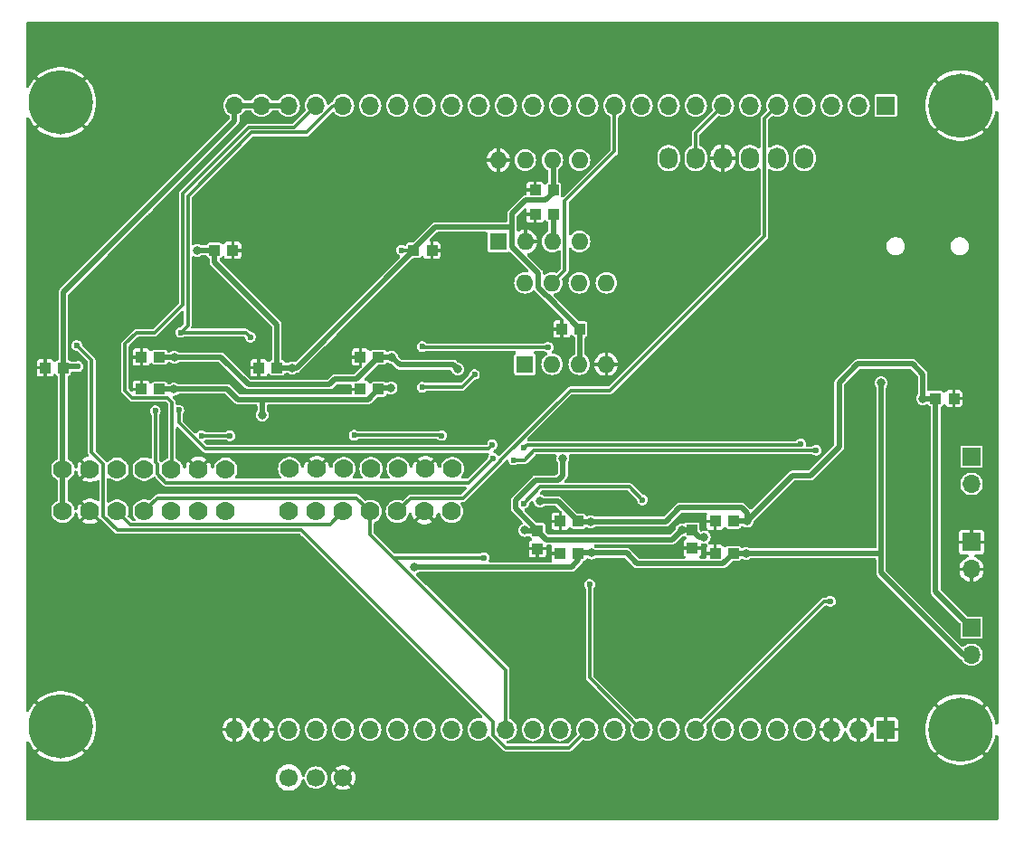
<source format=gbr>
%TF.GenerationSoftware,KiCad,Pcbnew,8.0.2*%
%TF.CreationDate,2024-11-04T15:30:26+03:00*%
%TF.ProjectId,board,626f6172-642e-46b6-9963-61645f706362,rev?*%
%TF.SameCoordinates,Original*%
%TF.FileFunction,Copper,L2,Bot*%
%TF.FilePolarity,Positive*%
%FSLAX46Y46*%
G04 Gerber Fmt 4.6, Leading zero omitted, Abs format (unit mm)*
G04 Created by KiCad (PCBNEW 8.0.2) date 2024-11-04 15:30:26*
%MOMM*%
%LPD*%
G01*
G04 APERTURE LIST*
%TA.AperFunction,ComponentPad*%
%ADD10C,1.778000*%
%TD*%
%TA.AperFunction,ComponentPad*%
%ADD11O,1.727200X2.032000*%
%TD*%
%TA.AperFunction,ComponentPad*%
%ADD12C,1.500000*%
%TD*%
%TA.AperFunction,ComponentPad*%
%ADD13C,6.000000*%
%TD*%
%TA.AperFunction,ComponentPad*%
%ADD14R,1.700000X1.700000*%
%TD*%
%TA.AperFunction,ComponentPad*%
%ADD15O,1.700000X1.700000*%
%TD*%
%TA.AperFunction,ComponentPad*%
%ADD16C,1.700000*%
%TD*%
%TA.AperFunction,ComponentPad*%
%ADD17R,1.600000X1.600000*%
%TD*%
%TA.AperFunction,ComponentPad*%
%ADD18O,1.600000X1.600000*%
%TD*%
%TA.AperFunction,SMDPad,CuDef*%
%ADD19R,1.000000X1.000000*%
%TD*%
%TA.AperFunction,ViaPad*%
%ADD20C,0.800000*%
%TD*%
%TA.AperFunction,ViaPad*%
%ADD21C,0.600000*%
%TD*%
%TA.AperFunction,Conductor*%
%ADD22C,0.500000*%
%TD*%
%TA.AperFunction,Conductor*%
%ADD23C,0.300000*%
%TD*%
G04 APERTURE END LIST*
D10*
%TO.P,U3,1,Vcc*%
%TO.N,+5V*%
X123180000Y-87580000D03*
%TO.P,U3,2,DGND*%
%TO.N,GND*%
X125720000Y-87580000D03*
%TO.P,U3,3,SDATA*%
%TO.N,Analog_data*%
X128260000Y-87580000D03*
%TO.P,U3,4,SCLK*%
%TO.N,Analog_CLK*%
X130800000Y-87580000D03*
%TO.P,U3,5,FSYNC*%
%TO.N,CS_AD9833_3*%
X133340000Y-87580000D03*
%TO.P,U3,6,AGND*%
%TO.N,GND*%
X135880000Y-87580000D03*
%TO.P,U3,7,OUT*%
%TO.N,DDS3_out*%
X138420000Y-87580000D03*
%TD*%
D11*
%TO.P,U11,1,VDD*%
%TO.N,+3.3V*%
X171350000Y-58500000D03*
%TO.P,U11,2,/CS*%
%TO.N,FLASH_CS*%
X168810000Y-58500000D03*
%TO.P,U11,3,DO*%
%TO.N,FLASH_MISO*%
X166270000Y-58500000D03*
%TO.P,U11,4,GND*%
%TO.N,GND*%
X163730000Y-58500000D03*
%TO.P,U11,5,SCLK*%
%TO.N,FLASH_CLK*%
X161190000Y-58500000D03*
%TO.P,U11,6,DI*%
%TO.N,FLASH_MOSI*%
X158650000Y-58500000D03*
%TD*%
D12*
%TO.P,J4,1,Pin_1*%
%TO.N,GND*%
X183712184Y-53577958D03*
X184382184Y-51967958D03*
X184382184Y-55187958D03*
X185962184Y-51327958D03*
D13*
X185962184Y-53577958D03*
D12*
X185962184Y-55827958D03*
X187532184Y-51967958D03*
X187532184Y-55187958D03*
X188212184Y-53577958D03*
%TD*%
D14*
%TO.P,J7,1,Pin_1*%
%TO.N,GND*%
X187000000Y-94460000D03*
D15*
%TO.P,J7,2,Pin_2*%
X187000000Y-97000000D03*
%TD*%
D12*
%TO.P,J3,1,Pin_1*%
%TO.N,GND*%
X183710142Y-112000000D03*
X184380142Y-110390000D03*
X184380142Y-113610000D03*
X185960142Y-109750000D03*
D13*
X185960142Y-112000000D03*
D12*
X185960142Y-114250000D03*
X187530142Y-110390000D03*
X187530142Y-113610000D03*
X188210142Y-112000000D03*
%TD*%
D16*
%TO.P,J9,1,TX*%
%TO.N,UART_TX*%
X123100000Y-116500000D03*
%TO.P,J9,2,RX*%
%TO.N,UART_RX*%
X125640000Y-116500000D03*
%TO.P,J9,3,GND*%
%TO.N,GND*%
X128180000Y-116500000D03*
%TD*%
D14*
%TO.P,J6,1,Pin_1*%
%TO.N,P\u002C-5*%
X187000000Y-86460000D03*
D15*
%TO.P,J6,2,Pin_2*%
%TO.N,+5V*%
X187000000Y-89000000D03*
%TD*%
D17*
%TO.P,U7,1,OUT*%
%TO.N,NOISE_TOVOL*%
X145200000Y-77810000D03*
D18*
%TO.P,U7,2,NC*%
%TO.N,unconnected-(U7-NC-Pad2)*%
X147740000Y-77810000D03*
%TO.P,U7,3,Vdd*%
%TO.N,+5V*%
X150280000Y-77810000D03*
%TO.P,U7,4,Vss*%
%TO.N,GND*%
X152820000Y-77810000D03*
%TO.P,U7,5,OUT_2/DATA_IN*%
%TO.N,NOISE_DI*%
X152820000Y-70190000D03*
%TO.P,U7,6,/CONTROL2*%
%TO.N,NOISE_CS*%
X150280000Y-70190000D03*
%TO.P,U7,7,CLK*%
%TO.N,NOISE_CLK*%
X147740000Y-70190000D03*
%TO.P,U7,8,/CONTROL1*%
%TO.N,NOISE_CLK_SEL*%
X145200000Y-70190000D03*
%TD*%
D10*
%TO.P,U1,1,Vcc*%
%TO.N,+5V*%
X101950000Y-87635000D03*
%TO.P,U1,2,DGND*%
%TO.N,GND*%
X104490000Y-87635000D03*
%TO.P,U1,3,SDATA*%
%TO.N,Analog_data*%
X107030000Y-87635000D03*
%TO.P,U1,4,SCLK*%
%TO.N,Analog_CLK*%
X109570000Y-87635000D03*
%TO.P,U1,5,FSYNC*%
%TO.N,CS_AD9833_1*%
X112110000Y-87635000D03*
%TO.P,U1,6,AGND*%
%TO.N,GND*%
X114650000Y-87635000D03*
%TO.P,U1,7,OUT*%
%TO.N,DDS1_out*%
X117190000Y-87635000D03*
%TD*%
D14*
%TO.P,J8,1,Pin_1*%
%TO.N,P\u002C-15*%
X187000000Y-102460000D03*
D15*
%TO.P,J8,2,Pin_2*%
%TO.N,P\u002C+15*%
X187000000Y-105000000D03*
%TD*%
D12*
%TO.P,J5,1,Pin_1*%
%TO.N,GND*%
X99500142Y-111710000D03*
X100170142Y-110100000D03*
X100170142Y-113320000D03*
X101750142Y-109460000D03*
D13*
X101750142Y-111710000D03*
D12*
X101750142Y-113960000D03*
X103320142Y-110100000D03*
X103320142Y-113320000D03*
X104000142Y-111710000D03*
%TD*%
D17*
%TO.P,U14,1,Vin*%
%TO.N,Net-(U14-Vin)*%
X142700000Y-66310000D03*
D18*
%TO.P,U14,2,GND*%
%TO.N,GND*%
X145240000Y-66310000D03*
%TO.P,U14,3,V-*%
%TO.N,P\u002C-5*%
X147780000Y-66310000D03*
%TO.P,U14,4,CLK_OUT*%
%TO.N,unconnected-(U14-CLK_OUT-Pad4)*%
X150320000Y-66310000D03*
%TO.P,U14,5,CLK_IN*%
%TO.N,FILT_CLK*%
X150320000Y-58690000D03*
%TO.P,U14,6,V+*%
%TO.N,+5V*%
X147780000Y-58690000D03*
%TO.P,U14,7,Vout*%
%TO.N,CH4_OUT*%
X145240000Y-58690000D03*
%TO.P,U14,8,Vos_ADJ*%
%TO.N,GND*%
X142700000Y-58690000D03*
%TD*%
D19*
%TO.P,C25,1*%
%TO.N,+5V*%
X147850000Y-61500000D03*
%TO.P,C25,2*%
%TO.N,GND*%
X146150000Y-61500000D03*
%TD*%
%TO.P,C3,1*%
%TO.N,+5V*%
X150350000Y-74500000D03*
%TO.P,C3,2*%
%TO.N,GND*%
X148650000Y-74500000D03*
%TD*%
%TO.P,C24,1*%
%TO.N,P\u002C-5*%
X147850000Y-63750000D03*
%TO.P,C24,2*%
%TO.N,GND*%
X146150000Y-63750000D03*
%TD*%
%TO.P,C7,1*%
%TO.N,P\u002C-15*%
X111000000Y-77135000D03*
%TO.P,C7,2*%
%TO.N,GND*%
X109300000Y-77135000D03*
%TD*%
%TO.P,C12,1*%
%TO.N,P\u002C-15*%
X131500000Y-77135000D03*
%TO.P,C12,2*%
%TO.N,GND*%
X129800000Y-77135000D03*
%TD*%
%TO.P,C16,1*%
%TO.N,+5V*%
X146380000Y-93370000D03*
%TO.P,C16,2*%
%TO.N,GND*%
X146380000Y-95070000D03*
%TD*%
%TO.P,C1,1*%
%TO.N,+5V*%
X116150000Y-67135000D03*
%TO.P,C1,2*%
%TO.N,GND*%
X117850000Y-67135000D03*
%TD*%
D10*
%TO.P,U4,1,Vcc*%
%TO.N,+5V*%
X123100000Y-91580000D03*
%TO.P,U4,2,DGND*%
%TO.N,GND*%
X125640000Y-91580000D03*
%TO.P,U4,3,SDATA*%
%TO.N,Analog_data*%
X128180000Y-91580000D03*
%TO.P,U4,4,SCLK*%
%TO.N,Analog_CLK*%
X130720000Y-91580000D03*
%TO.P,U4,5,FSYNC*%
%TO.N,CS_AD9833_4*%
X133260000Y-91580000D03*
%TO.P,U4,6,AGND*%
%TO.N,GND*%
X135800000Y-91580000D03*
%TO.P,U4,7,OUT*%
%TO.N,DDS4_out*%
X138340000Y-91580000D03*
%TD*%
D14*
%TO.P,J3,1,Pin_1*%
%TO.N,GND*%
X178975142Y-112000000D03*
D15*
%TO.P,J3,2,Pin_2*%
X176435142Y-112000000D03*
%TO.P,J3,3,Pin_3*%
X173895142Y-112000000D03*
%TO.P,J3,4,Pin_4*%
%TO.N,/PA12{slash}usb_dp*%
X171355142Y-112000000D03*
%TO.P,J3,5,Pin_5*%
%TO.N,/PA11{slash}usb_dm*%
X168815142Y-112000000D03*
%TO.P,J3,6,Pin_6*%
%TO.N,CS_AD9833_3*%
X166275142Y-112000000D03*
%TO.P,J3,7,Pin_7*%
%TO.N,CS_AD9833_2*%
X163735142Y-112000000D03*
%TO.P,J3,8,Pin_8*%
%TO.N,PWM_DAC_out*%
X161195142Y-112000000D03*
%TO.P,J3,9,Pin_9*%
%TO.N,ZCEN_DAC*%
X158655142Y-112000000D03*
%TO.P,J3,10,Pin_10*%
%TO.N,ZCEN_3*%
X156115142Y-112000000D03*
%TO.P,J3,11,Pin_11*%
%TO.N,ZCEN_2*%
X153575142Y-112000000D03*
%TO.P,J3,12,Pin_12*%
%TO.N,ZCEN_1*%
X151035142Y-112000000D03*
%TO.P,J3,13,Pin_13*%
%TO.N,Analog_data*%
X148495142Y-112000000D03*
%TO.P,J3,14,Pin_14*%
%TO.N,/PB14{slash}adc4_in4*%
X145955142Y-112000000D03*
%TO.P,J3,15,Pin_15*%
%TO.N,Analog_CLK*%
X143415142Y-112000000D03*
%TO.P,J3,16,Pin_16*%
%TO.N,/PB12{slash}adc4_in3*%
X140875142Y-112000000D03*
%TO.P,J3,17,Pin_17*%
%TO.N,/PB11*%
X138335142Y-112000000D03*
%TO.P,J3,18,Pin_18*%
%TO.N,/PB10*%
X135795142Y-112000000D03*
%TO.P,J3,19,Pin_19*%
%TO.N,/PB2*%
X133255142Y-112000000D03*
%TO.P,J3,20,Pin_20*%
%TO.N,PWM3*%
X130715142Y-112000000D03*
%TO.P,J3,21,Pin_21*%
%TO.N,PWM1*%
X128175142Y-112000000D03*
%TO.P,J3,22,Pin_22*%
%TO.N,UART_RX*%
X125635142Y-112000000D03*
%TO.P,J3,23,Pin_23*%
%TO.N,UART_TX*%
X123095142Y-112000000D03*
%TO.P,J3,24,Pin_24*%
%TO.N,GND*%
X120555142Y-112000000D03*
%TO.P,J3,25,Pin_25*%
X118015142Y-112000000D03*
%TD*%
D19*
%TO.P,C10,1*%
%TO.N,P\u002C+15*%
X131500000Y-80135000D03*
%TO.P,C10,2*%
%TO.N,GND*%
X129800000Y-80135000D03*
%TD*%
D10*
%TO.P,U2,1,Vcc*%
%TO.N,+5V*%
X101950000Y-91555000D03*
%TO.P,U2,2,DGND*%
%TO.N,GND*%
X104490000Y-91555000D03*
%TO.P,U2,3,SDATA*%
%TO.N,Analog_data*%
X107030000Y-91555000D03*
%TO.P,U2,4,SCLK*%
%TO.N,Analog_CLK*%
X109570000Y-91555000D03*
%TO.P,U2,5,FSYNC*%
%TO.N,CS_AD9833_2*%
X112110000Y-91555000D03*
%TO.P,U2,6,AGND*%
%TO.N,GND*%
X114650000Y-91555000D03*
%TO.P,U2,7,OUT*%
%TO.N,DDS2_out*%
X117190000Y-91555000D03*
%TD*%
D19*
%TO.P,C6,1*%
%TO.N,P\u002C+15*%
X111000000Y-80135000D03*
%TO.P,C6,2*%
%TO.N,GND*%
X109300000Y-80135000D03*
%TD*%
%TO.P,C5,1*%
%TO.N,+5V*%
X102000000Y-78135000D03*
%TO.P,C5,2*%
%TO.N,GND*%
X100300000Y-78135000D03*
%TD*%
%TO.P,C11,1*%
%TO.N,+5V*%
X122000000Y-78135000D03*
%TO.P,C11,2*%
%TO.N,GND*%
X120300000Y-78135000D03*
%TD*%
%TO.P,C22,1*%
%TO.N,P\u002C-15*%
X164700000Y-92500000D03*
%TO.P,C22,2*%
%TO.N,GND*%
X163000000Y-92500000D03*
%TD*%
%TO.P,C20,1*%
%TO.N,+5V*%
X160850000Y-93300000D03*
%TO.P,C20,2*%
%TO.N,GND*%
X160850000Y-95000000D03*
%TD*%
D12*
%TO.P,J2,1,Pin_1*%
%TO.N,GND*%
X104000142Y-53290000D03*
X103330142Y-54900000D03*
X103330142Y-51680000D03*
X101750142Y-55540000D03*
D13*
X101750142Y-53290000D03*
D12*
X101750142Y-51040000D03*
X100180142Y-54900000D03*
X100180142Y-51680000D03*
X99500142Y-53290000D03*
%TD*%
D19*
%TO.P,C2,1*%
%TO.N,+5V*%
X134800000Y-67135000D03*
%TO.P,C2,2*%
%TO.N,GND*%
X136500000Y-67135000D03*
%TD*%
D14*
%TO.P,J4,1,Pin_1*%
%TO.N,+3.3V*%
X178975142Y-53580000D03*
D15*
%TO.P,J4,2,Pin_2*%
X176435142Y-53580000D03*
%TO.P,J4,3,Pin_3*%
X173895142Y-53580000D03*
%TO.P,J4,4,Pin_4*%
%TO.N,NOISE_CS*%
X171355142Y-53580000D03*
%TO.P,J4,5,Pin_5*%
%TO.N,CS_AD9833_4*%
X168815142Y-53580000D03*
%TO.P,J4,6,Pin_6*%
%TO.N,FLASH_CS*%
X166275142Y-53580000D03*
%TO.P,J4,7,Pin_7*%
%TO.N,FLASH_CLK*%
X163735142Y-53580000D03*
%TO.P,J4,8,Pin_8*%
%TO.N,FLASH_MISO*%
X161195142Y-53580000D03*
%TO.P,J4,9,Pin_9*%
%TO.N,FLASH_MOSI*%
X158655142Y-53580000D03*
%TO.P,J4,10,Pin_10*%
%TO.N,PWM2*%
X156115142Y-53580000D03*
%TO.P,J4,11,Pin_11*%
%TO.N,NOISE_CLK*%
X153575142Y-53580000D03*
%TO.P,J4,12,Pin_12*%
%TO.N,FILT_CLK*%
X151035142Y-53580000D03*
%TO.P,J4,13,Pin_13*%
%TO.N,NOISE_DI*%
X148495142Y-53580000D03*
%TO.P,J4,14,Pin_14*%
%TO.N,MUX_SEL_3*%
X145955142Y-53580000D03*
%TO.P,J4,15,Pin_15*%
%TO.N,MUX_SEL_4*%
X143415142Y-53580000D03*
%TO.P,J4,16,Pin_16*%
%TO.N,NOISE_CLK_SEL*%
X140875142Y-53580000D03*
%TO.P,J4,17,Pin_17*%
%TO.N,/PC2*%
X138335142Y-53580000D03*
%TO.P,J4,18,Pin_18*%
%TO.N,MUX_SEL_1*%
X135795142Y-53580000D03*
%TO.P,J4,19,Pin_19*%
%TO.N,MUX_SEL_2*%
X133255142Y-53580000D03*
%TO.P,J4,20,Pin_20*%
%TO.N,PWM4*%
X130715142Y-53580000D03*
%TO.P,J4,21,Pin_21*%
%TO.N,ATTEN_CS*%
X128175142Y-53580000D03*
%TO.P,J4,22,Pin_22*%
%TO.N,CS_AD9833_1*%
X125635142Y-53580000D03*
%TO.P,J4,23,Pin_23*%
%TO.N,+5V*%
X123095142Y-53580000D03*
%TO.P,J4,24,Pin_24*%
X120555142Y-53580000D03*
%TO.P,J4,25,Pin_25*%
X118015142Y-53580000D03*
%TD*%
D19*
%TO.P,C17,1*%
%TO.N,P\u002C-15*%
X150200000Y-92500000D03*
%TO.P,C17,2*%
%TO.N,GND*%
X148500000Y-92500000D03*
%TD*%
%TO.P,C26,1*%
%TO.N,P\u002C-15*%
X183650000Y-81000000D03*
%TO.P,C26,2*%
%TO.N,GND*%
X185350000Y-81000000D03*
%TD*%
%TO.P,C19,1*%
%TO.N,P\u002C+15*%
X164700000Y-95500000D03*
%TO.P,C19,2*%
%TO.N,GND*%
X163000000Y-95500000D03*
%TD*%
%TO.P,C15,1*%
%TO.N,P\u002C+15*%
X150200000Y-95500000D03*
%TO.P,C15,2*%
%TO.N,GND*%
X148500000Y-95500000D03*
%TD*%
D20*
%TO.N,P\u002C+15*%
X165900000Y-95500000D03*
X120605831Y-82555831D03*
X134820000Y-96790000D03*
X132670000Y-80000000D03*
X178540000Y-79550000D03*
X112360000Y-80140000D03*
X151430161Y-95464975D03*
D21*
%TO.N,GND*%
X127010000Y-78210000D03*
X155520000Y-98820000D03*
X109370000Y-78580000D03*
X132710000Y-81130000D03*
X119370000Y-76490000D03*
X154800000Y-96950000D03*
D20*
%TO.N,P\u002C-15*%
X138929670Y-78270330D03*
X151380000Y-92530000D03*
X146610000Y-90615600D03*
X182430000Y-81010000D03*
X132730000Y-77130000D03*
X165980000Y-92500000D03*
X112380000Y-77140000D03*
D21*
%TO.N,PWM_DAC_out*%
X173790000Y-100000000D03*
D20*
%TO.N,+5V*%
X148750000Y-86620000D03*
D21*
X133660000Y-67130000D03*
D20*
X159880000Y-93320000D03*
X123410000Y-78150000D03*
X145200000Y-93350000D03*
X114520000Y-67140000D03*
X161970000Y-94000000D03*
D21*
X103380000Y-78010000D03*
%TO.N,ZCEN_3*%
X151255380Y-98404620D03*
%TO.N,ZCEN_1*%
X103260000Y-76040000D03*
%TO.N,Analog_CLK*%
X141380000Y-95900000D03*
%TO.N,ATTEN_CS*%
X112980000Y-74820000D03*
X119500000Y-75250000D03*
X156210000Y-90490000D03*
X145070000Y-90820000D03*
%TO.N,Analog_data_out1*%
X117601000Y-84500000D03*
X114945978Y-84484022D03*
%TO.N,Analog_data_out2*%
X129215382Y-84444622D03*
X137400000Y-84470000D03*
%TO.N,CH1_OUT*%
X144152745Y-86757255D03*
X172467978Y-85857022D03*
X110600000Y-82160000D03*
X142232899Y-86592493D03*
%TO.N,CH2_OUT*%
X171000000Y-85255000D03*
X145121116Y-85649840D03*
X142160000Y-85340000D03*
X112809530Y-82095100D03*
%TO.N,CH3_OUT*%
X135600001Y-76147007D03*
X147360000Y-76210000D03*
%TO.N,CH4_TOFILT*%
X135600001Y-79957007D03*
X140480000Y-78760000D03*
%TD*%
D22*
%TO.N,P\u002C+15*%
X165900000Y-95500000D02*
X178510000Y-95500000D01*
X112360000Y-80140000D02*
X111005000Y-80140000D01*
X120605831Y-82555831D02*
X120605831Y-81100831D01*
X150200000Y-96130000D02*
X150200000Y-95500000D01*
X112380000Y-80120000D02*
X112360000Y-80140000D01*
X186200000Y-105000000D02*
X178530000Y-97330000D01*
X164700000Y-95500000D02*
X163750000Y-96450000D01*
X150235025Y-95464975D02*
X150200000Y-95500000D01*
X111005000Y-80140000D02*
X111000000Y-80135000D01*
X131635000Y-80000000D02*
X131500000Y-80135000D01*
X164700000Y-95500000D02*
X165900000Y-95500000D01*
X178540000Y-79550000D02*
X178530000Y-79560000D01*
X132670000Y-80000000D02*
X131635000Y-80000000D01*
X178530000Y-97330000D02*
X178530000Y-95480000D01*
X155702376Y-96450000D02*
X154717351Y-95464975D01*
X178510000Y-95500000D02*
X178530000Y-95480000D01*
X187000000Y-105000000D02*
X186200000Y-105000000D01*
X134820000Y-96790000D02*
X149540000Y-96790000D01*
X178530000Y-79560000D02*
X178530000Y-95480000D01*
X120590000Y-81085000D02*
X118325000Y-81085000D01*
X117360000Y-80120000D02*
X112380000Y-80120000D01*
X130550000Y-81085000D02*
X120590000Y-81085000D01*
X118325000Y-81085000D02*
X117360000Y-80120000D01*
X151430161Y-95464975D02*
X150235025Y-95464975D01*
X154717351Y-95464975D02*
X151430161Y-95464975D01*
X149540000Y-96790000D02*
X150200000Y-96130000D01*
X131500000Y-80135000D02*
X130550000Y-81085000D01*
X120605831Y-81100831D02*
X120590000Y-81085000D01*
X163750000Y-96450000D02*
X155702376Y-96450000D01*
%TO.N,P\u002C-15*%
X112380000Y-77140000D02*
X111005000Y-77140000D01*
X148315600Y-90615600D02*
X150200000Y-92500000D01*
X131505000Y-77130000D02*
X131500000Y-77135000D01*
X129430000Y-79205000D02*
X127422624Y-79205000D01*
X181480000Y-77780000D02*
X182430000Y-78730000D01*
X183640000Y-81010000D02*
X183650000Y-81000000D01*
X165980000Y-92500000D02*
X165980000Y-91730000D01*
X174610000Y-79500000D02*
X176330000Y-77780000D01*
X133450000Y-77850000D02*
X132730000Y-77130000D01*
X132730000Y-77130000D02*
X131505000Y-77130000D01*
X119320000Y-79700000D02*
X116760000Y-77140000D01*
X165980000Y-91730000D02*
X165470000Y-91220000D01*
X165470000Y-91220000D02*
X159650000Y-91220000D01*
X146610000Y-90615600D02*
X148315600Y-90615600D01*
X165980000Y-92500000D02*
X170277272Y-88202728D01*
X116760000Y-77140000D02*
X112380000Y-77140000D01*
X150230000Y-92530000D02*
X150200000Y-92500000D01*
X111005000Y-77140000D02*
X111000000Y-77135000D01*
X171939648Y-88202728D02*
X174610000Y-85532376D01*
X126927624Y-79700000D02*
X119320000Y-79700000D01*
X182430000Y-78730000D02*
X182430000Y-81010000D01*
X159650000Y-91220000D02*
X158340000Y-92530000D01*
X165980000Y-92500000D02*
X164700000Y-92500000D01*
X182430000Y-81010000D02*
X183640000Y-81010000D01*
X158340000Y-92530000D02*
X151380000Y-92530000D01*
X131500000Y-77135000D02*
X129430000Y-79205000D01*
X170277272Y-88202728D02*
X171939648Y-88202728D01*
X183650000Y-99110000D02*
X183650000Y-81000000D01*
X176330000Y-77780000D02*
X181480000Y-77780000D01*
X127422624Y-79205000D02*
X126927624Y-79700000D01*
X174610000Y-85532376D02*
X174610000Y-79500000D01*
X138929670Y-78270330D02*
X138509340Y-77850000D01*
X138509340Y-77850000D02*
X133450000Y-77850000D01*
X151380000Y-92530000D02*
X150230000Y-92530000D01*
X187000000Y-102460000D02*
X183650000Y-99110000D01*
D23*
%TO.N,PWM_DAC_out*%
X173195142Y-100000000D02*
X161195142Y-112000000D01*
X173790000Y-100000000D02*
X173195142Y-100000000D01*
D22*
%TO.N,+5V*%
X116150000Y-68227624D02*
X116150000Y-67135000D01*
X101950000Y-87635000D02*
X101950000Y-91555000D01*
D23*
X133660000Y-67130000D02*
X134795000Y-67130000D01*
D22*
X146450000Y-69287767D02*
X143990000Y-66827767D01*
X121980000Y-74057624D02*
X116150000Y-68227624D01*
X145260000Y-62450000D02*
X147100000Y-62450000D01*
X145220000Y-93370000D02*
X145200000Y-93350000D01*
X123800000Y-78135000D02*
X134800000Y-67135000D01*
X109575000Y-63465000D02*
X109595000Y-63465000D01*
X134830000Y-67105000D02*
X134800000Y-67135000D01*
X114525000Y-67135000D02*
X114520000Y-67140000D01*
X101950000Y-78185000D02*
X102000000Y-78135000D01*
X122000000Y-78135000D02*
X123800000Y-78135000D01*
X116150000Y-67135000D02*
X114525000Y-67135000D01*
X110010000Y-63030000D02*
X102000000Y-71040000D01*
X146450000Y-70639483D02*
X146450000Y-69287767D01*
X146179339Y-88650000D02*
X148300000Y-88650000D01*
X150350000Y-74500000D02*
X147270000Y-71420000D01*
X102125000Y-78010000D02*
X102000000Y-78135000D01*
X102000000Y-71040000D02*
X102000000Y-78135000D01*
X146380000Y-93370000D02*
X144320000Y-91310000D01*
X148300000Y-88650000D02*
X148750000Y-88200000D01*
X103380000Y-78010000D02*
X102125000Y-78010000D01*
X158990000Y-94210000D02*
X147220000Y-94210000D01*
X122000000Y-78135000D02*
X121980000Y-78115000D01*
X147230517Y-71420000D02*
X146450000Y-70639483D01*
X143990000Y-66827767D02*
X143990000Y-64960000D01*
X146380000Y-93370000D02*
X145220000Y-93370000D01*
X143990000Y-63720000D02*
X145260000Y-62450000D01*
X147850000Y-58760000D02*
X147780000Y-58690000D01*
X159880000Y-93320000D02*
X159900000Y-93300000D01*
X150280000Y-77810000D02*
X150350000Y-77740000D01*
X122015000Y-78150000D02*
X122000000Y-78135000D01*
X147100000Y-62450000D02*
X147850000Y-61700000D01*
X161550000Y-94000000D02*
X160850000Y-93300000D01*
X148750000Y-88200000D02*
X148750000Y-86620000D01*
D23*
X134795000Y-67130000D02*
X134800000Y-67135000D01*
D22*
X147850000Y-61500000D02*
X147850000Y-58760000D01*
X118015142Y-53580000D02*
X120555142Y-53580000D01*
X136815000Y-64960000D02*
X134800000Y-66975000D01*
X147270000Y-71420000D02*
X147230517Y-71420000D01*
X161970000Y-94000000D02*
X161550000Y-94000000D01*
X121980000Y-78115000D02*
X121980000Y-74057624D01*
X143990000Y-64960000D02*
X136815000Y-64960000D01*
X118015142Y-55024858D02*
X110010000Y-63030000D01*
X101950000Y-87635000D02*
X101950000Y-78185000D01*
X120555142Y-53580000D02*
X123095142Y-53580000D01*
X144320000Y-90509339D02*
X146179339Y-88650000D01*
X147220000Y-94210000D02*
X146380000Y-93370000D01*
X150350000Y-77740000D02*
X150350000Y-74500000D01*
X159880000Y-93320000D02*
X158990000Y-94210000D01*
X134800000Y-66975000D02*
X134800000Y-67135000D01*
X143990000Y-64960000D02*
X143990000Y-63720000D01*
X159900000Y-93300000D02*
X160850000Y-93300000D01*
X118015142Y-53580000D02*
X118015142Y-55024858D01*
X147850000Y-61700000D02*
X147850000Y-61500000D01*
X144320000Y-91310000D02*
X144320000Y-90509339D01*
X110010000Y-63030000D02*
X109575000Y-63465000D01*
X123410000Y-78150000D02*
X122015000Y-78150000D01*
%TO.N,P\u002C-5*%
X147850000Y-66240000D02*
X147780000Y-66310000D01*
X147850000Y-63750000D02*
X147850000Y-66240000D01*
D23*
%TO.N,ZCEN_3*%
X151255380Y-98404620D02*
X151255380Y-107140238D01*
X151255380Y-107140238D02*
X156115142Y-112000000D01*
%TO.N,ZCEN_1*%
X142215142Y-111265142D02*
X124269000Y-93319000D01*
X105729000Y-87121789D02*
X104660000Y-86052789D01*
X104660000Y-77440000D02*
X103260000Y-76040000D01*
X104660000Y-86052789D02*
X104660000Y-77440000D01*
X107041789Y-93319000D02*
X105729000Y-92006211D01*
X151035142Y-112000000D02*
X149345142Y-113690000D01*
X143408085Y-113690000D02*
X142215142Y-112497057D01*
X124269000Y-93319000D02*
X107041789Y-93319000D01*
X149345142Y-113690000D02*
X143408085Y-113690000D01*
X105729000Y-92006211D02*
X105729000Y-87121789D01*
X142215142Y-112497057D02*
X142215142Y-111265142D01*
%TO.N,Analog_CLK*%
X132720000Y-95740000D02*
X130720000Y-93740000D01*
X130720000Y-93740000D02*
X130720000Y-91580000D01*
X129456000Y-90316000D02*
X110809000Y-90316000D01*
X110809000Y-90316000D02*
X109570000Y-91555000D01*
X132880000Y-95900000D02*
X132720000Y-95740000D01*
X143415142Y-112000000D02*
X143415142Y-106435142D01*
X130720000Y-91580000D02*
X129456000Y-90316000D01*
X143415142Y-106435142D02*
X132720000Y-95740000D01*
X141380000Y-95900000D02*
X132880000Y-95900000D01*
%TO.N,Analog_data*%
X128180000Y-91580000D02*
X126941000Y-92819000D01*
X108294000Y-92819000D02*
X107030000Y-91555000D01*
X126941000Y-92819000D02*
X108294000Y-92819000D01*
%TO.N,CS_AD9833_1*%
X112170000Y-87575000D02*
X112110000Y-87635000D01*
X113160000Y-72220000D02*
X110530000Y-74850000D01*
X113160000Y-61840000D02*
X113160000Y-72220000D01*
X108470000Y-80965000D02*
X111744339Y-80965000D01*
X110530000Y-74850000D02*
X108830000Y-74850000D01*
X125635142Y-53580000D02*
X123595142Y-55620000D01*
X107780000Y-80275000D02*
X108470000Y-80965000D01*
X107780000Y-75900000D02*
X107780000Y-80275000D01*
X119380000Y-55620000D02*
X113160000Y-61840000D01*
X108830000Y-74850000D02*
X107780000Y-75900000D01*
X111744339Y-80965000D02*
X112170000Y-81390661D01*
X123595142Y-55620000D02*
X119380000Y-55620000D01*
X112170000Y-81390661D02*
X112170000Y-87575000D01*
%TO.N,FLASH_CLK*%
X161190000Y-58500000D02*
X161190000Y-56125142D01*
X161190000Y-56125142D02*
X163735142Y-53580000D01*
%TO.N,CS_AD9833_4*%
X142862899Y-86853448D02*
X142862899Y-86827101D01*
X167596400Y-65813600D02*
X167596400Y-54798742D01*
X167596400Y-54798742D02*
X168815142Y-53580000D01*
X133260000Y-91580000D02*
X134499000Y-90341000D01*
X142862899Y-86827101D02*
X149450000Y-80240000D01*
X149450000Y-80240000D02*
X153170000Y-80240000D01*
X153170000Y-80240000D02*
X167596400Y-65813600D01*
X139375347Y-90341000D02*
X142862899Y-86853448D01*
X134499000Y-90341000D02*
X139375347Y-90341000D01*
%TO.N,ATTEN_CS*%
X119500000Y-75250000D02*
X119070000Y-74820000D01*
X154960000Y-89250000D02*
X146640000Y-89250000D01*
X146640000Y-89250000D02*
X145070000Y-90820000D01*
X156210000Y-90490000D02*
X156200000Y-90490000D01*
X119578822Y-56100000D02*
X113640000Y-62038822D01*
X128175142Y-53580000D02*
X127300000Y-53580000D01*
X113640000Y-74160000D02*
X112980000Y-74820000D01*
X127180000Y-53703915D02*
X124783915Y-56100000D01*
X119070000Y-74820000D02*
X112980000Y-74820000D01*
X127180000Y-53700000D02*
X127180000Y-53703915D01*
X127300000Y-53580000D02*
X127180000Y-53700000D01*
X124783915Y-56100000D02*
X119578822Y-56100000D01*
X113640000Y-62038822D02*
X113640000Y-74160000D01*
X156200000Y-90490000D02*
X154960000Y-89250000D01*
%TO.N,NOISE_CLK*%
X153580000Y-57870000D02*
X153575142Y-57865142D01*
X147740000Y-70190000D02*
X148930000Y-69000000D01*
X148930000Y-69000000D02*
X148930000Y-62520000D01*
X153575142Y-57865142D02*
X153575142Y-53580000D01*
X148930000Y-62520000D02*
X153580000Y-57870000D01*
%TO.N,Analog_data_out1*%
X117601000Y-84500000D02*
X114961956Y-84500000D01*
X114961956Y-84500000D02*
X114945978Y-84484022D01*
%TO.N,Analog_data_out2*%
X129215382Y-84444622D02*
X137374622Y-84444622D01*
X137374622Y-84444622D02*
X137400000Y-84470000D01*
%TO.N,CH1_OUT*%
X110789000Y-87130073D02*
X110789000Y-88066211D01*
X172440000Y-85885000D02*
X146047032Y-85885000D01*
X110600000Y-86941073D02*
X110789000Y-87130073D01*
X139951392Y-88874000D02*
X142232899Y-86592493D01*
X111596789Y-88874000D02*
X139951392Y-88874000D01*
X110600000Y-82160000D02*
X110600000Y-86941073D01*
X146047032Y-85885000D02*
X145174777Y-86757255D01*
X172467978Y-85857022D02*
X172440000Y-85885000D01*
X145174777Y-86757255D02*
X144152745Y-86757255D01*
X110789000Y-88066211D02*
X111596789Y-88874000D01*
%TO.N,CH2_OUT*%
X170895000Y-85360000D02*
X145410956Y-85360000D01*
X115301000Y-85730000D02*
X112809530Y-83238530D01*
X142160000Y-85340000D02*
X141770000Y-85730000D01*
X112809530Y-83238530D02*
X112809530Y-82095100D01*
X141770000Y-85730000D02*
X115301000Y-85730000D01*
X145410956Y-85360000D02*
X145121116Y-85649840D01*
X171000000Y-85255000D02*
X170895000Y-85360000D01*
%TO.N,CH3_OUT*%
X135662994Y-76210000D02*
X135600001Y-76147007D01*
X147360000Y-76210000D02*
X135662994Y-76210000D01*
%TO.N,CH4_TOFILT*%
X139340000Y-79900000D02*
X140480000Y-78760000D01*
X135600001Y-79957007D02*
X135657008Y-79900000D01*
X135657008Y-79900000D02*
X139340000Y-79900000D01*
%TD*%
%TA.AperFunction,Conductor*%
%TO.N,GND*%
G36*
X103209624Y-87733522D02*
G01*
X103275817Y-87773110D01*
X103313348Y-87840491D01*
X103315310Y-87849452D01*
X103316237Y-87854411D01*
X103376540Y-88066357D01*
X103474758Y-88263606D01*
X103549838Y-88363027D01*
X104040471Y-87872394D01*
X104083498Y-87946920D01*
X104178080Y-88041502D01*
X104252602Y-88084527D01*
X103759321Y-88577809D01*
X103770396Y-88587906D01*
X103957748Y-88703909D01*
X103957751Y-88703911D01*
X104163214Y-88783508D01*
X104163221Y-88783509D01*
X104379818Y-88823999D01*
X104379826Y-88824000D01*
X104600174Y-88824000D01*
X104600181Y-88823999D01*
X104816778Y-88783509D01*
X104816785Y-88783508D01*
X105022248Y-88703911D01*
X105022253Y-88703908D01*
X105151061Y-88624154D01*
X105224911Y-88601907D01*
X105299991Y-88619565D01*
X105356182Y-88672397D01*
X105378429Y-88746247D01*
X105378500Y-88750836D01*
X105378500Y-90439163D01*
X105358538Y-90513663D01*
X105304000Y-90568201D01*
X105229500Y-90588163D01*
X105155000Y-90568201D01*
X105151062Y-90565846D01*
X105022251Y-90486090D01*
X105022248Y-90486088D01*
X104816785Y-90406491D01*
X104816778Y-90406490D01*
X104600181Y-90366000D01*
X104379818Y-90366000D01*
X104163221Y-90406490D01*
X104163214Y-90406491D01*
X103957751Y-90486088D01*
X103957740Y-90486094D01*
X103770403Y-90602088D01*
X103770392Y-90602096D01*
X103759321Y-90612188D01*
X103759321Y-90612189D01*
X104252603Y-91105471D01*
X104178080Y-91148498D01*
X104083498Y-91243080D01*
X104040471Y-91317603D01*
X103549838Y-90826970D01*
X103474759Y-90926392D01*
X103376540Y-91123642D01*
X103316237Y-91335586D01*
X103315310Y-91340549D01*
X103281996Y-91410112D01*
X103218363Y-91453697D01*
X103141464Y-91459627D01*
X103071901Y-91426313D01*
X103028316Y-91362680D01*
X103025536Y-91353941D01*
X103024274Y-91349507D01*
X102970281Y-91159741D01*
X102970280Y-91159738D01*
X102880282Y-90978998D01*
X102858348Y-90949953D01*
X102758600Y-90817864D01*
X102751385Y-90811287D01*
X102609384Y-90681835D01*
X102609383Y-90681834D01*
X102471061Y-90596188D01*
X102418229Y-90539996D01*
X102400500Y-90469506D01*
X102400500Y-88720492D01*
X102420462Y-88645992D01*
X102471059Y-88593812D01*
X102609384Y-88508165D01*
X102758600Y-88372136D01*
X102880280Y-88211005D01*
X102970281Y-88030259D01*
X103025537Y-87836056D01*
X103065124Y-87769865D01*
X103132505Y-87732334D01*
X103209624Y-87733522D01*
G37*
%TD.AperFunction*%
%TA.AperFunction,Conductor*%
G36*
X112744000Y-83675862D02*
G01*
X112774859Y-83699541D01*
X115085788Y-86010470D01*
X115165712Y-86056614D01*
X115254856Y-86080500D01*
X141688024Y-86080500D01*
X141762524Y-86100462D01*
X141817062Y-86155000D01*
X141837024Y-86229500D01*
X141817062Y-86304000D01*
X141812859Y-86309888D01*
X141813281Y-86310159D01*
X141807523Y-86319117D01*
X141747733Y-86450038D01*
X141732635Y-86555044D01*
X141702273Y-86625944D01*
X141690511Y-86639197D01*
X139849851Y-88479859D01*
X139783056Y-88518423D01*
X139744492Y-88523500D01*
X139371993Y-88523500D01*
X139297493Y-88503538D01*
X139242955Y-88449000D01*
X139222993Y-88374500D01*
X139242955Y-88300000D01*
X139253088Y-88284708D01*
X139255569Y-88281423D01*
X139350280Y-88156005D01*
X139440281Y-87975259D01*
X139495538Y-87781053D01*
X139514168Y-87580000D01*
X139513067Y-87568120D01*
X139498933Y-87415586D01*
X139495538Y-87378947D01*
X139440281Y-87184741D01*
X139417703Y-87139398D01*
X139350282Y-87003998D01*
X139310554Y-86951390D01*
X139228600Y-86842864D01*
X139079384Y-86706835D01*
X139079379Y-86706831D01*
X138907719Y-86600544D01*
X138907708Y-86600538D01*
X138719439Y-86527602D01*
X138719433Y-86527601D01*
X138679737Y-86520180D01*
X138520961Y-86490500D01*
X138520957Y-86490500D01*
X138319043Y-86490500D01*
X138319038Y-86490500D01*
X138120567Y-86527601D01*
X138120560Y-86527602D01*
X137932291Y-86600538D01*
X137932280Y-86600544D01*
X137760620Y-86706831D01*
X137760615Y-86706835D01*
X137611400Y-86842863D01*
X137489717Y-87003998D01*
X137399719Y-87184739D01*
X137344463Y-87378941D01*
X137304874Y-87445134D01*
X137237493Y-87482665D01*
X137160375Y-87481477D01*
X137094182Y-87441888D01*
X137056651Y-87374507D01*
X137054687Y-87365537D01*
X137053761Y-87360582D01*
X136993459Y-87148642D01*
X136895239Y-86951390D01*
X136820160Y-86851970D01*
X136329527Y-87342602D01*
X136286502Y-87268080D01*
X136191920Y-87173498D01*
X136117394Y-87130471D01*
X136610678Y-86637189D01*
X136599603Y-86627093D01*
X136412251Y-86511090D01*
X136412248Y-86511088D01*
X136206785Y-86431491D01*
X136206778Y-86431490D01*
X135990181Y-86391000D01*
X135769818Y-86391000D01*
X135553221Y-86431490D01*
X135553214Y-86431491D01*
X135347751Y-86511088D01*
X135347740Y-86511094D01*
X135160403Y-86627088D01*
X135160392Y-86627096D01*
X135149321Y-86637188D01*
X135149321Y-86637189D01*
X135642603Y-87130471D01*
X135568080Y-87173498D01*
X135473498Y-87268080D01*
X135430471Y-87342603D01*
X134939838Y-86851970D01*
X134864759Y-86951392D01*
X134766540Y-87148642D01*
X134706237Y-87360586D01*
X134705310Y-87365549D01*
X134671996Y-87435112D01*
X134608363Y-87478697D01*
X134531464Y-87484627D01*
X134461901Y-87451313D01*
X134418316Y-87387680D01*
X134415536Y-87378941D01*
X134414274Y-87374507D01*
X134360281Y-87184741D01*
X134337703Y-87139398D01*
X134270282Y-87003998D01*
X134230554Y-86951390D01*
X134148600Y-86842864D01*
X133999384Y-86706835D01*
X133999379Y-86706831D01*
X133827719Y-86600544D01*
X133827708Y-86600538D01*
X133639439Y-86527602D01*
X133639433Y-86527601D01*
X133599737Y-86520180D01*
X133440961Y-86490500D01*
X133440957Y-86490500D01*
X133239043Y-86490500D01*
X133239038Y-86490500D01*
X133040567Y-86527601D01*
X133040560Y-86527602D01*
X132852291Y-86600538D01*
X132852280Y-86600544D01*
X132680620Y-86706831D01*
X132680615Y-86706835D01*
X132531400Y-86842863D01*
X132409717Y-87003998D01*
X132319719Y-87184738D01*
X132264461Y-87378951D01*
X132245832Y-87579995D01*
X132245832Y-87580004D01*
X132264461Y-87781048D01*
X132264461Y-87781050D01*
X132264462Y-87781053D01*
X132281374Y-87840491D01*
X132319719Y-87975261D01*
X132409717Y-88156001D01*
X132409719Y-88156004D01*
X132409720Y-88156005D01*
X132490976Y-88263606D01*
X132506912Y-88284708D01*
X132535878Y-88356190D01*
X132525222Y-88432578D01*
X132477799Y-88493405D01*
X132406317Y-88522371D01*
X132388007Y-88523500D01*
X131751993Y-88523500D01*
X131677493Y-88503538D01*
X131622955Y-88449000D01*
X131602993Y-88374500D01*
X131622955Y-88300000D01*
X131633088Y-88284708D01*
X131635569Y-88281423D01*
X131730280Y-88156005D01*
X131820281Y-87975259D01*
X131875538Y-87781053D01*
X131894168Y-87580000D01*
X131893067Y-87568120D01*
X131878933Y-87415586D01*
X131875538Y-87378947D01*
X131820281Y-87184741D01*
X131797703Y-87139398D01*
X131730282Y-87003998D01*
X131690554Y-86951390D01*
X131608600Y-86842864D01*
X131459384Y-86706835D01*
X131459379Y-86706831D01*
X131287719Y-86600544D01*
X131287708Y-86600538D01*
X131099439Y-86527602D01*
X131099433Y-86527601D01*
X131059737Y-86520180D01*
X130900961Y-86490500D01*
X130900957Y-86490500D01*
X130699043Y-86490500D01*
X130699038Y-86490500D01*
X130500567Y-86527601D01*
X130500560Y-86527602D01*
X130312291Y-86600538D01*
X130312280Y-86600544D01*
X130140620Y-86706831D01*
X130140615Y-86706835D01*
X129991400Y-86842863D01*
X129869717Y-87003998D01*
X129779719Y-87184738D01*
X129724461Y-87378951D01*
X129705832Y-87579995D01*
X129705832Y-87580004D01*
X129724461Y-87781048D01*
X129724461Y-87781050D01*
X129724462Y-87781053D01*
X129741374Y-87840491D01*
X129779719Y-87975261D01*
X129869717Y-88156001D01*
X129869719Y-88156004D01*
X129869720Y-88156005D01*
X129950976Y-88263606D01*
X129966912Y-88284708D01*
X129995878Y-88356190D01*
X129985222Y-88432578D01*
X129937799Y-88493405D01*
X129866317Y-88522371D01*
X129848007Y-88523500D01*
X129211993Y-88523500D01*
X129137493Y-88503538D01*
X129082955Y-88449000D01*
X129062993Y-88374500D01*
X129082955Y-88300000D01*
X129093088Y-88284708D01*
X129095569Y-88281423D01*
X129190280Y-88156005D01*
X129280281Y-87975259D01*
X129335538Y-87781053D01*
X129354168Y-87580000D01*
X129353067Y-87568120D01*
X129338933Y-87415586D01*
X129335538Y-87378947D01*
X129280281Y-87184741D01*
X129257703Y-87139398D01*
X129190282Y-87003998D01*
X129150554Y-86951390D01*
X129068600Y-86842864D01*
X128919384Y-86706835D01*
X128919379Y-86706831D01*
X128747719Y-86600544D01*
X128747708Y-86600538D01*
X128559439Y-86527602D01*
X128559433Y-86527601D01*
X128519737Y-86520180D01*
X128360961Y-86490500D01*
X128360957Y-86490500D01*
X128159043Y-86490500D01*
X128159038Y-86490500D01*
X127960567Y-86527601D01*
X127960560Y-86527602D01*
X127772291Y-86600538D01*
X127772280Y-86600544D01*
X127600620Y-86706831D01*
X127600615Y-86706835D01*
X127451400Y-86842863D01*
X127329717Y-87003998D01*
X127239719Y-87184739D01*
X127184463Y-87378941D01*
X127144874Y-87445134D01*
X127077493Y-87482665D01*
X127000375Y-87481477D01*
X126934182Y-87441888D01*
X126896651Y-87374507D01*
X126894687Y-87365537D01*
X126893761Y-87360582D01*
X126833459Y-87148642D01*
X126735239Y-86951390D01*
X126660160Y-86851970D01*
X126169527Y-87342602D01*
X126126502Y-87268080D01*
X126031920Y-87173498D01*
X125957394Y-87130471D01*
X126450678Y-86637189D01*
X126439603Y-86627093D01*
X126252251Y-86511090D01*
X126252248Y-86511088D01*
X126046785Y-86431491D01*
X126046778Y-86431490D01*
X125830181Y-86391000D01*
X125609818Y-86391000D01*
X125393221Y-86431490D01*
X125393214Y-86431491D01*
X125187751Y-86511088D01*
X125187740Y-86511094D01*
X125000403Y-86627088D01*
X125000392Y-86627096D01*
X124989321Y-86637188D01*
X124989321Y-86637189D01*
X125482603Y-87130471D01*
X125408080Y-87173498D01*
X125313498Y-87268080D01*
X125270471Y-87342603D01*
X124779838Y-86851970D01*
X124704759Y-86951392D01*
X124606540Y-87148642D01*
X124546237Y-87360586D01*
X124545310Y-87365549D01*
X124511996Y-87435112D01*
X124448363Y-87478697D01*
X124371464Y-87484627D01*
X124301901Y-87451313D01*
X124258316Y-87387680D01*
X124255536Y-87378941D01*
X124254274Y-87374507D01*
X124200281Y-87184741D01*
X124177703Y-87139398D01*
X124110282Y-87003998D01*
X124070554Y-86951390D01*
X123988600Y-86842864D01*
X123839384Y-86706835D01*
X123839379Y-86706831D01*
X123667719Y-86600544D01*
X123667708Y-86600538D01*
X123479439Y-86527602D01*
X123479433Y-86527601D01*
X123439737Y-86520180D01*
X123280961Y-86490500D01*
X123280957Y-86490500D01*
X123079043Y-86490500D01*
X123079038Y-86490500D01*
X122880567Y-86527601D01*
X122880560Y-86527602D01*
X122692291Y-86600538D01*
X122692280Y-86600544D01*
X122520620Y-86706831D01*
X122520615Y-86706835D01*
X122371400Y-86842863D01*
X122249717Y-87003998D01*
X122159719Y-87184738D01*
X122104461Y-87378951D01*
X122085832Y-87579995D01*
X122085832Y-87580004D01*
X122104461Y-87781048D01*
X122104461Y-87781050D01*
X122104462Y-87781053D01*
X122121374Y-87840491D01*
X122159719Y-87975261D01*
X122249717Y-88156001D01*
X122249719Y-88156004D01*
X122249720Y-88156005D01*
X122330976Y-88263606D01*
X122346912Y-88284708D01*
X122375878Y-88356190D01*
X122365222Y-88432578D01*
X122317799Y-88493405D01*
X122246317Y-88522371D01*
X122228007Y-88523500D01*
X118183527Y-88523500D01*
X118109027Y-88503538D01*
X118054489Y-88449000D01*
X118034527Y-88374500D01*
X118054489Y-88300000D01*
X118064622Y-88284708D01*
X118067103Y-88281423D01*
X118120280Y-88211005D01*
X118210281Y-88030259D01*
X118265538Y-87836053D01*
X118280245Y-87677334D01*
X118284168Y-87635004D01*
X118284168Y-87634995D01*
X118269942Y-87481477D01*
X118265538Y-87433947D01*
X118210281Y-87239741D01*
X118192306Y-87203642D01*
X118120282Y-87058998D01*
X118104217Y-87037725D01*
X117998600Y-86897864D01*
X117936574Y-86841320D01*
X117849384Y-86761835D01*
X117849379Y-86761831D01*
X117677719Y-86655544D01*
X117677708Y-86655538D01*
X117489439Y-86582602D01*
X117489433Y-86582601D01*
X117449737Y-86575180D01*
X117290961Y-86545500D01*
X117290957Y-86545500D01*
X117089043Y-86545500D01*
X117089038Y-86545500D01*
X116890567Y-86582601D01*
X116890560Y-86582602D01*
X116702291Y-86655538D01*
X116702280Y-86655544D01*
X116530620Y-86761831D01*
X116530615Y-86761835D01*
X116381400Y-86897863D01*
X116259717Y-87058998D01*
X116169719Y-87239739D01*
X116114463Y-87433941D01*
X116074874Y-87500134D01*
X116007493Y-87537665D01*
X115930375Y-87536477D01*
X115864182Y-87496888D01*
X115826651Y-87429507D01*
X115824687Y-87420537D01*
X115823761Y-87415582D01*
X115763459Y-87203642D01*
X115665239Y-87006390D01*
X115590160Y-86906970D01*
X115099527Y-87397602D01*
X115056502Y-87323080D01*
X114961920Y-87228498D01*
X114887394Y-87185471D01*
X115380678Y-86692189D01*
X115369603Y-86682093D01*
X115182251Y-86566090D01*
X115182248Y-86566088D01*
X114976785Y-86486491D01*
X114976778Y-86486490D01*
X114760181Y-86446000D01*
X114539818Y-86446000D01*
X114323221Y-86486490D01*
X114323214Y-86486491D01*
X114117751Y-86566088D01*
X114117740Y-86566094D01*
X113930403Y-86682088D01*
X113930392Y-86682096D01*
X113919321Y-86692188D01*
X113919321Y-86692189D01*
X114412603Y-87185471D01*
X114338080Y-87228498D01*
X114243498Y-87323080D01*
X114200471Y-87397603D01*
X113709838Y-86906970D01*
X113634759Y-87006392D01*
X113536540Y-87203642D01*
X113476237Y-87415586D01*
X113475310Y-87420549D01*
X113441996Y-87490112D01*
X113378363Y-87533697D01*
X113301464Y-87539627D01*
X113231901Y-87506313D01*
X113188316Y-87442680D01*
X113185536Y-87433941D01*
X113184274Y-87429507D01*
X113130281Y-87239741D01*
X113112306Y-87203642D01*
X113040282Y-87058998D01*
X113024217Y-87037725D01*
X112918600Y-86897864D01*
X112856574Y-86841320D01*
X112769384Y-86761835D01*
X112591856Y-86651914D01*
X112593304Y-86649575D01*
X112545282Y-86607121D01*
X112520781Y-86533988D01*
X112520500Y-86524836D01*
X112520500Y-83804900D01*
X112540462Y-83730400D01*
X112595000Y-83675862D01*
X112669500Y-83655900D01*
X112744000Y-83675862D01*
G37*
%TD.AperFunction*%
%TA.AperFunction,Conductor*%
G36*
X145306359Y-63251462D02*
G01*
X145344923Y-63318257D01*
X145350000Y-63356821D01*
X145350000Y-63600000D01*
X146151000Y-63600000D01*
X146225500Y-63619962D01*
X146280038Y-63674500D01*
X146300000Y-63749000D01*
X146300000Y-64549999D01*
X146694795Y-64549999D01*
X146719874Y-64547090D01*
X146822477Y-64501787D01*
X146822478Y-64501787D01*
X146901787Y-64422478D01*
X146901787Y-64422476D01*
X146920498Y-64380100D01*
X146968850Y-64320011D01*
X147040769Y-64292147D01*
X147116985Y-64303977D01*
X147177074Y-64352329D01*
X147180688Y-64357498D01*
X147205448Y-64394552D01*
X147271769Y-64438867D01*
X147279569Y-64440418D01*
X147348740Y-64474529D01*
X147391592Y-64538658D01*
X147399500Y-64586555D01*
X147399500Y-65289619D01*
X147379538Y-65364119D01*
X147325000Y-65418657D01*
X147320738Y-65421025D01*
X147221473Y-65474083D01*
X147221465Y-65474088D01*
X147221463Y-65474089D01*
X147221462Y-65474090D01*
X147069117Y-65599117D01*
X146967810Y-65722560D01*
X146944088Y-65751465D01*
X146944083Y-65751473D01*
X146851187Y-65925268D01*
X146793976Y-66113865D01*
X146774659Y-66310000D01*
X146793976Y-66506134D01*
X146851187Y-66694731D01*
X146944083Y-66868526D01*
X146944087Y-66868532D01*
X146944090Y-66868538D01*
X147069117Y-67020883D01*
X147221462Y-67145910D01*
X147221471Y-67145915D01*
X147221473Y-67145916D01*
X147395268Y-67238812D01*
X147395270Y-67238812D01*
X147395273Y-67238814D01*
X147583868Y-67296024D01*
X147780000Y-67315341D01*
X147976132Y-67296024D01*
X148164727Y-67238814D01*
X148338538Y-67145910D01*
X148338551Y-67145899D01*
X148344617Y-67141847D01*
X148345771Y-67143574D01*
X148406224Y-67116182D01*
X148482980Y-67123739D01*
X148545675Y-67168662D01*
X148577509Y-67238915D01*
X148579500Y-67263191D01*
X148579500Y-68793099D01*
X148559538Y-68867599D01*
X148535859Y-68898458D01*
X148225014Y-69209302D01*
X148158219Y-69247866D01*
X148081091Y-69247866D01*
X148076419Y-69246532D01*
X148016835Y-69228457D01*
X147936134Y-69203976D01*
X147740000Y-69184659D01*
X147543865Y-69203976D01*
X147355268Y-69261187D01*
X147181473Y-69354083D01*
X147181460Y-69354091D01*
X147144023Y-69384815D01*
X147073769Y-69416645D01*
X146997013Y-69409084D01*
X146934320Y-69364158D01*
X146902490Y-69293904D01*
X146900500Y-69269635D01*
X146900500Y-69228458D01*
X146869799Y-69113881D01*
X146830691Y-69046144D01*
X146830691Y-69046143D01*
X146810489Y-69011153D01*
X145430099Y-67630763D01*
X145391535Y-67563968D01*
X145391535Y-67486840D01*
X145430099Y-67420045D01*
X145496894Y-67381481D01*
X145508080Y-67378941D01*
X145542316Y-67372541D01*
X145732418Y-67298896D01*
X145905735Y-67191581D01*
X146056394Y-67054237D01*
X146179247Y-66891554D01*
X146270113Y-66709069D01*
X146325902Y-66512990D01*
X146330812Y-66460000D01*
X145613918Y-66460000D01*
X145640000Y-66362661D01*
X145640000Y-66257339D01*
X145613918Y-66160000D01*
X146330812Y-66160000D01*
X146325902Y-66107009D01*
X146270113Y-65910930D01*
X146179247Y-65728445D01*
X146056394Y-65565762D01*
X145905735Y-65428418D01*
X145732418Y-65321103D01*
X145542317Y-65247459D01*
X145390000Y-65218985D01*
X145390000Y-65936081D01*
X145292661Y-65910000D01*
X145187339Y-65910000D01*
X145090000Y-65936081D01*
X145090000Y-65218985D01*
X144937682Y-65247459D01*
X144747583Y-65321103D01*
X144667938Y-65370417D01*
X144594088Y-65392663D01*
X144519009Y-65375005D01*
X144462817Y-65322172D01*
X144440571Y-65248322D01*
X144440500Y-65243734D01*
X144440500Y-64294794D01*
X145350001Y-64294794D01*
X145352909Y-64319874D01*
X145398212Y-64422477D01*
X145477521Y-64501786D01*
X145580128Y-64547091D01*
X145605204Y-64549999D01*
X146000000Y-64549999D01*
X146000000Y-63900000D01*
X145350001Y-63900000D01*
X145350001Y-64294794D01*
X144440500Y-64294794D01*
X144440500Y-63968321D01*
X144460462Y-63893821D01*
X144484141Y-63862962D01*
X145095641Y-63251462D01*
X145162436Y-63212898D01*
X145239564Y-63212898D01*
X145306359Y-63251462D01*
G37*
%TD.AperFunction*%
%TA.AperFunction,Conductor*%
G36*
X189424986Y-45720524D02*
G01*
X189479530Y-45775056D01*
X189499500Y-45849554D01*
X189499500Y-52926956D01*
X189479538Y-53001456D01*
X189425000Y-53055994D01*
X189350500Y-53075956D01*
X189276000Y-53055994D01*
X189221462Y-53001456D01*
X189203463Y-52951062D01*
X189189765Y-52867512D01*
X189189765Y-52867510D01*
X189094033Y-52522719D01*
X188961583Y-52190293D01*
X188961577Y-52190280D01*
X188793969Y-51874136D01*
X188593148Y-51577949D01*
X188400787Y-51351485D01*
X187891651Y-51860620D01*
X187881628Y-51823213D01*
X187832259Y-51737703D01*
X187762439Y-51667883D01*
X187676929Y-51618514D01*
X187671065Y-51616942D01*
X188167011Y-51120997D01*
X188101704Y-51059135D01*
X188101700Y-51059132D01*
X187816823Y-50842573D01*
X187510207Y-50658088D01*
X187185431Y-50507831D01*
X187185421Y-50507826D01*
X186846326Y-50393573D01*
X186846312Y-50393569D01*
X186496864Y-50316650D01*
X186496850Y-50316647D01*
X186141105Y-50277958D01*
X186021097Y-50277958D01*
X186006494Y-50277241D01*
X185962184Y-50272877D01*
X185917874Y-50277241D01*
X185903271Y-50277958D01*
X185783262Y-50277958D01*
X185427517Y-50316647D01*
X185427503Y-50316650D01*
X185078055Y-50393569D01*
X185078041Y-50393573D01*
X184738946Y-50507826D01*
X184738936Y-50507831D01*
X184414160Y-50658088D01*
X184107544Y-50842573D01*
X183822670Y-51059129D01*
X183752219Y-51125861D01*
X184243301Y-51616943D01*
X184237439Y-51618514D01*
X184151929Y-51667883D01*
X184082109Y-51737703D01*
X184032740Y-51823213D01*
X184024829Y-51852735D01*
X183523579Y-51351485D01*
X183523578Y-51351485D01*
X183331222Y-51577944D01*
X183130398Y-51874136D01*
X182962790Y-52190280D01*
X182962784Y-52190293D01*
X182830334Y-52522719D01*
X182734602Y-52867510D01*
X182734601Y-52867515D01*
X182676710Y-53220640D01*
X182676709Y-53220650D01*
X182657800Y-53569401D01*
X182657304Y-53575917D01*
X182657103Y-53577960D01*
X182657103Y-53577964D01*
X182657304Y-53580009D01*
X182657800Y-53586521D01*
X182676708Y-53935265D01*
X182676710Y-53935275D01*
X182734601Y-54288400D01*
X182734602Y-54288405D01*
X182830334Y-54633196D01*
X182962784Y-54965622D01*
X182962790Y-54965635D01*
X183130398Y-55281779D01*
X183331219Y-55577966D01*
X183523578Y-55804428D01*
X184024828Y-55303178D01*
X184032740Y-55332703D01*
X184082109Y-55418213D01*
X184151929Y-55488033D01*
X184237439Y-55537402D01*
X184243300Y-55538972D01*
X183752221Y-56030051D01*
X183822670Y-56096786D01*
X184107544Y-56313342D01*
X184414160Y-56497827D01*
X184738936Y-56648084D01*
X184738946Y-56648089D01*
X185078041Y-56762342D01*
X185078055Y-56762346D01*
X185427503Y-56839265D01*
X185427517Y-56839268D01*
X185783262Y-56877957D01*
X185783272Y-56877958D01*
X185903271Y-56877958D01*
X185917874Y-56878675D01*
X185962184Y-56883038D01*
X186006494Y-56878675D01*
X186021097Y-56877958D01*
X186141096Y-56877958D01*
X186141105Y-56877957D01*
X186496850Y-56839268D01*
X186496864Y-56839265D01*
X186846312Y-56762346D01*
X186846326Y-56762342D01*
X187185421Y-56648089D01*
X187185431Y-56648084D01*
X187510207Y-56497827D01*
X187816823Y-56313342D01*
X188101692Y-56096790D01*
X188101703Y-56096780D01*
X188167011Y-56034917D01*
X187671066Y-55538972D01*
X187676929Y-55537402D01*
X187762439Y-55488033D01*
X187832259Y-55418213D01*
X187881628Y-55332703D01*
X187891651Y-55295293D01*
X188400787Y-55804429D01*
X188593145Y-55577971D01*
X188793969Y-55281779D01*
X188961577Y-54965635D01*
X188961583Y-54965622D01*
X189094033Y-54633196D01*
X189189765Y-54288405D01*
X189189766Y-54288400D01*
X189203463Y-54204854D01*
X189235215Y-54134565D01*
X189297857Y-54089568D01*
X189374605Y-54081922D01*
X189444894Y-54113674D01*
X189489891Y-54176316D01*
X189499500Y-54228959D01*
X189499500Y-111361454D01*
X189479538Y-111435954D01*
X189425000Y-111490492D01*
X189350500Y-111510454D01*
X189276000Y-111490492D01*
X189221462Y-111435954D01*
X189203463Y-111385559D01*
X189187724Y-111289557D01*
X189187723Y-111289552D01*
X189091991Y-110944761D01*
X188959541Y-110612335D01*
X188959535Y-110612322D01*
X188791927Y-110296178D01*
X188591106Y-109999991D01*
X188398745Y-109773527D01*
X187889609Y-110282663D01*
X187879586Y-110245255D01*
X187830217Y-110159745D01*
X187760397Y-110089925D01*
X187674887Y-110040556D01*
X187669023Y-110038984D01*
X188164969Y-109543039D01*
X188099662Y-109481177D01*
X188099658Y-109481174D01*
X187814781Y-109264615D01*
X187508165Y-109080130D01*
X187183389Y-108929873D01*
X187183379Y-108929868D01*
X186844284Y-108815615D01*
X186844270Y-108815611D01*
X186494822Y-108738692D01*
X186494808Y-108738689D01*
X186139063Y-108700000D01*
X186019055Y-108700000D01*
X186004452Y-108699283D01*
X185960142Y-108694919D01*
X185915832Y-108699283D01*
X185901229Y-108700000D01*
X185781220Y-108700000D01*
X185425475Y-108738689D01*
X185425461Y-108738692D01*
X185076013Y-108815611D01*
X185075999Y-108815615D01*
X184736904Y-108929868D01*
X184736894Y-108929873D01*
X184412118Y-109080130D01*
X184105502Y-109264615D01*
X183820628Y-109481171D01*
X183750177Y-109547903D01*
X184241259Y-110038985D01*
X184235397Y-110040556D01*
X184149887Y-110089925D01*
X184080067Y-110159745D01*
X184030698Y-110245255D01*
X184022787Y-110274777D01*
X183521537Y-109773527D01*
X183521536Y-109773527D01*
X183329180Y-109999986D01*
X183128356Y-110296178D01*
X182960748Y-110612322D01*
X182960742Y-110612335D01*
X182828292Y-110944761D01*
X182732560Y-111289552D01*
X182732559Y-111289557D01*
X182674668Y-111642682D01*
X182674667Y-111642692D01*
X182655758Y-111991443D01*
X182655262Y-111997959D01*
X182655061Y-112000002D01*
X182655061Y-112000006D01*
X182655262Y-112002051D01*
X182655758Y-112008563D01*
X182674666Y-112357307D01*
X182674668Y-112357317D01*
X182732559Y-112710442D01*
X182732560Y-112710447D01*
X182828292Y-113055238D01*
X182960742Y-113387664D01*
X182960748Y-113387677D01*
X183128356Y-113703821D01*
X183329177Y-114000008D01*
X183521537Y-114226471D01*
X184022787Y-113725221D01*
X184030698Y-113754745D01*
X184080067Y-113840255D01*
X184149887Y-113910075D01*
X184235397Y-113959444D01*
X184241258Y-113961014D01*
X183750179Y-114452093D01*
X183820628Y-114518828D01*
X184105502Y-114735384D01*
X184412118Y-114919869D01*
X184736894Y-115070126D01*
X184736904Y-115070131D01*
X185075999Y-115184384D01*
X185076013Y-115184388D01*
X185425461Y-115261307D01*
X185425475Y-115261310D01*
X185781220Y-115299999D01*
X185781230Y-115300000D01*
X185901229Y-115300000D01*
X185915832Y-115300717D01*
X185960142Y-115305080D01*
X186004452Y-115300717D01*
X186019055Y-115300000D01*
X186139054Y-115300000D01*
X186139063Y-115299999D01*
X186494808Y-115261310D01*
X186494822Y-115261307D01*
X186844270Y-115184388D01*
X186844284Y-115184384D01*
X187183379Y-115070131D01*
X187183389Y-115070126D01*
X187508165Y-114919869D01*
X187814781Y-114735384D01*
X188099650Y-114518832D01*
X188099661Y-114518822D01*
X188164969Y-114456959D01*
X187669024Y-113961014D01*
X187674887Y-113959444D01*
X187760397Y-113910075D01*
X187830217Y-113840255D01*
X187879586Y-113754745D01*
X187889609Y-113717335D01*
X188398745Y-114226471D01*
X188591103Y-114000013D01*
X188791927Y-113703821D01*
X188959535Y-113387677D01*
X188959541Y-113387664D01*
X189091991Y-113055238D01*
X189187723Y-112710447D01*
X189187724Y-112710442D01*
X189203463Y-112614440D01*
X189235215Y-112544151D01*
X189297857Y-112499154D01*
X189374605Y-112491508D01*
X189444894Y-112523260D01*
X189489891Y-112585902D01*
X189499500Y-112638545D01*
X189499500Y-120350500D01*
X189479538Y-120425000D01*
X189425000Y-120479538D01*
X189350500Y-120499500D01*
X98649500Y-120499500D01*
X98575000Y-120479538D01*
X98520462Y-120425000D01*
X98500500Y-120350500D01*
X98500500Y-116499999D01*
X121863796Y-116499999D01*
X121863796Y-116500000D01*
X121882577Y-116714666D01*
X121910823Y-116820080D01*
X121938348Y-116922807D01*
X122029416Y-117118102D01*
X122153013Y-117294617D01*
X122305383Y-117446987D01*
X122481898Y-117570584D01*
X122677193Y-117661652D01*
X122885335Y-117717423D01*
X123079417Y-117734403D01*
X123099999Y-117736204D01*
X123100000Y-117736204D01*
X123100001Y-117736204D01*
X123118782Y-117734560D01*
X123314665Y-117717423D01*
X123522807Y-117661652D01*
X123718102Y-117570584D01*
X123894617Y-117446987D01*
X124046987Y-117294617D01*
X124170584Y-117118102D01*
X124261652Y-116922807D01*
X124317423Y-116714665D01*
X124317423Y-116714662D01*
X124318359Y-116711170D01*
X124356923Y-116644375D01*
X124423717Y-116605811D01*
X124500846Y-116605811D01*
X124567641Y-116644375D01*
X124604866Y-116706482D01*
X124664768Y-116903955D01*
X124762310Y-117086442D01*
X124762313Y-117086446D01*
X124762315Y-117086450D01*
X124893590Y-117246410D01*
X125053550Y-117377685D01*
X125053555Y-117377687D01*
X125053557Y-117377689D01*
X125135802Y-117421650D01*
X125236046Y-117475232D01*
X125434063Y-117535299D01*
X125434066Y-117535300D01*
X125640000Y-117555583D01*
X125845934Y-117535300D01*
X126043954Y-117475232D01*
X126226450Y-117377685D01*
X126386410Y-117246410D01*
X126517685Y-117086450D01*
X126615232Y-116903954D01*
X126675300Y-116705934D01*
X126695583Y-116500000D01*
X126695583Y-116499995D01*
X127025073Y-116499995D01*
X127025073Y-116500004D01*
X127044737Y-116712212D01*
X127103062Y-116917204D01*
X127198063Y-117107993D01*
X127267683Y-117200183D01*
X127809533Y-116658332D01*
X127859920Y-116745606D01*
X127934394Y-116820080D01*
X128021665Y-116870465D01*
X127476926Y-117415204D01*
X127483994Y-117421646D01*
X127483999Y-117421650D01*
X127665206Y-117533848D01*
X127665209Y-117533850D01*
X127863934Y-117610836D01*
X128073432Y-117649999D01*
X128073440Y-117650000D01*
X128286560Y-117650000D01*
X128286567Y-117649999D01*
X128496065Y-117610836D01*
X128694790Y-117533850D01*
X128694793Y-117533848D01*
X128876000Y-117421650D01*
X128883071Y-117415204D01*
X128338334Y-116870466D01*
X128425606Y-116820080D01*
X128500080Y-116745606D01*
X128550466Y-116658334D01*
X129092316Y-117200184D01*
X129161936Y-117107995D01*
X129161940Y-117107989D01*
X129256937Y-116917206D01*
X129315262Y-116712212D01*
X129334927Y-116500004D01*
X129334927Y-116499995D01*
X129315262Y-116287787D01*
X129256937Y-116082793D01*
X129161941Y-115892013D01*
X129092315Y-115799815D01*
X128550465Y-116341665D01*
X128500080Y-116254394D01*
X128425606Y-116179920D01*
X128338332Y-116129533D01*
X128883071Y-115584795D01*
X128883071Y-115584794D01*
X128876005Y-115578353D01*
X128876000Y-115578349D01*
X128694793Y-115466151D01*
X128694790Y-115466149D01*
X128496065Y-115389163D01*
X128286567Y-115350000D01*
X128073432Y-115350000D01*
X127863934Y-115389163D01*
X127665209Y-115466149D01*
X127665206Y-115466151D01*
X127484001Y-115578347D01*
X127483994Y-115578352D01*
X127476927Y-115584794D01*
X127476927Y-115584795D01*
X128021665Y-116129533D01*
X127934394Y-116179920D01*
X127859920Y-116254394D01*
X127809533Y-116341665D01*
X127267682Y-115799814D01*
X127198063Y-115892005D01*
X127103062Y-116082795D01*
X127044737Y-116287787D01*
X127025073Y-116499995D01*
X126695583Y-116499995D01*
X126675300Y-116294066D01*
X126675133Y-116293517D01*
X126654173Y-116224418D01*
X126615232Y-116096046D01*
X126517685Y-115913550D01*
X126386410Y-115753590D01*
X126226450Y-115622315D01*
X126226446Y-115622313D01*
X126226442Y-115622310D01*
X126043955Y-115524768D01*
X125845936Y-115464700D01*
X125845937Y-115464700D01*
X125640000Y-115444417D01*
X125434062Y-115464700D01*
X125236044Y-115524768D01*
X125053557Y-115622310D01*
X125053547Y-115622317D01*
X124893590Y-115753589D01*
X124893589Y-115753590D01*
X124762317Y-115913547D01*
X124762310Y-115913557D01*
X124664768Y-116096045D01*
X124604866Y-116293517D01*
X124564137Y-116359015D01*
X124496116Y-116395373D01*
X124419030Y-116392849D01*
X124353532Y-116352120D01*
X124318359Y-116288829D01*
X124289177Y-116179920D01*
X124261652Y-116077193D01*
X124170584Y-115881898D01*
X124046987Y-115705383D01*
X123894617Y-115553013D01*
X123718102Y-115429416D01*
X123522807Y-115338348D01*
X123478822Y-115326562D01*
X123314666Y-115282577D01*
X123100001Y-115263796D01*
X123099999Y-115263796D01*
X122885333Y-115282577D01*
X122677196Y-115338347D01*
X122677195Y-115338347D01*
X122677193Y-115338348D01*
X122481898Y-115429416D01*
X122481895Y-115429417D01*
X122481895Y-115429418D01*
X122305381Y-115553014D01*
X122153014Y-115705381D01*
X122153013Y-115705383D01*
X122029416Y-115881898D01*
X121938348Y-116077193D01*
X121938347Y-116077196D01*
X121882577Y-116285333D01*
X121863796Y-116499999D01*
X98500500Y-116499999D01*
X98500500Y-113224801D01*
X98520462Y-113150301D01*
X98575000Y-113095763D01*
X98649500Y-113075801D01*
X98724000Y-113095763D01*
X98778538Y-113150301D01*
X98781143Y-113155008D01*
X98918356Y-113413821D01*
X99119177Y-113710008D01*
X99311536Y-113936470D01*
X99812786Y-113435220D01*
X99820698Y-113464745D01*
X99870067Y-113550255D01*
X99939887Y-113620075D01*
X100025397Y-113669444D01*
X100031258Y-113671014D01*
X99540179Y-114162093D01*
X99610628Y-114228828D01*
X99895502Y-114445384D01*
X100202118Y-114629869D01*
X100526894Y-114780126D01*
X100526904Y-114780131D01*
X100865999Y-114894384D01*
X100866013Y-114894388D01*
X101215461Y-114971307D01*
X101215475Y-114971310D01*
X101571220Y-115009999D01*
X101571230Y-115010000D01*
X101691229Y-115010000D01*
X101705832Y-115010717D01*
X101750142Y-115015080D01*
X101794452Y-115010717D01*
X101809055Y-115010000D01*
X101929054Y-115010000D01*
X101929063Y-115009999D01*
X102284808Y-114971310D01*
X102284822Y-114971307D01*
X102634270Y-114894388D01*
X102634284Y-114894384D01*
X102973379Y-114780131D01*
X102973389Y-114780126D01*
X103298165Y-114629869D01*
X103604781Y-114445384D01*
X103889650Y-114228832D01*
X103889661Y-114228822D01*
X103954969Y-114166959D01*
X103459024Y-113671014D01*
X103464887Y-113669444D01*
X103550397Y-113620075D01*
X103620217Y-113550255D01*
X103669586Y-113464745D01*
X103679609Y-113427335D01*
X104188745Y-113936471D01*
X104381103Y-113710013D01*
X104581927Y-113413821D01*
X104749535Y-113097677D01*
X104749541Y-113097664D01*
X104881991Y-112765238D01*
X104977723Y-112420447D01*
X104977724Y-112420442D01*
X105035615Y-112067321D01*
X105047397Y-111850000D01*
X116874116Y-111850000D01*
X117537697Y-111850000D01*
X117515142Y-111934174D01*
X117515142Y-112065826D01*
X117537697Y-112150000D01*
X116874116Y-112150000D01*
X116879880Y-112212217D01*
X116938204Y-112417204D01*
X117033206Y-112607996D01*
X117161640Y-112778068D01*
X117319141Y-112921650D01*
X117500348Y-113033848D01*
X117500351Y-113033850D01*
X117699075Y-113110836D01*
X117699082Y-113110838D01*
X117865141Y-113141879D01*
X117865142Y-113141879D01*
X117865142Y-112477445D01*
X117949316Y-112500000D01*
X118080968Y-112500000D01*
X118165142Y-112477445D01*
X118165142Y-113141879D01*
X118331201Y-113110838D01*
X118331208Y-113110836D01*
X118529932Y-113033850D01*
X118529935Y-113033848D01*
X118711142Y-112921650D01*
X118868643Y-112778068D01*
X118997077Y-112607996D01*
X119092079Y-112417204D01*
X119141830Y-112242350D01*
X119181418Y-112176157D01*
X119248799Y-112138626D01*
X119325918Y-112139814D01*
X119392111Y-112179402D01*
X119428454Y-112242350D01*
X119478204Y-112417204D01*
X119573206Y-112607996D01*
X119701640Y-112778068D01*
X119859141Y-112921650D01*
X120040348Y-113033848D01*
X120040351Y-113033850D01*
X120239075Y-113110836D01*
X120239082Y-113110838D01*
X120405141Y-113141879D01*
X120405142Y-113141879D01*
X120405142Y-112477445D01*
X120489316Y-112500000D01*
X120620968Y-112500000D01*
X120705142Y-112477445D01*
X120705142Y-113141879D01*
X120871201Y-113110838D01*
X120871208Y-113110836D01*
X121069932Y-113033850D01*
X121069935Y-113033848D01*
X121251142Y-112921650D01*
X121408643Y-112778068D01*
X121537077Y-112607996D01*
X121632079Y-112417204D01*
X121690403Y-112212217D01*
X121696168Y-112150000D01*
X121032587Y-112150000D01*
X121055142Y-112065826D01*
X121055142Y-112000000D01*
X122039559Y-112000000D01*
X122059842Y-112205937D01*
X122119910Y-112403955D01*
X122217452Y-112586442D01*
X122217455Y-112586446D01*
X122217457Y-112586450D01*
X122348732Y-112746410D01*
X122508692Y-112877685D01*
X122508697Y-112877687D01*
X122508699Y-112877689D01*
X122682440Y-112970556D01*
X122691188Y-112975232D01*
X122889205Y-113035299D01*
X122889208Y-113035300D01*
X123095142Y-113055583D01*
X123301076Y-113035300D01*
X123499096Y-112975232D01*
X123681592Y-112877685D01*
X123841552Y-112746410D01*
X123972827Y-112586450D01*
X124070374Y-112403954D01*
X124130442Y-112205934D01*
X124150725Y-112000000D01*
X124579559Y-112000000D01*
X124599842Y-112205937D01*
X124659910Y-112403955D01*
X124757452Y-112586442D01*
X124757455Y-112586446D01*
X124757457Y-112586450D01*
X124888732Y-112746410D01*
X125048692Y-112877685D01*
X125048697Y-112877687D01*
X125048699Y-112877689D01*
X125222440Y-112970556D01*
X125231188Y-112975232D01*
X125429205Y-113035299D01*
X125429208Y-113035300D01*
X125635142Y-113055583D01*
X125841076Y-113035300D01*
X126039096Y-112975232D01*
X126221592Y-112877685D01*
X126381552Y-112746410D01*
X126512827Y-112586450D01*
X126610374Y-112403954D01*
X126670442Y-112205934D01*
X126690725Y-112000000D01*
X127119559Y-112000000D01*
X127139842Y-112205937D01*
X127199910Y-112403955D01*
X127297452Y-112586442D01*
X127297455Y-112586446D01*
X127297457Y-112586450D01*
X127428732Y-112746410D01*
X127588692Y-112877685D01*
X127588697Y-112877687D01*
X127588699Y-112877689D01*
X127762440Y-112970556D01*
X127771188Y-112975232D01*
X127969205Y-113035299D01*
X127969208Y-113035300D01*
X128175142Y-113055583D01*
X128381076Y-113035300D01*
X128579096Y-112975232D01*
X128761592Y-112877685D01*
X128921552Y-112746410D01*
X129052827Y-112586450D01*
X129150374Y-112403954D01*
X129210442Y-112205934D01*
X129230725Y-112000000D01*
X129659559Y-112000000D01*
X129679842Y-112205937D01*
X129739910Y-112403955D01*
X129837452Y-112586442D01*
X129837455Y-112586446D01*
X129837457Y-112586450D01*
X129968732Y-112746410D01*
X130128692Y-112877685D01*
X130128697Y-112877687D01*
X130128699Y-112877689D01*
X130302440Y-112970556D01*
X130311188Y-112975232D01*
X130509205Y-113035299D01*
X130509208Y-113035300D01*
X130715142Y-113055583D01*
X130921076Y-113035300D01*
X131119096Y-112975232D01*
X131301592Y-112877685D01*
X131461552Y-112746410D01*
X131592827Y-112586450D01*
X131690374Y-112403954D01*
X131750442Y-112205934D01*
X131770725Y-112000000D01*
X132199559Y-112000000D01*
X132219842Y-112205937D01*
X132279910Y-112403955D01*
X132377452Y-112586442D01*
X132377455Y-112586446D01*
X132377457Y-112586450D01*
X132508732Y-112746410D01*
X132668692Y-112877685D01*
X132668697Y-112877687D01*
X132668699Y-112877689D01*
X132842440Y-112970556D01*
X132851188Y-112975232D01*
X133049205Y-113035299D01*
X133049208Y-113035300D01*
X133255142Y-113055583D01*
X133461076Y-113035300D01*
X133659096Y-112975232D01*
X133841592Y-112877685D01*
X134001552Y-112746410D01*
X134132827Y-112586450D01*
X134230374Y-112403954D01*
X134290442Y-112205934D01*
X134310725Y-112000000D01*
X134739559Y-112000000D01*
X134759842Y-112205937D01*
X134819910Y-112403955D01*
X134917452Y-112586442D01*
X134917455Y-112586446D01*
X134917457Y-112586450D01*
X135048732Y-112746410D01*
X135208692Y-112877685D01*
X135208697Y-112877687D01*
X135208699Y-112877689D01*
X135382440Y-112970556D01*
X135391188Y-112975232D01*
X135589205Y-113035299D01*
X135589208Y-113035300D01*
X135795142Y-113055583D01*
X136001076Y-113035300D01*
X136199096Y-112975232D01*
X136381592Y-112877685D01*
X136541552Y-112746410D01*
X136672827Y-112586450D01*
X136770374Y-112403954D01*
X136830442Y-112205934D01*
X136850725Y-112000000D01*
X137279559Y-112000000D01*
X137299842Y-112205937D01*
X137359910Y-112403955D01*
X137457452Y-112586442D01*
X137457455Y-112586446D01*
X137457457Y-112586450D01*
X137588732Y-112746410D01*
X137748692Y-112877685D01*
X137748697Y-112877687D01*
X137748699Y-112877689D01*
X137922440Y-112970556D01*
X137931188Y-112975232D01*
X138129205Y-113035299D01*
X138129208Y-113035300D01*
X138335142Y-113055583D01*
X138541076Y-113035300D01*
X138739096Y-112975232D01*
X138921592Y-112877685D01*
X139081552Y-112746410D01*
X139212827Y-112586450D01*
X139310374Y-112403954D01*
X139370442Y-112205934D01*
X139390725Y-112000000D01*
X139370442Y-111794066D01*
X139363064Y-111769745D01*
X139326361Y-111648749D01*
X139310374Y-111596046D01*
X139293916Y-111565255D01*
X139212831Y-111413557D01*
X139212829Y-111413555D01*
X139212827Y-111413550D01*
X139081552Y-111253590D01*
X139073691Y-111247139D01*
X139013053Y-111197375D01*
X138921592Y-111122315D01*
X138921588Y-111122313D01*
X138921584Y-111122310D01*
X138739097Y-111024768D01*
X138541078Y-110964700D01*
X138541079Y-110964700D01*
X138335142Y-110944417D01*
X138129204Y-110964700D01*
X137931186Y-111024768D01*
X137748699Y-111122310D01*
X137748689Y-111122317D01*
X137588732Y-111253589D01*
X137588731Y-111253590D01*
X137457459Y-111413547D01*
X137457452Y-111413557D01*
X137359910Y-111596044D01*
X137299842Y-111794062D01*
X137279559Y-112000000D01*
X136850725Y-112000000D01*
X136830442Y-111794066D01*
X136823064Y-111769745D01*
X136786361Y-111648749D01*
X136770374Y-111596046D01*
X136753916Y-111565255D01*
X136672831Y-111413557D01*
X136672829Y-111413555D01*
X136672827Y-111413550D01*
X136541552Y-111253590D01*
X136533691Y-111247139D01*
X136473053Y-111197375D01*
X136381592Y-111122315D01*
X136381588Y-111122313D01*
X136381584Y-111122310D01*
X136199097Y-111024768D01*
X136001078Y-110964700D01*
X136001079Y-110964700D01*
X135795142Y-110944417D01*
X135589204Y-110964700D01*
X135391186Y-111024768D01*
X135208699Y-111122310D01*
X135208689Y-111122317D01*
X135048732Y-111253589D01*
X135048731Y-111253590D01*
X134917459Y-111413547D01*
X134917452Y-111413557D01*
X134819910Y-111596044D01*
X134759842Y-111794062D01*
X134739559Y-112000000D01*
X134310725Y-112000000D01*
X134290442Y-111794066D01*
X134283064Y-111769745D01*
X134246361Y-111648749D01*
X134230374Y-111596046D01*
X134213916Y-111565255D01*
X134132831Y-111413557D01*
X134132829Y-111413555D01*
X134132827Y-111413550D01*
X134001552Y-111253590D01*
X133993691Y-111247139D01*
X133933053Y-111197375D01*
X133841592Y-111122315D01*
X133841588Y-111122313D01*
X133841584Y-111122310D01*
X133659097Y-111024768D01*
X133461078Y-110964700D01*
X133461079Y-110964700D01*
X133255142Y-110944417D01*
X133049204Y-110964700D01*
X132851186Y-111024768D01*
X132668699Y-111122310D01*
X132668689Y-111122317D01*
X132508732Y-111253589D01*
X132508731Y-111253590D01*
X132377459Y-111413547D01*
X132377452Y-111413557D01*
X132279910Y-111596044D01*
X132219842Y-111794062D01*
X132199559Y-112000000D01*
X131770725Y-112000000D01*
X131750442Y-111794066D01*
X131743064Y-111769745D01*
X131706361Y-111648749D01*
X131690374Y-111596046D01*
X131673916Y-111565255D01*
X131592831Y-111413557D01*
X131592829Y-111413555D01*
X131592827Y-111413550D01*
X131461552Y-111253590D01*
X131453691Y-111247139D01*
X131393053Y-111197375D01*
X131301592Y-111122315D01*
X131301588Y-111122313D01*
X131301584Y-111122310D01*
X131119097Y-111024768D01*
X130921078Y-110964700D01*
X130921079Y-110964700D01*
X130715142Y-110944417D01*
X130509204Y-110964700D01*
X130311186Y-111024768D01*
X130128699Y-111122310D01*
X130128689Y-111122317D01*
X129968732Y-111253589D01*
X129968731Y-111253590D01*
X129837459Y-111413547D01*
X129837452Y-111413557D01*
X129739910Y-111596044D01*
X129679842Y-111794062D01*
X129659559Y-112000000D01*
X129230725Y-112000000D01*
X129210442Y-111794066D01*
X129203064Y-111769745D01*
X129166361Y-111648749D01*
X129150374Y-111596046D01*
X129133916Y-111565255D01*
X129052831Y-111413557D01*
X129052829Y-111413555D01*
X129052827Y-111413550D01*
X128921552Y-111253590D01*
X128913691Y-111247139D01*
X128853053Y-111197375D01*
X128761592Y-111122315D01*
X128761588Y-111122313D01*
X128761584Y-111122310D01*
X128579097Y-111024768D01*
X128381078Y-110964700D01*
X128381079Y-110964700D01*
X128175142Y-110944417D01*
X127969204Y-110964700D01*
X127771186Y-111024768D01*
X127588699Y-111122310D01*
X127588689Y-111122317D01*
X127428732Y-111253589D01*
X127428731Y-111253590D01*
X127297459Y-111413547D01*
X127297452Y-111413557D01*
X127199910Y-111596044D01*
X127139842Y-111794062D01*
X127119559Y-112000000D01*
X126690725Y-112000000D01*
X126670442Y-111794066D01*
X126663064Y-111769745D01*
X126626361Y-111648749D01*
X126610374Y-111596046D01*
X126593916Y-111565255D01*
X126512831Y-111413557D01*
X126512829Y-111413555D01*
X126512827Y-111413550D01*
X126381552Y-111253590D01*
X126373691Y-111247139D01*
X126313053Y-111197375D01*
X126221592Y-111122315D01*
X126221588Y-111122313D01*
X126221584Y-111122310D01*
X126039097Y-111024768D01*
X125841078Y-110964700D01*
X125841079Y-110964700D01*
X125635142Y-110944417D01*
X125429204Y-110964700D01*
X125231186Y-111024768D01*
X125048699Y-111122310D01*
X125048689Y-111122317D01*
X124888732Y-111253589D01*
X124888731Y-111253590D01*
X124757459Y-111413547D01*
X124757452Y-111413557D01*
X124659910Y-111596044D01*
X124599842Y-111794062D01*
X124579559Y-112000000D01*
X124150725Y-112000000D01*
X124130442Y-111794066D01*
X124123064Y-111769745D01*
X124086361Y-111648749D01*
X124070374Y-111596046D01*
X124053916Y-111565255D01*
X123972831Y-111413557D01*
X123972829Y-111413555D01*
X123972827Y-111413550D01*
X123841552Y-111253590D01*
X123833691Y-111247139D01*
X123773053Y-111197375D01*
X123681592Y-111122315D01*
X123681588Y-111122313D01*
X123681584Y-111122310D01*
X123499097Y-111024768D01*
X123301078Y-110964700D01*
X123301079Y-110964700D01*
X123095142Y-110944417D01*
X122889204Y-110964700D01*
X122691186Y-111024768D01*
X122508699Y-111122310D01*
X122508689Y-111122317D01*
X122348732Y-111253589D01*
X122348731Y-111253590D01*
X122217459Y-111413547D01*
X122217452Y-111413557D01*
X122119910Y-111596044D01*
X122059842Y-111794062D01*
X122039559Y-112000000D01*
X121055142Y-112000000D01*
X121055142Y-111934174D01*
X121032587Y-111850000D01*
X121696168Y-111850000D01*
X121690403Y-111787782D01*
X121632079Y-111582795D01*
X121537077Y-111392003D01*
X121408643Y-111221931D01*
X121251142Y-111078349D01*
X121069935Y-110966151D01*
X121069932Y-110966149D01*
X120871209Y-110889163D01*
X120871203Y-110889162D01*
X120705142Y-110858118D01*
X120705142Y-111522554D01*
X120620968Y-111500000D01*
X120489316Y-111500000D01*
X120405142Y-111522554D01*
X120405142Y-110858119D01*
X120405141Y-110858118D01*
X120239080Y-110889162D01*
X120239074Y-110889163D01*
X120040351Y-110966149D01*
X120040348Y-110966151D01*
X119859141Y-111078349D01*
X119701640Y-111221931D01*
X119573206Y-111392003D01*
X119478204Y-111582795D01*
X119428454Y-111757649D01*
X119388866Y-111823842D01*
X119321485Y-111861373D01*
X119244366Y-111860185D01*
X119178173Y-111820597D01*
X119141830Y-111757649D01*
X119092079Y-111582795D01*
X118997077Y-111392003D01*
X118868643Y-111221931D01*
X118711142Y-111078349D01*
X118529935Y-110966151D01*
X118529932Y-110966149D01*
X118331209Y-110889163D01*
X118331203Y-110889162D01*
X118165142Y-110858118D01*
X118165142Y-111522554D01*
X118080968Y-111500000D01*
X117949316Y-111500000D01*
X117865142Y-111522554D01*
X117865142Y-110858119D01*
X117865141Y-110858118D01*
X117699080Y-110889162D01*
X117699074Y-110889163D01*
X117500351Y-110966149D01*
X117500348Y-110966151D01*
X117319141Y-111078349D01*
X117161640Y-111221931D01*
X117033206Y-111392003D01*
X116938204Y-111582795D01*
X116879880Y-111787782D01*
X116874116Y-111850000D01*
X105047397Y-111850000D01*
X105054522Y-111718575D01*
X105055024Y-111712010D01*
X105055222Y-111709997D01*
X105055024Y-111707984D01*
X105054523Y-111701431D01*
X105035615Y-111352678D01*
X104977724Y-110999557D01*
X104977723Y-110999552D01*
X104881991Y-110654761D01*
X104749541Y-110322335D01*
X104749535Y-110322322D01*
X104581927Y-110006178D01*
X104381106Y-109709991D01*
X104188745Y-109483527D01*
X103679609Y-109992662D01*
X103669586Y-109955255D01*
X103620217Y-109869745D01*
X103550397Y-109799925D01*
X103464887Y-109750556D01*
X103459023Y-109748984D01*
X103954969Y-109253039D01*
X103889662Y-109191177D01*
X103889658Y-109191174D01*
X103604781Y-108974615D01*
X103298165Y-108790130D01*
X102973389Y-108639873D01*
X102973379Y-108639868D01*
X102634284Y-108525615D01*
X102634270Y-108525611D01*
X102284822Y-108448692D01*
X102284808Y-108448689D01*
X101929063Y-108410000D01*
X101809055Y-108410000D01*
X101794452Y-108409283D01*
X101750142Y-108404919D01*
X101705832Y-108409283D01*
X101691229Y-108410000D01*
X101571220Y-108410000D01*
X101215475Y-108448689D01*
X101215461Y-108448692D01*
X100866013Y-108525611D01*
X100865999Y-108525615D01*
X100526904Y-108639868D01*
X100526894Y-108639873D01*
X100202118Y-108790130D01*
X99895502Y-108974615D01*
X99610628Y-109191171D01*
X99540177Y-109257903D01*
X100031259Y-109748985D01*
X100025397Y-109750556D01*
X99939887Y-109799925D01*
X99870067Y-109869745D01*
X99820698Y-109955255D01*
X99812787Y-109984777D01*
X99311537Y-109483527D01*
X99311536Y-109483527D01*
X99119180Y-109709986D01*
X98918356Y-110006178D01*
X98781143Y-110264991D01*
X98728610Y-110321462D01*
X98654879Y-110344101D01*
X98579707Y-110326841D01*
X98523236Y-110274308D01*
X98500597Y-110200577D01*
X98500500Y-110195198D01*
X98500500Y-78679794D01*
X99500001Y-78679794D01*
X99502909Y-78704874D01*
X99548212Y-78807477D01*
X99627521Y-78886786D01*
X99730128Y-78932091D01*
X99755204Y-78934999D01*
X100150000Y-78934999D01*
X100150000Y-78285000D01*
X99500001Y-78285000D01*
X99500001Y-78679794D01*
X98500500Y-78679794D01*
X98500500Y-77590204D01*
X99500000Y-77590204D01*
X99500000Y-77985000D01*
X100150000Y-77985000D01*
X100150000Y-77335000D01*
X100450000Y-77335000D01*
X100450000Y-78934999D01*
X100844795Y-78934999D01*
X100869874Y-78932090D01*
X100972477Y-78886787D01*
X100972478Y-78886787D01*
X101051787Y-78807478D01*
X101051787Y-78807476D01*
X101070498Y-78765100D01*
X101118850Y-78705011D01*
X101190769Y-78677147D01*
X101266985Y-78688977D01*
X101327074Y-78737329D01*
X101330688Y-78742498D01*
X101355448Y-78779552D01*
X101421769Y-78823867D01*
X101433281Y-78831559D01*
X101484135Y-78889547D01*
X101499500Y-78955447D01*
X101499500Y-86549506D01*
X101479538Y-86624006D01*
X101428939Y-86676188D01*
X101290616Y-86761834D01*
X101290615Y-86761835D01*
X101141400Y-86897863D01*
X101019717Y-87058998D01*
X100929719Y-87239738D01*
X100874461Y-87433951D01*
X100855832Y-87634995D01*
X100855832Y-87635004D01*
X100874461Y-87836048D01*
X100874461Y-87836050D01*
X100874462Y-87836053D01*
X100879689Y-87854424D01*
X100929719Y-88030261D01*
X101019717Y-88211001D01*
X101019719Y-88211004D01*
X101019720Y-88211005D01*
X101141400Y-88372136D01*
X101290616Y-88508165D01*
X101428940Y-88593811D01*
X101481771Y-88650000D01*
X101499500Y-88720492D01*
X101499500Y-90469506D01*
X101479538Y-90544006D01*
X101428939Y-90596188D01*
X101290616Y-90681834D01*
X101290615Y-90681835D01*
X101141400Y-90817863D01*
X101019717Y-90978998D01*
X100929719Y-91159738D01*
X100874461Y-91353951D01*
X100855832Y-91554995D01*
X100855832Y-91555004D01*
X100874461Y-91756048D01*
X100874461Y-91756050D01*
X100874462Y-91756053D01*
X100894797Y-91827521D01*
X100929719Y-91950261D01*
X101019717Y-92131001D01*
X101019719Y-92131004D01*
X101019720Y-92131005D01*
X101141400Y-92292136D01*
X101204873Y-92350000D01*
X101290615Y-92428164D01*
X101290620Y-92428168D01*
X101462280Y-92534455D01*
X101462291Y-92534461D01*
X101650560Y-92607397D01*
X101650562Y-92607397D01*
X101650567Y-92607399D01*
X101849043Y-92644500D01*
X101849046Y-92644500D01*
X102050954Y-92644500D01*
X102050957Y-92644500D01*
X102249433Y-92607399D01*
X102249437Y-92607397D01*
X102249439Y-92607397D01*
X102437708Y-92534461D01*
X102437708Y-92534460D01*
X102437713Y-92534459D01*
X102609384Y-92428165D01*
X102758600Y-92292136D01*
X102880280Y-92131005D01*
X102905927Y-92079500D01*
X102970280Y-91950261D01*
X102970279Y-91950261D01*
X102970281Y-91950259D01*
X103025537Y-91756056D01*
X103065124Y-91689865D01*
X103132505Y-91652334D01*
X103209624Y-91653522D01*
X103275817Y-91693110D01*
X103313348Y-91760491D01*
X103315310Y-91769452D01*
X103316237Y-91774411D01*
X103376540Y-91986357D01*
X103474758Y-92183606D01*
X103549838Y-92283027D01*
X104040471Y-91792394D01*
X104083498Y-91866920D01*
X104178080Y-91961502D01*
X104252603Y-92004527D01*
X103759321Y-92497809D01*
X103770396Y-92507906D01*
X103957748Y-92623909D01*
X103957751Y-92623911D01*
X104163214Y-92703508D01*
X104163221Y-92703509D01*
X104379818Y-92743999D01*
X104379826Y-92744000D01*
X104600174Y-92744000D01*
X104600181Y-92743999D01*
X104816778Y-92703509D01*
X104816785Y-92703508D01*
X105022248Y-92623911D01*
X105022259Y-92623905D01*
X105209603Y-92507907D01*
X105209603Y-92507906D01*
X105220677Y-92497810D01*
X105220677Y-92497809D01*
X104727396Y-92004528D01*
X104801920Y-91961502D01*
X104896502Y-91866920D01*
X104939528Y-91792396D01*
X105430160Y-92283028D01*
X105437249Y-92282536D01*
X105512953Y-92297291D01*
X105552926Y-92325819D01*
X106826577Y-93599470D01*
X106826579Y-93599471D01*
X106826583Y-93599474D01*
X106895928Y-93639510D01*
X106895930Y-93639511D01*
X106906501Y-93645614D01*
X106995645Y-93669500D01*
X124062100Y-93669500D01*
X124136600Y-93689462D01*
X124167459Y-93713141D01*
X141161481Y-110707162D01*
X141200045Y-110773957D01*
X141200045Y-110851085D01*
X141161481Y-110917880D01*
X141094686Y-110956444D01*
X141041518Y-110960803D01*
X140875142Y-110944417D01*
X140669204Y-110964700D01*
X140471186Y-111024768D01*
X140288699Y-111122310D01*
X140288689Y-111122317D01*
X140128732Y-111253589D01*
X140128731Y-111253590D01*
X139997459Y-111413547D01*
X139997452Y-111413557D01*
X139899910Y-111596044D01*
X139839842Y-111794062D01*
X139819559Y-112000000D01*
X139839842Y-112205937D01*
X139899910Y-112403955D01*
X139997452Y-112586442D01*
X139997455Y-112586446D01*
X139997457Y-112586450D01*
X140128732Y-112746410D01*
X140288692Y-112877685D01*
X140288697Y-112877687D01*
X140288699Y-112877689D01*
X140462440Y-112970556D01*
X140471188Y-112975232D01*
X140669205Y-113035299D01*
X140669208Y-113035300D01*
X140875142Y-113055583D01*
X141081076Y-113035300D01*
X141279096Y-112975232D01*
X141461592Y-112877685D01*
X141621552Y-112746410D01*
X141680359Y-112674752D01*
X141743049Y-112629829D01*
X141819805Y-112622268D01*
X141890059Y-112654098D01*
X141924572Y-112694776D01*
X141934672Y-112712269D01*
X143192873Y-113970470D01*
X143272797Y-114016614D01*
X143361941Y-114040500D01*
X149391286Y-114040500D01*
X149480430Y-114016614D01*
X149560354Y-113970470D01*
X150510038Y-113020784D01*
X150576831Y-112982222D01*
X150653959Y-112982222D01*
X150658618Y-112983552D01*
X150829205Y-113035299D01*
X150829208Y-113035300D01*
X151035142Y-113055583D01*
X151241076Y-113035300D01*
X151439096Y-112975232D01*
X151621592Y-112877685D01*
X151781552Y-112746410D01*
X151912827Y-112586450D01*
X152010374Y-112403954D01*
X152070442Y-112205934D01*
X152090725Y-112000000D01*
X152519559Y-112000000D01*
X152539842Y-112205937D01*
X152599910Y-112403955D01*
X152697452Y-112586442D01*
X152697455Y-112586446D01*
X152697457Y-112586450D01*
X152828732Y-112746410D01*
X152988692Y-112877685D01*
X152988697Y-112877687D01*
X152988699Y-112877689D01*
X153162440Y-112970556D01*
X153171188Y-112975232D01*
X153369205Y-113035299D01*
X153369208Y-113035300D01*
X153575142Y-113055583D01*
X153781076Y-113035300D01*
X153979096Y-112975232D01*
X154161592Y-112877685D01*
X154321552Y-112746410D01*
X154452827Y-112586450D01*
X154550374Y-112403954D01*
X154610442Y-112205934D01*
X154630725Y-112000000D01*
X154610442Y-111794066D01*
X154603064Y-111769745D01*
X154566361Y-111648749D01*
X154550374Y-111596046D01*
X154533916Y-111565255D01*
X154452831Y-111413557D01*
X154452829Y-111413555D01*
X154452827Y-111413550D01*
X154321552Y-111253590D01*
X154313691Y-111247139D01*
X154253053Y-111197375D01*
X154161592Y-111122315D01*
X154161588Y-111122313D01*
X154161584Y-111122310D01*
X153979097Y-111024768D01*
X153781078Y-110964700D01*
X153781079Y-110964700D01*
X153575142Y-110944417D01*
X153369204Y-110964700D01*
X153171186Y-111024768D01*
X152988699Y-111122310D01*
X152988689Y-111122317D01*
X152828732Y-111253589D01*
X152828731Y-111253590D01*
X152697459Y-111413547D01*
X152697452Y-111413557D01*
X152599910Y-111596044D01*
X152539842Y-111794062D01*
X152519559Y-112000000D01*
X152090725Y-112000000D01*
X152070442Y-111794066D01*
X152063064Y-111769745D01*
X152026361Y-111648749D01*
X152010374Y-111596046D01*
X151993916Y-111565255D01*
X151912831Y-111413557D01*
X151912829Y-111413555D01*
X151912827Y-111413550D01*
X151781552Y-111253590D01*
X151773691Y-111247139D01*
X151713053Y-111197375D01*
X151621592Y-111122315D01*
X151621588Y-111122313D01*
X151621584Y-111122310D01*
X151439097Y-111024768D01*
X151241078Y-110964700D01*
X151241079Y-110964700D01*
X151035142Y-110944417D01*
X150829204Y-110964700D01*
X150631186Y-111024768D01*
X150448699Y-111122310D01*
X150448689Y-111122317D01*
X150288732Y-111253589D01*
X150288731Y-111253590D01*
X150157459Y-111413547D01*
X150157452Y-111413557D01*
X150059910Y-111596044D01*
X149999842Y-111794062D01*
X149979559Y-112000000D01*
X149999842Y-112205937D01*
X149999843Y-112205939D01*
X150051579Y-112376494D01*
X150054102Y-112453580D01*
X150017744Y-112521601D01*
X150014354Y-112525104D01*
X149243601Y-113295859D01*
X149176806Y-113334423D01*
X149138242Y-113339500D01*
X148645447Y-113339500D01*
X148570947Y-113319538D01*
X148516409Y-113265000D01*
X148496447Y-113190500D01*
X148516409Y-113116000D01*
X148570947Y-113061462D01*
X148630842Y-113042218D01*
X148701069Y-113035301D01*
X148701071Y-113035300D01*
X148701076Y-113035300D01*
X148899096Y-112975232D01*
X149081592Y-112877685D01*
X149241552Y-112746410D01*
X149372827Y-112586450D01*
X149470374Y-112403954D01*
X149530442Y-112205934D01*
X149550725Y-112000000D01*
X149530442Y-111794066D01*
X149523064Y-111769745D01*
X149486361Y-111648749D01*
X149470374Y-111596046D01*
X149453916Y-111565255D01*
X149372831Y-111413557D01*
X149372829Y-111413555D01*
X149372827Y-111413550D01*
X149241552Y-111253590D01*
X149233691Y-111247139D01*
X149173053Y-111197375D01*
X149081592Y-111122315D01*
X149081588Y-111122313D01*
X149081584Y-111122310D01*
X148899097Y-111024768D01*
X148701078Y-110964700D01*
X148701079Y-110964700D01*
X148495142Y-110944417D01*
X148289204Y-110964700D01*
X148091186Y-111024768D01*
X147908699Y-111122310D01*
X147908689Y-111122317D01*
X147748732Y-111253589D01*
X147748731Y-111253590D01*
X147617459Y-111413547D01*
X147617452Y-111413557D01*
X147519910Y-111596044D01*
X147459842Y-111794062D01*
X147439559Y-112000000D01*
X147459842Y-112205937D01*
X147519910Y-112403955D01*
X147617452Y-112586442D01*
X147617455Y-112586446D01*
X147617457Y-112586450D01*
X147748732Y-112746410D01*
X147908692Y-112877685D01*
X147908697Y-112877687D01*
X147908699Y-112877689D01*
X148082440Y-112970556D01*
X148091188Y-112975232D01*
X148289208Y-113035300D01*
X148289210Y-113035300D01*
X148289214Y-113035301D01*
X148359442Y-113042218D01*
X148431626Y-113069386D01*
X148480556Y-113129007D01*
X148493119Y-113205105D01*
X148465951Y-113277289D01*
X148406330Y-113326219D01*
X148344837Y-113339500D01*
X146105447Y-113339500D01*
X146030947Y-113319538D01*
X145976409Y-113265000D01*
X145956447Y-113190500D01*
X145976409Y-113116000D01*
X146030947Y-113061462D01*
X146090842Y-113042218D01*
X146161069Y-113035301D01*
X146161071Y-113035300D01*
X146161076Y-113035300D01*
X146359096Y-112975232D01*
X146541592Y-112877685D01*
X146701552Y-112746410D01*
X146832827Y-112586450D01*
X146930374Y-112403954D01*
X146990442Y-112205934D01*
X147010725Y-112000000D01*
X146990442Y-111794066D01*
X146983064Y-111769745D01*
X146946361Y-111648749D01*
X146930374Y-111596046D01*
X146913916Y-111565255D01*
X146832831Y-111413557D01*
X146832829Y-111413555D01*
X146832827Y-111413550D01*
X146701552Y-111253590D01*
X146693691Y-111247139D01*
X146633053Y-111197375D01*
X146541592Y-111122315D01*
X146541588Y-111122313D01*
X146541584Y-111122310D01*
X146359097Y-111024768D01*
X146161078Y-110964700D01*
X146161079Y-110964700D01*
X145955142Y-110944417D01*
X145749204Y-110964700D01*
X145551186Y-111024768D01*
X145368699Y-111122310D01*
X145368689Y-111122317D01*
X145208732Y-111253589D01*
X145208731Y-111253590D01*
X145077459Y-111413547D01*
X145077452Y-111413557D01*
X144979910Y-111596044D01*
X144919842Y-111794062D01*
X144899559Y-112000000D01*
X144919842Y-112205937D01*
X144979910Y-112403955D01*
X145077452Y-112586442D01*
X145077455Y-112586446D01*
X145077457Y-112586450D01*
X145208732Y-112746410D01*
X145368692Y-112877685D01*
X145368697Y-112877687D01*
X145368699Y-112877689D01*
X145542440Y-112970556D01*
X145551188Y-112975232D01*
X145749208Y-113035300D01*
X145749210Y-113035300D01*
X145749214Y-113035301D01*
X145819442Y-113042218D01*
X145891626Y-113069386D01*
X145940556Y-113129007D01*
X145953119Y-113205105D01*
X145925951Y-113277289D01*
X145866330Y-113326219D01*
X145804837Y-113339500D01*
X143614985Y-113339500D01*
X143540485Y-113319538D01*
X143509626Y-113295859D01*
X143505184Y-113291417D01*
X143466620Y-113224622D01*
X143466620Y-113147494D01*
X143505184Y-113080699D01*
X143571979Y-113042135D01*
X143595931Y-113037776D01*
X143621076Y-113035300D01*
X143819096Y-112975232D01*
X144001592Y-112877685D01*
X144161552Y-112746410D01*
X144292827Y-112586450D01*
X144390374Y-112403954D01*
X144450442Y-112205934D01*
X144470725Y-112000000D01*
X144450442Y-111794066D01*
X144443064Y-111769745D01*
X144406361Y-111648749D01*
X144390374Y-111596046D01*
X144373916Y-111565255D01*
X144292831Y-111413557D01*
X144292829Y-111413555D01*
X144292827Y-111413550D01*
X144161552Y-111253590D01*
X144153691Y-111247139D01*
X144093053Y-111197375D01*
X144001592Y-111122315D01*
X144001588Y-111122313D01*
X144001584Y-111122310D01*
X143844403Y-111038294D01*
X143788110Y-110985569D01*
X143765722Y-110911762D01*
X143765642Y-110906888D01*
X143765642Y-106388998D01*
X143741756Y-106299854D01*
X143695612Y-106219930D01*
X135880298Y-98404616D01*
X150749733Y-98404616D01*
X150749733Y-98404623D01*
X150770214Y-98547074D01*
X150770214Y-98547075D01*
X150770215Y-98547077D01*
X150830003Y-98677993D01*
X150868488Y-98722407D01*
X150902187Y-98791781D01*
X150904880Y-98819979D01*
X150904880Y-107186382D01*
X150928766Y-107275527D01*
X150974910Y-107355450D01*
X153069385Y-109449925D01*
X155094354Y-111474893D01*
X155132918Y-111541688D01*
X155132918Y-111618816D01*
X155131580Y-111623503D01*
X155079842Y-111794065D01*
X155059559Y-112000000D01*
X155079842Y-112205937D01*
X155139910Y-112403955D01*
X155237452Y-112586442D01*
X155237455Y-112586446D01*
X155237457Y-112586450D01*
X155368732Y-112746410D01*
X155528692Y-112877685D01*
X155528697Y-112877687D01*
X155528699Y-112877689D01*
X155702440Y-112970556D01*
X155711188Y-112975232D01*
X155909205Y-113035299D01*
X155909208Y-113035300D01*
X156115142Y-113055583D01*
X156321076Y-113035300D01*
X156519096Y-112975232D01*
X156701592Y-112877685D01*
X156861552Y-112746410D01*
X156992827Y-112586450D01*
X157090374Y-112403954D01*
X157150442Y-112205934D01*
X157170725Y-112000000D01*
X157599559Y-112000000D01*
X157619842Y-112205937D01*
X157679910Y-112403955D01*
X157777452Y-112586442D01*
X157777455Y-112586446D01*
X157777457Y-112586450D01*
X157908732Y-112746410D01*
X158068692Y-112877685D01*
X158068697Y-112877687D01*
X158068699Y-112877689D01*
X158242440Y-112970556D01*
X158251188Y-112975232D01*
X158449205Y-113035299D01*
X158449208Y-113035300D01*
X158655142Y-113055583D01*
X158861076Y-113035300D01*
X159059096Y-112975232D01*
X159241592Y-112877685D01*
X159401552Y-112746410D01*
X159532827Y-112586450D01*
X159630374Y-112403954D01*
X159690442Y-112205934D01*
X159710725Y-112000000D01*
X160139559Y-112000000D01*
X160159842Y-112205937D01*
X160219910Y-112403955D01*
X160317452Y-112586442D01*
X160317455Y-112586446D01*
X160317457Y-112586450D01*
X160448732Y-112746410D01*
X160608692Y-112877685D01*
X160608697Y-112877687D01*
X160608699Y-112877689D01*
X160782440Y-112970556D01*
X160791188Y-112975232D01*
X160989205Y-113035299D01*
X160989208Y-113035300D01*
X161195142Y-113055583D01*
X161401076Y-113035300D01*
X161599096Y-112975232D01*
X161781592Y-112877685D01*
X161941552Y-112746410D01*
X162072827Y-112586450D01*
X162170374Y-112403954D01*
X162230442Y-112205934D01*
X162250725Y-112000000D01*
X162679559Y-112000000D01*
X162699842Y-112205937D01*
X162759910Y-112403955D01*
X162857452Y-112586442D01*
X162857455Y-112586446D01*
X162857457Y-112586450D01*
X162988732Y-112746410D01*
X163148692Y-112877685D01*
X163148697Y-112877687D01*
X163148699Y-112877689D01*
X163322440Y-112970556D01*
X163331188Y-112975232D01*
X163529205Y-113035299D01*
X163529208Y-113035300D01*
X163735142Y-113055583D01*
X163941076Y-113035300D01*
X164139096Y-112975232D01*
X164321592Y-112877685D01*
X164481552Y-112746410D01*
X164612827Y-112586450D01*
X164710374Y-112403954D01*
X164770442Y-112205934D01*
X164790725Y-112000000D01*
X165219559Y-112000000D01*
X165239842Y-112205937D01*
X165299910Y-112403955D01*
X165397452Y-112586442D01*
X165397455Y-112586446D01*
X165397457Y-112586450D01*
X165528732Y-112746410D01*
X165688692Y-112877685D01*
X165688697Y-112877687D01*
X165688699Y-112877689D01*
X165862440Y-112970556D01*
X165871188Y-112975232D01*
X166069205Y-113035299D01*
X166069208Y-113035300D01*
X166275142Y-113055583D01*
X166481076Y-113035300D01*
X166679096Y-112975232D01*
X166861592Y-112877685D01*
X167021552Y-112746410D01*
X167152827Y-112586450D01*
X167250374Y-112403954D01*
X167310442Y-112205934D01*
X167330725Y-112000000D01*
X167759559Y-112000000D01*
X167779842Y-112205937D01*
X167839910Y-112403955D01*
X167937452Y-112586442D01*
X167937455Y-112586446D01*
X167937457Y-112586450D01*
X168068732Y-112746410D01*
X168228692Y-112877685D01*
X168228697Y-112877687D01*
X168228699Y-112877689D01*
X168402440Y-112970556D01*
X168411188Y-112975232D01*
X168609205Y-113035299D01*
X168609208Y-113035300D01*
X168815142Y-113055583D01*
X169021076Y-113035300D01*
X169219096Y-112975232D01*
X169401592Y-112877685D01*
X169561552Y-112746410D01*
X169692827Y-112586450D01*
X169790374Y-112403954D01*
X169850442Y-112205934D01*
X169870725Y-112000000D01*
X170299559Y-112000000D01*
X170319842Y-112205937D01*
X170379910Y-112403955D01*
X170477452Y-112586442D01*
X170477455Y-112586446D01*
X170477457Y-112586450D01*
X170608732Y-112746410D01*
X170768692Y-112877685D01*
X170768697Y-112877687D01*
X170768699Y-112877689D01*
X170942440Y-112970556D01*
X170951188Y-112975232D01*
X171149205Y-113035299D01*
X171149208Y-113035300D01*
X171355142Y-113055583D01*
X171561076Y-113035300D01*
X171759096Y-112975232D01*
X171941592Y-112877685D01*
X172101552Y-112746410D01*
X172232827Y-112586450D01*
X172330374Y-112403954D01*
X172390442Y-112205934D01*
X172410725Y-112000000D01*
X172395951Y-111850000D01*
X172754116Y-111850000D01*
X173417697Y-111850000D01*
X173395142Y-111934174D01*
X173395142Y-112065826D01*
X173417697Y-112150000D01*
X172754116Y-112150000D01*
X172759880Y-112212217D01*
X172818204Y-112417204D01*
X172913206Y-112607996D01*
X173041640Y-112778068D01*
X173199141Y-112921650D01*
X173380348Y-113033848D01*
X173380351Y-113033850D01*
X173579075Y-113110836D01*
X173579082Y-113110838D01*
X173745141Y-113141879D01*
X173745142Y-113141879D01*
X173745142Y-112477445D01*
X173829316Y-112500000D01*
X173960968Y-112500000D01*
X174045142Y-112477445D01*
X174045142Y-113141879D01*
X174211201Y-113110838D01*
X174211208Y-113110836D01*
X174409932Y-113033850D01*
X174409935Y-113033848D01*
X174591142Y-112921650D01*
X174748643Y-112778068D01*
X174877077Y-112607996D01*
X174972079Y-112417204D01*
X175021830Y-112242350D01*
X175061418Y-112176157D01*
X175128799Y-112138626D01*
X175205918Y-112139814D01*
X175272111Y-112179402D01*
X175308454Y-112242350D01*
X175358204Y-112417204D01*
X175453206Y-112607996D01*
X175581640Y-112778068D01*
X175739141Y-112921650D01*
X175920348Y-113033848D01*
X175920351Y-113033850D01*
X176119075Y-113110836D01*
X176119082Y-113110838D01*
X176285141Y-113141879D01*
X176285142Y-113141879D01*
X176285142Y-112477445D01*
X176369316Y-112500000D01*
X176500968Y-112500000D01*
X176585142Y-112477445D01*
X176585142Y-113141879D01*
X176751201Y-113110838D01*
X176751208Y-113110836D01*
X176949932Y-113033850D01*
X176949935Y-113033848D01*
X177131142Y-112921650D01*
X177288643Y-112778068D01*
X177417077Y-112607996D01*
X177512078Y-112417206D01*
X177532829Y-112344274D01*
X177572417Y-112278080D01*
X177639797Y-112240549D01*
X177716916Y-112241735D01*
X177783110Y-112281323D01*
X177820641Y-112348703D01*
X177825142Y-112385048D01*
X177825142Y-112894794D01*
X177828051Y-112919874D01*
X177873354Y-113022477D01*
X177952663Y-113101786D01*
X178055270Y-113147091D01*
X178080346Y-113149999D01*
X178825142Y-113149999D01*
X178825142Y-112477445D01*
X178909316Y-112500000D01*
X179040968Y-112500000D01*
X179125142Y-112477445D01*
X179125142Y-113149999D01*
X179869937Y-113149999D01*
X179895016Y-113147090D01*
X179997619Y-113101787D01*
X179997620Y-113101787D01*
X180076928Y-113022478D01*
X180122233Y-112919871D01*
X180125142Y-112894795D01*
X180125142Y-112150000D01*
X179452587Y-112150000D01*
X179475142Y-112065826D01*
X179475142Y-111934174D01*
X179452587Y-111850000D01*
X180125141Y-111850000D01*
X180125141Y-111105205D01*
X180122232Y-111080125D01*
X180076929Y-110977522D01*
X179997620Y-110898213D01*
X179895013Y-110852908D01*
X179869938Y-110850000D01*
X179125142Y-110850000D01*
X179125142Y-111522554D01*
X179040968Y-111500000D01*
X178909316Y-111500000D01*
X178825142Y-111522554D01*
X178825142Y-110850000D01*
X178080347Y-110850000D01*
X178055267Y-110852909D01*
X177952664Y-110898212D01*
X177952664Y-110898213D01*
X177873355Y-110977521D01*
X177828050Y-111080128D01*
X177825142Y-111105204D01*
X177825142Y-111614949D01*
X177805180Y-111689449D01*
X177750642Y-111743987D01*
X177676142Y-111763949D01*
X177601642Y-111743987D01*
X177547104Y-111689449D01*
X177532830Y-111655724D01*
X177512080Y-111582796D01*
X177417077Y-111392003D01*
X177288643Y-111221931D01*
X177131142Y-111078349D01*
X176949935Y-110966151D01*
X176949932Y-110966149D01*
X176751209Y-110889163D01*
X176751203Y-110889162D01*
X176585142Y-110858118D01*
X176585142Y-111522554D01*
X176500968Y-111500000D01*
X176369316Y-111500000D01*
X176285142Y-111522554D01*
X176285142Y-110858119D01*
X176285141Y-110858118D01*
X176119080Y-110889162D01*
X176119074Y-110889163D01*
X175920351Y-110966149D01*
X175920348Y-110966151D01*
X175739141Y-111078349D01*
X175581640Y-111221931D01*
X175453206Y-111392003D01*
X175358204Y-111582795D01*
X175308454Y-111757649D01*
X175268866Y-111823842D01*
X175201485Y-111861373D01*
X175124366Y-111860185D01*
X175058173Y-111820597D01*
X175021830Y-111757649D01*
X174972079Y-111582795D01*
X174877077Y-111392003D01*
X174748643Y-111221931D01*
X174591142Y-111078349D01*
X174409935Y-110966151D01*
X174409932Y-110966149D01*
X174211209Y-110889163D01*
X174211203Y-110889162D01*
X174045142Y-110858118D01*
X174045142Y-111522554D01*
X173960968Y-111500000D01*
X173829316Y-111500000D01*
X173745142Y-111522554D01*
X173745142Y-110858119D01*
X173745141Y-110858118D01*
X173579080Y-110889162D01*
X173579074Y-110889163D01*
X173380351Y-110966149D01*
X173380348Y-110966151D01*
X173199141Y-111078349D01*
X173041640Y-111221931D01*
X172913206Y-111392003D01*
X172818204Y-111582795D01*
X172759880Y-111787782D01*
X172754116Y-111850000D01*
X172395951Y-111850000D01*
X172390442Y-111794066D01*
X172383064Y-111769745D01*
X172346361Y-111648749D01*
X172330374Y-111596046D01*
X172313916Y-111565255D01*
X172232831Y-111413557D01*
X172232829Y-111413555D01*
X172232827Y-111413550D01*
X172101552Y-111253590D01*
X172093691Y-111247139D01*
X172033053Y-111197375D01*
X171941592Y-111122315D01*
X171941588Y-111122313D01*
X171941584Y-111122310D01*
X171759097Y-111024768D01*
X171561078Y-110964700D01*
X171561079Y-110964700D01*
X171355142Y-110944417D01*
X171149204Y-110964700D01*
X170951186Y-111024768D01*
X170768699Y-111122310D01*
X170768689Y-111122317D01*
X170608732Y-111253589D01*
X170608731Y-111253590D01*
X170477459Y-111413547D01*
X170477452Y-111413557D01*
X170379910Y-111596044D01*
X170319842Y-111794062D01*
X170299559Y-112000000D01*
X169870725Y-112000000D01*
X169850442Y-111794066D01*
X169843064Y-111769745D01*
X169806361Y-111648749D01*
X169790374Y-111596046D01*
X169773916Y-111565255D01*
X169692831Y-111413557D01*
X169692829Y-111413555D01*
X169692827Y-111413550D01*
X169561552Y-111253590D01*
X169553691Y-111247139D01*
X169493053Y-111197375D01*
X169401592Y-111122315D01*
X169401588Y-111122313D01*
X169401584Y-111122310D01*
X169219097Y-111024768D01*
X169021078Y-110964700D01*
X169021079Y-110964700D01*
X168815142Y-110944417D01*
X168609204Y-110964700D01*
X168411186Y-111024768D01*
X168228699Y-111122310D01*
X168228689Y-111122317D01*
X168068732Y-111253589D01*
X168068731Y-111253590D01*
X167937459Y-111413547D01*
X167937452Y-111413557D01*
X167839910Y-111596044D01*
X167779842Y-111794062D01*
X167759559Y-112000000D01*
X167330725Y-112000000D01*
X167310442Y-111794066D01*
X167303064Y-111769745D01*
X167266361Y-111648749D01*
X167250374Y-111596046D01*
X167233916Y-111565255D01*
X167152831Y-111413557D01*
X167152829Y-111413555D01*
X167152827Y-111413550D01*
X167021552Y-111253590D01*
X167013691Y-111247139D01*
X166953053Y-111197375D01*
X166861592Y-111122315D01*
X166861588Y-111122313D01*
X166861584Y-111122310D01*
X166679097Y-111024768D01*
X166481078Y-110964700D01*
X166481079Y-110964700D01*
X166275142Y-110944417D01*
X166069204Y-110964700D01*
X165871186Y-111024768D01*
X165688699Y-111122310D01*
X165688689Y-111122317D01*
X165528732Y-111253589D01*
X165528731Y-111253590D01*
X165397459Y-111413547D01*
X165397452Y-111413557D01*
X165299910Y-111596044D01*
X165239842Y-111794062D01*
X165219559Y-112000000D01*
X164790725Y-112000000D01*
X164770442Y-111794066D01*
X164763064Y-111769745D01*
X164726361Y-111648749D01*
X164710374Y-111596046D01*
X164693916Y-111565255D01*
X164612831Y-111413557D01*
X164612829Y-111413555D01*
X164612827Y-111413550D01*
X164481552Y-111253590D01*
X164473691Y-111247139D01*
X164413053Y-111197375D01*
X164321592Y-111122315D01*
X164321588Y-111122313D01*
X164321584Y-111122310D01*
X164139097Y-111024768D01*
X163941078Y-110964700D01*
X163941079Y-110964700D01*
X163735142Y-110944417D01*
X163529204Y-110964700D01*
X163331186Y-111024768D01*
X163148699Y-111122310D01*
X163148689Y-111122317D01*
X162988732Y-111253589D01*
X162988731Y-111253590D01*
X162857459Y-111413547D01*
X162857452Y-111413557D01*
X162759910Y-111596044D01*
X162699842Y-111794062D01*
X162679559Y-112000000D01*
X162250725Y-112000000D01*
X162230442Y-111794066D01*
X162223064Y-111769745D01*
X162204940Y-111709997D01*
X162178702Y-111623503D01*
X162176179Y-111546419D01*
X162212537Y-111478398D01*
X162215897Y-111474925D01*
X173282539Y-100408284D01*
X173349332Y-100369722D01*
X173426460Y-100369722D01*
X173468443Y-100388294D01*
X173579947Y-100459953D01*
X173718039Y-100500500D01*
X173718041Y-100500500D01*
X173861959Y-100500500D01*
X173861961Y-100500500D01*
X174000053Y-100459953D01*
X174121128Y-100382143D01*
X174215377Y-100273373D01*
X174275165Y-100142457D01*
X174295647Y-100000000D01*
X174295647Y-99999996D01*
X174275165Y-99857545D01*
X174275165Y-99857543D01*
X174215377Y-99726627D01*
X174121128Y-99617857D01*
X174121127Y-99617856D01*
X174087465Y-99596223D01*
X174000053Y-99540047D01*
X174000050Y-99540046D01*
X173861967Y-99499501D01*
X173861962Y-99499500D01*
X173861961Y-99499500D01*
X173718039Y-99499500D01*
X173718037Y-99499500D01*
X173718032Y-99499501D01*
X173579949Y-99540046D01*
X173579947Y-99540046D01*
X173579947Y-99540047D01*
X173458872Y-99617857D01*
X173458870Y-99617858D01*
X173449907Y-99623619D01*
X173448195Y-99620955D01*
X173394986Y-99646806D01*
X173366781Y-99649500D01*
X173148998Y-99649500D01*
X173059852Y-99673386D01*
X172979929Y-99719530D01*
X161720246Y-110979212D01*
X161653451Y-111017776D01*
X161576323Y-111017776D01*
X161571636Y-111016437D01*
X161401081Y-110964701D01*
X161401079Y-110964700D01*
X161195142Y-110944417D01*
X160989204Y-110964700D01*
X160791186Y-111024768D01*
X160608699Y-111122310D01*
X160608689Y-111122317D01*
X160448732Y-111253589D01*
X160448731Y-111253590D01*
X160317459Y-111413547D01*
X160317452Y-111413557D01*
X160219910Y-111596044D01*
X160159842Y-111794062D01*
X160139559Y-112000000D01*
X159710725Y-112000000D01*
X159690442Y-111794066D01*
X159683064Y-111769745D01*
X159646361Y-111648749D01*
X159630374Y-111596046D01*
X159613916Y-111565255D01*
X159532831Y-111413557D01*
X159532829Y-111413555D01*
X159532827Y-111413550D01*
X159401552Y-111253590D01*
X159393691Y-111247139D01*
X159333053Y-111197375D01*
X159241592Y-111122315D01*
X159241588Y-111122313D01*
X159241584Y-111122310D01*
X159059097Y-111024768D01*
X158861078Y-110964700D01*
X158861079Y-110964700D01*
X158655142Y-110944417D01*
X158449204Y-110964700D01*
X158251186Y-111024768D01*
X158068699Y-111122310D01*
X158068689Y-111122317D01*
X157908732Y-111253589D01*
X157908731Y-111253590D01*
X157777459Y-111413547D01*
X157777452Y-111413557D01*
X157679910Y-111596044D01*
X157619842Y-111794062D01*
X157599559Y-112000000D01*
X157170725Y-112000000D01*
X157150442Y-111794066D01*
X157143064Y-111769745D01*
X157106361Y-111648749D01*
X157090374Y-111596046D01*
X157073916Y-111565255D01*
X156992831Y-111413557D01*
X156992829Y-111413555D01*
X156992827Y-111413550D01*
X156861552Y-111253590D01*
X156853691Y-111247139D01*
X156793053Y-111197375D01*
X156701592Y-111122315D01*
X156701588Y-111122313D01*
X156701584Y-111122310D01*
X156519097Y-111024768D01*
X156321078Y-110964700D01*
X156321079Y-110964700D01*
X156115142Y-110944417D01*
X155909207Y-110964700D01*
X155738645Y-111016438D01*
X155661558Y-111018960D01*
X155593537Y-110982602D01*
X155590035Y-110979212D01*
X151649521Y-107038697D01*
X151610957Y-106971902D01*
X151605880Y-106933338D01*
X151605880Y-98819979D01*
X151625842Y-98745479D01*
X151642268Y-98722411D01*
X151680757Y-98677993D01*
X151740545Y-98547077D01*
X151761027Y-98404620D01*
X151761027Y-98404616D01*
X151740545Y-98262165D01*
X151740545Y-98262163D01*
X151680757Y-98131247D01*
X151586508Y-98022477D01*
X151586507Y-98022476D01*
X151552845Y-98000843D01*
X151465433Y-97944667D01*
X151465430Y-97944666D01*
X151327347Y-97904121D01*
X151327342Y-97904120D01*
X151327341Y-97904120D01*
X151183419Y-97904120D01*
X151183417Y-97904120D01*
X151183412Y-97904121D01*
X151045329Y-97944666D01*
X150924252Y-98022476D01*
X150924250Y-98022479D01*
X150830002Y-98131248D01*
X150770214Y-98262165D01*
X150749733Y-98404616D01*
X135880298Y-98404616D01*
X135045321Y-97569639D01*
X135006757Y-97502844D01*
X135006757Y-97425716D01*
X135045321Y-97358921D01*
X135093657Y-97326624D01*
X135122841Y-97314536D01*
X135179201Y-97271289D01*
X135250457Y-97241775D01*
X135269905Y-97240500D01*
X149599306Y-97240500D01*
X149599309Y-97240500D01*
X149689673Y-97216286D01*
X149713887Y-97209799D01*
X149816614Y-97150489D01*
X150560489Y-96406614D01*
X150619799Y-96303887D01*
X150619800Y-96303879D01*
X150623539Y-96294858D01*
X150625052Y-96295484D01*
X150658004Y-96238394D01*
X150724794Y-96199822D01*
X150734297Y-96197605D01*
X150778231Y-96188867D01*
X150844552Y-96144552D01*
X150888867Y-96078231D01*
X150889006Y-96077530D01*
X150889953Y-96075609D01*
X150894483Y-96064674D01*
X150895199Y-96064970D01*
X150923115Y-96008355D01*
X150987243Y-95965502D01*
X151064205Y-95960454D01*
X151118594Y-95985095D01*
X151118864Y-95984629D01*
X151123594Y-95987360D01*
X151125846Y-95988380D01*
X151127320Y-95989511D01*
X151127321Y-95989511D01*
X151127322Y-95989512D01*
X151147491Y-95997866D01*
X151273399Y-96050019D01*
X151273402Y-96050019D01*
X151273404Y-96050020D01*
X151273401Y-96050020D01*
X151430158Y-96070657D01*
X151430161Y-96070657D01*
X151430164Y-96070657D01*
X151586918Y-96050020D01*
X151586919Y-96050019D01*
X151586923Y-96050019D01*
X151733002Y-95989511D01*
X151789362Y-95946264D01*
X151860618Y-95916750D01*
X151880066Y-95915475D01*
X154469030Y-95915475D01*
X154543530Y-95935437D01*
X154574388Y-95959115D01*
X155425762Y-96810490D01*
X155528489Y-96869799D01*
X155552693Y-96876283D01*
X155552700Y-96876287D01*
X155552701Y-96876286D01*
X155576915Y-96882774D01*
X155643067Y-96900500D01*
X155643070Y-96900500D01*
X163809306Y-96900500D01*
X163809309Y-96900500D01*
X163899673Y-96876286D01*
X163923887Y-96869799D01*
X164026614Y-96810489D01*
X164592962Y-96244141D01*
X164659757Y-96205577D01*
X164698321Y-96200500D01*
X165219748Y-96200500D01*
X165278231Y-96188867D01*
X165344552Y-96144552D01*
X165388867Y-96078231D01*
X165388867Y-96078229D01*
X165395211Y-96068736D01*
X165453200Y-96017883D01*
X165528846Y-96002837D01*
X165588127Y-96020821D01*
X165588137Y-96020799D01*
X165588363Y-96020892D01*
X165593602Y-96022482D01*
X165597155Y-96024533D01*
X165597159Y-96024536D01*
X165743238Y-96085044D01*
X165743241Y-96085044D01*
X165743243Y-96085045D01*
X165743240Y-96085045D01*
X165899997Y-96105682D01*
X165900000Y-96105682D01*
X165900003Y-96105682D01*
X166056757Y-96085045D01*
X166056758Y-96085044D01*
X166056762Y-96085044D01*
X166202841Y-96024536D01*
X166259201Y-95981289D01*
X166330457Y-95951775D01*
X166349905Y-95950500D01*
X177930500Y-95950500D01*
X178005000Y-95970462D01*
X178059538Y-96025000D01*
X178079500Y-96099500D01*
X178079500Y-97389310D01*
X178103713Y-97479672D01*
X178110202Y-97503891D01*
X178169506Y-97606607D01*
X178169509Y-97606611D01*
X178169511Y-97606614D01*
X185923386Y-105360489D01*
X185923388Y-105360490D01*
X185923389Y-105360491D01*
X185999568Y-105404473D01*
X186054106Y-105459011D01*
X186056474Y-105463272D01*
X186122315Y-105586450D01*
X186253590Y-105746410D01*
X186413550Y-105877685D01*
X186596046Y-105975232D01*
X186794063Y-106035299D01*
X186794066Y-106035300D01*
X187000000Y-106055583D01*
X187205934Y-106035300D01*
X187403954Y-105975232D01*
X187586450Y-105877685D01*
X187746410Y-105746410D01*
X187877685Y-105586450D01*
X187975232Y-105403954D01*
X188035300Y-105205934D01*
X188055583Y-105000000D01*
X188035300Y-104794066D01*
X187975232Y-104596046D01*
X187877685Y-104413550D01*
X187746410Y-104253590D01*
X187586450Y-104122315D01*
X187586446Y-104122313D01*
X187586442Y-104122310D01*
X187403955Y-104024768D01*
X187205936Y-103964700D01*
X187205937Y-103964700D01*
X187000000Y-103944417D01*
X186794062Y-103964700D01*
X186596044Y-104024768D01*
X186413557Y-104122310D01*
X186413548Y-104122316D01*
X186268509Y-104241345D01*
X186198256Y-104273175D01*
X186121499Y-104265614D01*
X186068627Y-104231524D01*
X179024141Y-97187038D01*
X178985577Y-97120243D01*
X178980500Y-97081679D01*
X178980500Y-80012937D01*
X179000462Y-79938437D01*
X179011291Y-79922231D01*
X179036407Y-79889500D01*
X179064536Y-79852841D01*
X179125044Y-79706762D01*
X179126048Y-79699141D01*
X179145682Y-79550002D01*
X179145682Y-79549997D01*
X179125045Y-79393242D01*
X179125044Y-79393240D01*
X179125044Y-79393238D01*
X179064536Y-79247159D01*
X178968282Y-79121718D01*
X178914750Y-79080641D01*
X178842840Y-79025463D01*
X178762944Y-78992369D01*
X178696762Y-78964956D01*
X178696760Y-78964955D01*
X178696756Y-78964954D01*
X178696759Y-78964954D01*
X178540003Y-78944318D01*
X178539997Y-78944318D01*
X178383242Y-78964954D01*
X178237159Y-79025463D01*
X178111718Y-79121717D01*
X178111717Y-79121718D01*
X178015463Y-79247159D01*
X177954954Y-79393242D01*
X177934318Y-79549997D01*
X177934318Y-79550002D01*
X177954954Y-79706759D01*
X178015462Y-79852840D01*
X178015463Y-79852841D01*
X178048708Y-79896165D01*
X178078225Y-79967421D01*
X178079500Y-79986872D01*
X178079500Y-94900500D01*
X178059538Y-94975000D01*
X178005000Y-95029538D01*
X177930500Y-95049500D01*
X166349905Y-95049500D01*
X166275405Y-95029538D01*
X166259204Y-95018712D01*
X166202841Y-94975464D01*
X166202840Y-94975463D01*
X166107202Y-94935849D01*
X166056762Y-94914956D01*
X166056760Y-94914955D01*
X166056756Y-94914954D01*
X166056759Y-94914954D01*
X165900003Y-94894318D01*
X165899997Y-94894318D01*
X165743242Y-94914954D01*
X165597158Y-94975464D01*
X165593594Y-94977522D01*
X165589620Y-94978586D01*
X165588137Y-94979201D01*
X165588056Y-94979005D01*
X165519093Y-94997481D01*
X165444594Y-94977516D01*
X165395211Y-94931263D01*
X165374655Y-94900500D01*
X165344552Y-94855448D01*
X165278231Y-94811133D01*
X165278230Y-94811132D01*
X165219748Y-94799500D01*
X164180252Y-94799500D01*
X164121769Y-94811132D01*
X164055448Y-94855448D01*
X164055446Y-94855450D01*
X164030689Y-94892500D01*
X163972700Y-94943352D01*
X163897053Y-94958397D01*
X163824019Y-94933602D01*
X163773167Y-94875613D01*
X163770498Y-94869899D01*
X163751787Y-94827522D01*
X163672478Y-94748213D01*
X163569871Y-94702908D01*
X163544796Y-94700000D01*
X163150000Y-94700000D01*
X163150000Y-95501000D01*
X163130038Y-95575500D01*
X163075500Y-95630038D01*
X163001000Y-95650000D01*
X162200001Y-95650000D01*
X162200001Y-95850500D01*
X162180039Y-95925000D01*
X162125501Y-95979538D01*
X162051001Y-95999500D01*
X161634483Y-95999500D01*
X161559983Y-95979538D01*
X161505445Y-95925000D01*
X161485483Y-95850500D01*
X161505445Y-95776000D01*
X161529124Y-95745141D01*
X161601786Y-95672478D01*
X161647091Y-95569871D01*
X161650000Y-95544795D01*
X161650000Y-95150000D01*
X160050001Y-95150000D01*
X160050001Y-95544794D01*
X160052909Y-95569874D01*
X160098212Y-95672477D01*
X160170876Y-95745141D01*
X160209440Y-95811936D01*
X160209440Y-95889064D01*
X160170876Y-95955859D01*
X160104081Y-95994423D01*
X160065517Y-95999500D01*
X155950698Y-95999500D01*
X155876198Y-95979538D01*
X155845339Y-95955859D01*
X155634621Y-95745141D01*
X154993965Y-95104486D01*
X154993962Y-95104484D01*
X154993958Y-95104481D01*
X154891239Y-95045176D01*
X154891238Y-95045175D01*
X154864772Y-95038084D01*
X154859580Y-95036693D01*
X154859577Y-95036691D01*
X154859577Y-95036692D01*
X154776660Y-95014475D01*
X151880066Y-95014475D01*
X151805566Y-94994513D01*
X151789365Y-94983687D01*
X151733002Y-94940439D01*
X151733001Y-94940438D01*
X151732999Y-94940437D01*
X151729708Y-94938537D01*
X151727020Y-94935849D01*
X151725254Y-94934494D01*
X151725432Y-94934261D01*
X151675171Y-94883999D01*
X151655209Y-94809499D01*
X151675172Y-94734999D01*
X151729710Y-94680462D01*
X151804209Y-94660500D01*
X159049306Y-94660500D01*
X159049309Y-94660500D01*
X159139673Y-94636286D01*
X159163887Y-94629799D01*
X159266614Y-94570489D01*
X159880421Y-93956680D01*
X159947214Y-93918118D01*
X159966316Y-93914318D01*
X160036762Y-93905044D01*
X160036764Y-93905043D01*
X160036765Y-93905043D01*
X160046189Y-93902518D01*
X160046568Y-93903934D01*
X160112580Y-93895238D01*
X160183840Y-93924748D01*
X160198503Y-93937606D01*
X160205445Y-93944548D01*
X160205448Y-93944552D01*
X160242498Y-93969309D01*
X160293351Y-94027297D01*
X160308397Y-94102944D01*
X160283604Y-94175978D01*
X160225615Y-94226831D01*
X160219901Y-94229500D01*
X160177523Y-94248211D01*
X160177522Y-94248213D01*
X160098213Y-94327521D01*
X160052908Y-94430128D01*
X160050000Y-94455204D01*
X160050000Y-94850000D01*
X161649999Y-94850000D01*
X161649999Y-94733455D01*
X161669961Y-94658955D01*
X161724499Y-94604417D01*
X161798999Y-94584455D01*
X161818447Y-94585730D01*
X161969997Y-94605682D01*
X161970000Y-94605682D01*
X161970001Y-94605682D01*
X162036343Y-94596947D01*
X162111706Y-94587026D01*
X162188175Y-94597093D01*
X162249364Y-94644045D01*
X162278880Y-94715302D01*
X162268813Y-94791771D01*
X162254082Y-94818953D01*
X162248214Y-94827519D01*
X162202908Y-94930128D01*
X162200000Y-94955204D01*
X162200000Y-95350000D01*
X162850000Y-95350000D01*
X162850000Y-94700000D01*
X162483111Y-94700000D01*
X162408611Y-94680038D01*
X162354073Y-94625500D01*
X162334111Y-94551000D01*
X162354073Y-94476500D01*
X162392408Y-94432788D01*
X162398282Y-94428282D01*
X162494536Y-94302841D01*
X162555044Y-94156762D01*
X162555541Y-94152993D01*
X162575682Y-94000002D01*
X162575682Y-93999997D01*
X162555045Y-93843242D01*
X162555044Y-93843240D01*
X162555044Y-93843238D01*
X162494536Y-93697159D01*
X162398282Y-93571718D01*
X162398279Y-93571715D01*
X162392403Y-93567206D01*
X162345452Y-93506014D01*
X162335387Y-93429546D01*
X162364905Y-93358290D01*
X162426097Y-93311339D01*
X162483112Y-93299999D01*
X162850000Y-93299999D01*
X162850000Y-92650000D01*
X162200001Y-92650000D01*
X162200001Y-93044794D01*
X162202909Y-93069874D01*
X162248213Y-93172478D01*
X162254080Y-93181043D01*
X162279714Y-93253787D01*
X162265541Y-93329602D01*
X162215360Y-93388173D01*
X162142616Y-93413807D01*
X162111707Y-93412973D01*
X161970003Y-93394318D01*
X161969997Y-93394318D01*
X161813242Y-93414954D01*
X161756518Y-93438450D01*
X161680050Y-93448516D01*
X161608793Y-93419000D01*
X161561841Y-93357809D01*
X161550500Y-93300791D01*
X161550500Y-92780251D01*
X161538867Y-92721769D01*
X161494552Y-92655448D01*
X161428231Y-92611133D01*
X161428230Y-92611132D01*
X161369748Y-92599500D01*
X160330252Y-92599500D01*
X160271769Y-92611132D01*
X160205448Y-92655448D01*
X160205447Y-92655449D01*
X160194092Y-92672443D01*
X160136102Y-92723296D01*
X160060456Y-92738341D01*
X160046471Y-92736032D01*
X160046445Y-92736230D01*
X159880003Y-92714318D01*
X159879997Y-92714318D01*
X159723242Y-92734954D01*
X159577159Y-92795463D01*
X159451718Y-92891717D01*
X159451717Y-92891718D01*
X159355463Y-93017159D01*
X159294956Y-93163237D01*
X159285683Y-93233669D01*
X159256167Y-93304926D01*
X159243317Y-93319578D01*
X158847038Y-93715859D01*
X158780243Y-93754423D01*
X158741679Y-93759500D01*
X147468321Y-93759500D01*
X147393821Y-93739538D01*
X147362962Y-93715859D01*
X147124141Y-93477038D01*
X147085577Y-93410243D01*
X147080500Y-93371679D01*
X147080500Y-93044794D01*
X147700001Y-93044794D01*
X147702909Y-93069874D01*
X147748212Y-93172477D01*
X147827521Y-93251786D01*
X147930128Y-93297091D01*
X147955204Y-93299999D01*
X148350000Y-93299999D01*
X148350000Y-92650000D01*
X147700001Y-92650000D01*
X147700001Y-93044794D01*
X147080500Y-93044794D01*
X147080500Y-92850251D01*
X147068867Y-92791769D01*
X147067873Y-92790281D01*
X147024552Y-92725448D01*
X146958231Y-92681133D01*
X146958230Y-92681132D01*
X146899748Y-92669500D01*
X146378321Y-92669500D01*
X146303821Y-92649538D01*
X146272962Y-92625859D01*
X145602307Y-91955204D01*
X147700000Y-91955204D01*
X147700000Y-92350000D01*
X148350000Y-92350000D01*
X148350000Y-91700000D01*
X147955205Y-91700000D01*
X147930125Y-91702909D01*
X147827522Y-91748212D01*
X147827522Y-91748213D01*
X147748213Y-91827521D01*
X147702908Y-91930128D01*
X147700000Y-91955204D01*
X145602307Y-91955204D01*
X145184751Y-91537648D01*
X145146187Y-91470853D01*
X145146187Y-91393725D01*
X145184751Y-91326930D01*
X145248130Y-91289326D01*
X145280053Y-91279953D01*
X145401128Y-91202143D01*
X145495377Y-91093373D01*
X145555165Y-90962457D01*
X145570263Y-90857445D01*
X145600624Y-90786547D01*
X145612379Y-90773301D01*
X145763423Y-90622256D01*
X145830214Y-90583695D01*
X145907343Y-90583695D01*
X145974138Y-90622259D01*
X146012702Y-90689053D01*
X146016504Y-90708169D01*
X146024954Y-90772358D01*
X146085463Y-90918440D01*
X146151112Y-91003995D01*
X146181718Y-91043882D01*
X146307159Y-91140136D01*
X146453238Y-91200644D01*
X146453241Y-91200644D01*
X146453243Y-91200645D01*
X146453240Y-91200645D01*
X146609997Y-91221282D01*
X146610000Y-91221282D01*
X146610003Y-91221282D01*
X146766757Y-91200645D01*
X146766758Y-91200644D01*
X146766762Y-91200644D01*
X146912841Y-91140136D01*
X146969201Y-91096889D01*
X147040457Y-91067375D01*
X147059905Y-91066100D01*
X148067279Y-91066100D01*
X148141779Y-91086062D01*
X148172638Y-91109741D01*
X148508538Y-91445641D01*
X148545922Y-91510393D01*
X148573500Y-91517783D01*
X148604359Y-91541462D01*
X148606359Y-91543462D01*
X148644923Y-91610257D01*
X148650000Y-91648821D01*
X148650000Y-93299999D01*
X149044795Y-93299999D01*
X149069874Y-93297090D01*
X149172477Y-93251787D01*
X149172478Y-93251787D01*
X149251787Y-93172478D01*
X149251787Y-93172476D01*
X149270498Y-93130100D01*
X149318850Y-93070011D01*
X149390769Y-93042147D01*
X149466985Y-93053977D01*
X149527074Y-93102329D01*
X149530688Y-93107498D01*
X149555448Y-93144552D01*
X149621769Y-93188867D01*
X149680252Y-93200500D01*
X150719748Y-93200500D01*
X150778231Y-93188867D01*
X150844552Y-93144552D01*
X150875178Y-93098716D01*
X150933164Y-93047865D01*
X151008811Y-93032818D01*
X151068131Y-93050812D01*
X151068137Y-93050799D01*
X151068272Y-93050855D01*
X151073563Y-93052460D01*
X151077156Y-93054534D01*
X151077159Y-93054536D01*
X151223238Y-93115044D01*
X151223241Y-93115044D01*
X151223243Y-93115045D01*
X151223240Y-93115045D01*
X151379997Y-93135682D01*
X151380000Y-93135682D01*
X151380003Y-93135682D01*
X151536757Y-93115045D01*
X151536758Y-93115044D01*
X151536762Y-93115044D01*
X151682841Y-93054536D01*
X151739201Y-93011289D01*
X151810457Y-92981775D01*
X151829905Y-92980500D01*
X158399309Y-92980500D01*
X158497133Y-92954288D01*
X158513887Y-92949799D01*
X158616614Y-92890489D01*
X159792963Y-91714141D01*
X159859758Y-91675577D01*
X159898322Y-91670500D01*
X162088877Y-91670500D01*
X162163377Y-91690462D01*
X162217915Y-91745000D01*
X162237877Y-91819500D01*
X162225182Y-91879682D01*
X162202909Y-91930127D01*
X162200000Y-91955204D01*
X162200000Y-92350000D01*
X163001000Y-92350000D01*
X163075500Y-92369962D01*
X163130038Y-92424500D01*
X163150000Y-92499000D01*
X163150000Y-93299999D01*
X163544795Y-93299999D01*
X163569874Y-93297090D01*
X163672477Y-93251787D01*
X163672478Y-93251787D01*
X163751787Y-93172478D01*
X163751787Y-93172476D01*
X163770498Y-93130100D01*
X163818850Y-93070011D01*
X163890769Y-93042147D01*
X163966985Y-93053977D01*
X164027074Y-93102329D01*
X164030688Y-93107498D01*
X164055448Y-93144552D01*
X164121769Y-93188867D01*
X164180252Y-93200500D01*
X165219748Y-93200500D01*
X165278231Y-93188867D01*
X165344552Y-93144552D01*
X165388867Y-93078231D01*
X165389561Y-93074738D01*
X165394266Y-93065197D01*
X165394483Y-93064674D01*
X165394517Y-93064688D01*
X165423670Y-93005564D01*
X165487797Y-92962711D01*
X165564760Y-92957663D01*
X165626403Y-92985590D01*
X165677159Y-93024536D01*
X165823238Y-93085044D01*
X165823241Y-93085044D01*
X165823243Y-93085045D01*
X165823240Y-93085045D01*
X165979997Y-93105682D01*
X165980000Y-93105682D01*
X165980003Y-93105682D01*
X166136757Y-93085045D01*
X166136758Y-93085044D01*
X166136762Y-93085044D01*
X166282841Y-93024536D01*
X166408282Y-92928282D01*
X166504536Y-92802841D01*
X166565044Y-92656762D01*
X166574316Y-92586328D01*
X166603830Y-92515074D01*
X166616674Y-92500427D01*
X170420234Y-88696869D01*
X170487029Y-88658305D01*
X170525593Y-88653228D01*
X171998954Y-88653228D01*
X171998957Y-88653228D01*
X172089321Y-88629014D01*
X172113535Y-88622527D01*
X172216262Y-88563217D01*
X174970489Y-85808990D01*
X175029799Y-85706263D01*
X175048319Y-85637143D01*
X175054689Y-85613373D01*
X175060499Y-85591688D01*
X175060500Y-85591685D01*
X175060500Y-79748321D01*
X175080462Y-79673821D01*
X175104141Y-79642962D01*
X176472962Y-78274141D01*
X176539757Y-78235577D01*
X176578321Y-78230500D01*
X181231679Y-78230500D01*
X181306179Y-78250462D01*
X181337038Y-78274141D01*
X181935859Y-78872962D01*
X181974423Y-78939757D01*
X181979500Y-78978321D01*
X181979500Y-80560094D01*
X181959538Y-80634594D01*
X181948710Y-80650799D01*
X181905463Y-80707159D01*
X181844954Y-80853242D01*
X181824318Y-81009997D01*
X181824318Y-81010002D01*
X181844954Y-81166757D01*
X181905463Y-81312840D01*
X181922822Y-81335462D01*
X182001718Y-81438282D01*
X182127159Y-81534536D01*
X182273238Y-81595044D01*
X182273241Y-81595044D01*
X182273243Y-81595045D01*
X182273240Y-81595045D01*
X182429997Y-81615682D01*
X182430000Y-81615682D01*
X182430003Y-81615682D01*
X182586757Y-81595045D01*
X182586758Y-81595044D01*
X182586762Y-81595044D01*
X182732841Y-81534536D01*
X182738279Y-81530363D01*
X182809532Y-81500843D01*
X182886000Y-81510905D01*
X182947193Y-81557854D01*
X182952214Y-81566538D01*
X182952979Y-81566028D01*
X182961132Y-81578230D01*
X182961133Y-81578231D01*
X183005448Y-81644552D01*
X183071769Y-81688867D01*
X183079569Y-81690418D01*
X183148740Y-81724529D01*
X183191592Y-81788658D01*
X183199500Y-81836555D01*
X183199500Y-99169310D01*
X183223713Y-99259672D01*
X183230202Y-99283891D01*
X183289506Y-99386607D01*
X183289509Y-99386611D01*
X183289511Y-99386614D01*
X185905860Y-102002963D01*
X185944423Y-102069756D01*
X185949500Y-102108320D01*
X185949500Y-103329748D01*
X185961132Y-103388230D01*
X185961133Y-103388231D01*
X186005448Y-103454552D01*
X186071769Y-103498867D01*
X186130252Y-103510500D01*
X187869748Y-103510500D01*
X187928231Y-103498867D01*
X187994552Y-103454552D01*
X188038867Y-103388231D01*
X188050500Y-103329748D01*
X188050500Y-101590252D01*
X188038867Y-101531769D01*
X187994552Y-101465448D01*
X187928231Y-101421133D01*
X187928230Y-101421132D01*
X187869748Y-101409500D01*
X186648321Y-101409500D01*
X186573821Y-101389538D01*
X186542962Y-101365859D01*
X184144141Y-98967038D01*
X184105577Y-98900243D01*
X184100500Y-98861679D01*
X184100500Y-93565204D01*
X185850000Y-93565204D01*
X185850000Y-94310000D01*
X186522555Y-94310000D01*
X186500000Y-94394174D01*
X186500000Y-94525826D01*
X186522555Y-94610000D01*
X185850001Y-94610000D01*
X185850001Y-95354794D01*
X185852909Y-95379874D01*
X185898212Y-95482477D01*
X185977521Y-95561786D01*
X186080128Y-95607091D01*
X186105204Y-95609999D01*
X186607459Y-95609999D01*
X186681959Y-95629961D01*
X186736497Y-95684499D01*
X186756459Y-95758999D01*
X186736497Y-95833499D01*
X186681959Y-95888037D01*
X186661285Y-95897937D01*
X186485206Y-95966151D01*
X186303999Y-96078349D01*
X186146498Y-96221931D01*
X186018064Y-96392003D01*
X185923062Y-96582795D01*
X185864738Y-96787782D01*
X185858974Y-96850000D01*
X186522555Y-96850000D01*
X186500000Y-96934174D01*
X186500000Y-97065826D01*
X186522555Y-97150000D01*
X185858974Y-97150000D01*
X185864738Y-97212217D01*
X185923062Y-97417204D01*
X186018064Y-97607996D01*
X186146498Y-97778068D01*
X186303999Y-97921650D01*
X186485206Y-98033848D01*
X186485209Y-98033850D01*
X186683933Y-98110836D01*
X186683940Y-98110838D01*
X186849999Y-98141879D01*
X186850000Y-98141879D01*
X186850000Y-97477445D01*
X186934174Y-97500000D01*
X187065826Y-97500000D01*
X187150000Y-97477445D01*
X187150000Y-98141879D01*
X187316059Y-98110838D01*
X187316066Y-98110836D01*
X187514790Y-98033850D01*
X187514793Y-98033848D01*
X187696000Y-97921650D01*
X187853501Y-97778068D01*
X187981935Y-97607996D01*
X188076937Y-97417204D01*
X188135261Y-97212217D01*
X188141026Y-97150000D01*
X187477445Y-97150000D01*
X187500000Y-97065826D01*
X187500000Y-96934174D01*
X187477445Y-96850000D01*
X188141026Y-96850000D01*
X188135261Y-96787782D01*
X188076937Y-96582795D01*
X187981935Y-96392003D01*
X187853501Y-96221931D01*
X187696000Y-96078349D01*
X187514793Y-95966151D01*
X187514789Y-95966149D01*
X187338714Y-95897937D01*
X187276456Y-95852410D01*
X187245302Y-95781854D01*
X187253601Y-95705174D01*
X187299128Y-95642916D01*
X187369684Y-95611762D01*
X187392539Y-95609999D01*
X187894795Y-95609999D01*
X187919874Y-95607090D01*
X188022477Y-95561787D01*
X188022478Y-95561787D01*
X188101786Y-95482478D01*
X188147091Y-95379871D01*
X188150000Y-95354795D01*
X188150000Y-94610000D01*
X187477445Y-94610000D01*
X187500000Y-94525826D01*
X187500000Y-94394174D01*
X187477445Y-94310000D01*
X188149999Y-94310000D01*
X188149999Y-93565205D01*
X188147090Y-93540125D01*
X188101787Y-93437522D01*
X188022478Y-93358213D01*
X187919871Y-93312908D01*
X187894796Y-93310000D01*
X187150000Y-93310000D01*
X187150000Y-93982554D01*
X187065826Y-93960000D01*
X186934174Y-93960000D01*
X186850000Y-93982554D01*
X186850000Y-93310000D01*
X186105205Y-93310000D01*
X186080125Y-93312909D01*
X185977522Y-93358212D01*
X185977522Y-93358213D01*
X185898213Y-93437521D01*
X185852908Y-93540128D01*
X185850000Y-93565204D01*
X184100500Y-93565204D01*
X184100500Y-89000000D01*
X185944417Y-89000000D01*
X185964700Y-89205937D01*
X186024768Y-89403955D01*
X186122310Y-89586442D01*
X186122313Y-89586446D01*
X186122315Y-89586450D01*
X186253590Y-89746410D01*
X186413550Y-89877685D01*
X186596046Y-89975232D01*
X186794063Y-90035299D01*
X186794066Y-90035300D01*
X187000000Y-90055583D01*
X187205934Y-90035300D01*
X187403954Y-89975232D01*
X187586450Y-89877685D01*
X187746410Y-89746410D01*
X187877685Y-89586450D01*
X187975232Y-89403954D01*
X188035300Y-89205934D01*
X188055583Y-89000000D01*
X188035300Y-88794066D01*
X188022186Y-88750836D01*
X187999485Y-88676000D01*
X187975232Y-88596046D01*
X187965484Y-88577809D01*
X187877689Y-88413557D01*
X187877687Y-88413555D01*
X187877685Y-88413550D01*
X187746410Y-88253590D01*
X187744683Y-88252173D01*
X187645038Y-88170397D01*
X187586450Y-88122315D01*
X187586446Y-88122313D01*
X187586442Y-88122310D01*
X187403955Y-88024768D01*
X187205936Y-87964700D01*
X187205937Y-87964700D01*
X187000000Y-87944417D01*
X186794062Y-87964700D01*
X186596044Y-88024768D01*
X186413557Y-88122310D01*
X186413547Y-88122317D01*
X186253590Y-88253589D01*
X186253589Y-88253590D01*
X186122317Y-88413547D01*
X186122310Y-88413557D01*
X186024768Y-88596044D01*
X185964700Y-88794062D01*
X185944417Y-89000000D01*
X184100500Y-89000000D01*
X184100500Y-85590251D01*
X185949500Y-85590251D01*
X185949500Y-87329748D01*
X185961132Y-87388230D01*
X185961133Y-87388231D01*
X186005448Y-87454552D01*
X186071769Y-87498867D01*
X186130252Y-87510500D01*
X187869748Y-87510500D01*
X187928231Y-87498867D01*
X187994552Y-87454552D01*
X188038867Y-87388231D01*
X188050500Y-87329748D01*
X188050500Y-85590252D01*
X188038867Y-85531769D01*
X187994552Y-85465448D01*
X187928231Y-85421133D01*
X187928230Y-85421132D01*
X187869748Y-85409500D01*
X186130252Y-85409500D01*
X186071769Y-85421132D01*
X186005448Y-85465448D01*
X185961132Y-85531769D01*
X185949500Y-85590251D01*
X184100500Y-85590251D01*
X184100500Y-81836555D01*
X184120462Y-81762055D01*
X184175000Y-81707517D01*
X184220428Y-81690418D01*
X184228231Y-81688867D01*
X184294552Y-81644552D01*
X184319309Y-81607501D01*
X184377296Y-81556648D01*
X184452942Y-81541602D01*
X184525977Y-81566395D01*
X184576831Y-81624383D01*
X184579500Y-81630098D01*
X184598212Y-81672476D01*
X184598213Y-81672478D01*
X184677521Y-81751786D01*
X184780128Y-81797091D01*
X184805204Y-81799999D01*
X185200000Y-81799999D01*
X185500000Y-81799999D01*
X185894795Y-81799999D01*
X185919874Y-81797090D01*
X186022477Y-81751787D01*
X186022478Y-81751787D01*
X186101786Y-81672478D01*
X186147091Y-81569871D01*
X186150000Y-81544795D01*
X186150000Y-81150000D01*
X185500000Y-81150000D01*
X185500000Y-81799999D01*
X185200000Y-81799999D01*
X185200000Y-80850000D01*
X185500000Y-80850000D01*
X186149999Y-80850000D01*
X186149999Y-80455205D01*
X186147090Y-80430125D01*
X186101787Y-80327522D01*
X186022478Y-80248213D01*
X185919871Y-80202908D01*
X185894796Y-80200000D01*
X185500000Y-80200000D01*
X185500000Y-80850000D01*
X185200000Y-80850000D01*
X185200000Y-80200000D01*
X184805205Y-80200000D01*
X184780125Y-80202909D01*
X184677522Y-80248212D01*
X184677522Y-80248213D01*
X184598212Y-80327523D01*
X184579500Y-80369902D01*
X184531147Y-80429990D01*
X184459227Y-80457852D01*
X184383011Y-80446021D01*
X184322923Y-80397668D01*
X184319308Y-80392498D01*
X184304952Y-80371013D01*
X184294552Y-80355448D01*
X184228231Y-80311133D01*
X184228230Y-80311132D01*
X184169748Y-80299500D01*
X183130252Y-80299500D01*
X183130251Y-80299500D01*
X183058567Y-80313758D01*
X182981604Y-80308713D01*
X182917475Y-80265862D01*
X182883363Y-80196688D01*
X182880500Y-80167621D01*
X182880500Y-78670691D01*
X182880499Y-78670689D01*
X182875291Y-78651254D01*
X182855739Y-78578282D01*
X182849799Y-78556113D01*
X182849041Y-78554800D01*
X182790493Y-78453392D01*
X182790490Y-78453388D01*
X182790489Y-78453386D01*
X181756614Y-77419511D01*
X181756611Y-77419509D01*
X181756607Y-77419506D01*
X181653890Y-77360202D01*
X181653887Y-77360201D01*
X181629673Y-77353713D01*
X181539309Y-77329500D01*
X176270691Y-77329500D01*
X176156110Y-77360202D01*
X176112695Y-77385267D01*
X176112696Y-77385268D01*
X176053389Y-77419508D01*
X174249508Y-79223389D01*
X174190201Y-79326111D01*
X174190202Y-79326111D01*
X174190201Y-79326115D01*
X174159500Y-79440689D01*
X174159500Y-85284055D01*
X174139538Y-85358555D01*
X174115859Y-85389414D01*
X171796686Y-87708587D01*
X171729891Y-87747151D01*
X171691327Y-87752228D01*
X170217963Y-87752228D01*
X170103382Y-87782930D01*
X170059967Y-87807995D01*
X170059968Y-87807996D01*
X170000661Y-87842236D01*
X170000660Y-87842237D01*
X166470358Y-91372538D01*
X166403563Y-91411102D01*
X166326435Y-91411102D01*
X166259642Y-91372539D01*
X165746614Y-90859511D01*
X165746611Y-90859509D01*
X165746607Y-90859506D01*
X165643890Y-90800202D01*
X165643887Y-90800201D01*
X165619673Y-90793713D01*
X165529309Y-90769500D01*
X159590691Y-90769500D01*
X159590687Y-90769500D01*
X159500326Y-90793712D01*
X159500326Y-90793713D01*
X159488219Y-90796957D01*
X159476112Y-90800201D01*
X159373385Y-90859510D01*
X158197038Y-92035859D01*
X158130243Y-92074423D01*
X158091679Y-92079500D01*
X151829905Y-92079500D01*
X151755405Y-92059538D01*
X151739204Y-92048712D01*
X151682841Y-92005464D01*
X151682840Y-92005463D01*
X151592907Y-91968212D01*
X151536762Y-91944956D01*
X151536760Y-91944955D01*
X151536756Y-91944954D01*
X151536759Y-91944954D01*
X151380003Y-91924318D01*
X151379997Y-91924318D01*
X151223240Y-91944954D01*
X151083689Y-92002758D01*
X151007221Y-92012825D01*
X150935964Y-91983309D01*
X150897738Y-91933492D01*
X150897021Y-91933972D01*
X150889699Y-91923014D01*
X150889012Y-91922119D01*
X150889009Y-91922114D01*
X150888868Y-91921775D01*
X150888867Y-91921769D01*
X150844552Y-91855448D01*
X150778231Y-91811133D01*
X150778230Y-91811132D01*
X150719748Y-91799500D01*
X150198321Y-91799500D01*
X150123821Y-91779538D01*
X150092962Y-91755859D01*
X149346919Y-91009816D01*
X148592214Y-90255111D01*
X148592211Y-90255109D01*
X148592207Y-90255106D01*
X148489488Y-90195801D01*
X148489487Y-90195800D01*
X148463021Y-90188709D01*
X148457829Y-90187318D01*
X148457826Y-90187316D01*
X148457826Y-90187317D01*
X148374909Y-90165100D01*
X147059905Y-90165100D01*
X146985405Y-90145138D01*
X146969204Y-90134312D01*
X146912841Y-90091064D01*
X146912840Y-90091063D01*
X146766758Y-90030554D01*
X146702570Y-90022104D01*
X146631313Y-89992588D01*
X146584361Y-89931398D01*
X146574294Y-89854930D01*
X146603810Y-89783673D01*
X146616661Y-89769020D01*
X146741541Y-89644141D01*
X146808336Y-89605577D01*
X146846899Y-89600500D01*
X154753100Y-89600500D01*
X154827600Y-89620462D01*
X154858459Y-89644141D01*
X155669291Y-90454973D01*
X155707855Y-90521768D01*
X155711415Y-90539126D01*
X155724834Y-90632454D01*
X155724834Y-90632455D01*
X155724835Y-90632457D01*
X155784623Y-90763373D01*
X155878872Y-90872143D01*
X155999947Y-90949953D01*
X156138039Y-90990500D01*
X156138041Y-90990500D01*
X156281959Y-90990500D01*
X156281961Y-90990500D01*
X156420053Y-90949953D01*
X156541128Y-90872143D01*
X156635377Y-90763373D01*
X156695165Y-90632457D01*
X156708584Y-90539126D01*
X156715647Y-90490003D01*
X156715647Y-90489996D01*
X156695165Y-90347545D01*
X156695165Y-90347543D01*
X156635377Y-90216627D01*
X156541128Y-90107857D01*
X156541127Y-90107856D01*
X156507465Y-90086223D01*
X156420053Y-90030047D01*
X156420050Y-90030046D01*
X156281967Y-89989501D01*
X156281962Y-89989500D01*
X156281961Y-89989500D01*
X156281959Y-89989500D01*
X156256900Y-89989500D01*
X156182400Y-89969538D01*
X156151541Y-89945859D01*
X155175212Y-88969530D01*
X155095289Y-88923386D01*
X155006144Y-88899500D01*
X149047320Y-88899500D01*
X148972820Y-88879538D01*
X148918282Y-88825000D01*
X148898320Y-88750500D01*
X148918282Y-88676000D01*
X148941957Y-88645145D01*
X149110489Y-88476614D01*
X149169799Y-88373887D01*
X149187091Y-88309351D01*
X149200500Y-88259309D01*
X149200500Y-87069904D01*
X149220462Y-86995404D01*
X149231292Y-86979197D01*
X149274536Y-86922841D01*
X149274537Y-86922840D01*
X149335045Y-86776759D01*
X149355682Y-86620002D01*
X149355682Y-86619996D01*
X149335045Y-86463244D01*
X149335044Y-86463243D01*
X149335044Y-86463238D01*
X149326046Y-86441516D01*
X149315981Y-86365050D01*
X149345497Y-86293793D01*
X149406687Y-86246841D01*
X149463706Y-86235500D01*
X172087397Y-86235500D01*
X172161897Y-86255462D01*
X172167952Y-86259153D01*
X172257925Y-86316975D01*
X172396017Y-86357522D01*
X172396019Y-86357522D01*
X172539937Y-86357522D01*
X172539939Y-86357522D01*
X172678031Y-86316975D01*
X172799106Y-86239165D01*
X172893355Y-86130395D01*
X172953143Y-85999479D01*
X172969681Y-85884453D01*
X172973625Y-85857025D01*
X172973625Y-85857018D01*
X172956650Y-85738958D01*
X172953143Y-85714565D01*
X172893355Y-85583649D01*
X172799106Y-85474879D01*
X172799105Y-85474878D01*
X172715475Y-85421133D01*
X172678031Y-85397069D01*
X172678028Y-85397068D01*
X172539945Y-85356523D01*
X172539940Y-85356522D01*
X172539939Y-85356522D01*
X172396017Y-85356522D01*
X172396015Y-85356522D01*
X172396010Y-85356523D01*
X172257927Y-85397068D01*
X172257925Y-85397068D01*
X172257925Y-85397069D01*
X172238582Y-85409500D01*
X172136854Y-85474876D01*
X172136851Y-85474877D01*
X172136850Y-85474879D01*
X172136848Y-85474880D01*
X172136847Y-85474882D01*
X172129749Y-85483074D01*
X172065875Y-85526305D01*
X172017142Y-85534500D01*
X171637416Y-85534500D01*
X171562916Y-85514538D01*
X171508378Y-85460000D01*
X171488416Y-85385500D01*
X171489933Y-85364295D01*
X171505647Y-85255002D01*
X171505647Y-85254996D01*
X171491221Y-85154666D01*
X171485165Y-85112543D01*
X171425377Y-84981627D01*
X171331128Y-84872857D01*
X171331127Y-84872856D01*
X171259407Y-84826765D01*
X171210053Y-84795047D01*
X171210050Y-84795046D01*
X171071967Y-84754501D01*
X171071962Y-84754500D01*
X171071961Y-84754500D01*
X170928039Y-84754500D01*
X170928037Y-84754500D01*
X170928032Y-84754501D01*
X170789949Y-84795046D01*
X170789947Y-84795046D01*
X170789947Y-84795047D01*
X170763071Y-84812318D01*
X170668872Y-84872856D01*
X170668870Y-84872859D01*
X170606257Y-84945120D01*
X170595032Y-84958074D01*
X170531159Y-85001305D01*
X170482425Y-85009500D01*
X145535899Y-85009500D01*
X145461399Y-84989538D01*
X145406861Y-84935000D01*
X145386899Y-84860500D01*
X145406861Y-84786000D01*
X145430540Y-84755141D01*
X147327010Y-82858672D01*
X149551541Y-80634141D01*
X149618336Y-80595577D01*
X149656900Y-80590500D01*
X153216144Y-80590500D01*
X153305288Y-80566614D01*
X153317610Y-80559500D01*
X153385212Y-80520470D01*
X167239450Y-66666232D01*
X179049500Y-66666232D01*
X179049500Y-66833767D01*
X179082183Y-66998079D01*
X179146294Y-67152858D01*
X179146301Y-67152870D01*
X179239371Y-67292158D01*
X179239374Y-67292162D01*
X179357838Y-67410626D01*
X179357841Y-67410628D01*
X179497129Y-67503698D01*
X179497133Y-67503700D01*
X179497137Y-67503703D01*
X179497138Y-67503703D01*
X179497141Y-67503705D01*
X179542472Y-67522481D01*
X179651918Y-67567816D01*
X179816233Y-67600500D01*
X179983767Y-67600500D01*
X180148082Y-67567816D01*
X180302863Y-67503703D01*
X180442162Y-67410626D01*
X180560626Y-67292162D01*
X180653703Y-67152863D01*
X180717816Y-66998082D01*
X180750500Y-66833767D01*
X180750500Y-66666233D01*
X180750500Y-66666232D01*
X185049500Y-66666232D01*
X185049500Y-66833767D01*
X185082183Y-66998079D01*
X185146294Y-67152858D01*
X185146301Y-67152870D01*
X185239371Y-67292158D01*
X185239374Y-67292162D01*
X185357838Y-67410626D01*
X185357841Y-67410628D01*
X185497129Y-67503698D01*
X185497133Y-67503700D01*
X185497137Y-67503703D01*
X185497138Y-67503703D01*
X185497141Y-67503705D01*
X185542472Y-67522481D01*
X185651918Y-67567816D01*
X185816233Y-67600500D01*
X185983767Y-67600500D01*
X186148082Y-67567816D01*
X186302863Y-67503703D01*
X186442162Y-67410626D01*
X186560626Y-67292162D01*
X186653703Y-67152863D01*
X186717816Y-66998082D01*
X186750500Y-66833767D01*
X186750500Y-66666233D01*
X186717816Y-66501918D01*
X186668646Y-66383212D01*
X186653705Y-66347141D01*
X186653698Y-66347129D01*
X186560628Y-66207841D01*
X186560626Y-66207838D01*
X186442162Y-66089374D01*
X186442158Y-66089371D01*
X186302870Y-65996301D01*
X186302858Y-65996294D01*
X186160334Y-65937259D01*
X186148082Y-65932184D01*
X186148080Y-65932183D01*
X186148079Y-65932183D01*
X185983767Y-65899500D01*
X185816233Y-65899500D01*
X185651920Y-65932183D01*
X185497141Y-65996294D01*
X185497129Y-65996301D01*
X185357841Y-66089371D01*
X185357834Y-66089377D01*
X185239377Y-66207834D01*
X185239371Y-66207841D01*
X185146301Y-66347129D01*
X185146294Y-66347141D01*
X185082183Y-66501920D01*
X185049500Y-66666232D01*
X180750500Y-66666232D01*
X180717816Y-66501918D01*
X180668646Y-66383212D01*
X180653705Y-66347141D01*
X180653698Y-66347129D01*
X180560628Y-66207841D01*
X180560626Y-66207838D01*
X180442162Y-66089374D01*
X180442158Y-66089371D01*
X180302870Y-65996301D01*
X180302858Y-65996294D01*
X180160334Y-65937259D01*
X180148082Y-65932184D01*
X180148080Y-65932183D01*
X180148079Y-65932183D01*
X179983767Y-65899500D01*
X179816233Y-65899500D01*
X179651920Y-65932183D01*
X179497141Y-65996294D01*
X179497129Y-65996301D01*
X179357841Y-66089371D01*
X179357834Y-66089377D01*
X179239377Y-66207834D01*
X179239371Y-66207841D01*
X179146301Y-66347129D01*
X179146294Y-66347141D01*
X179082183Y-66501920D01*
X179049500Y-66666232D01*
X167239450Y-66666232D01*
X167876870Y-66028812D01*
X167923014Y-65948888D01*
X167936247Y-65899500D01*
X167946900Y-65859744D01*
X167946900Y-59634236D01*
X167966862Y-59559736D01*
X168021400Y-59505198D01*
X168095900Y-59485236D01*
X168170400Y-59505198D01*
X168178661Y-59510335D01*
X168305960Y-59595393D01*
X168499613Y-59675607D01*
X168705195Y-59716500D01*
X168914805Y-59716500D01*
X169120387Y-59675607D01*
X169314040Y-59595393D01*
X169488324Y-59478941D01*
X169636541Y-59330724D01*
X169752993Y-59156440D01*
X169833207Y-58962787D01*
X169874100Y-58757205D01*
X169874100Y-58242795D01*
X169874100Y-58242794D01*
X170285900Y-58242794D01*
X170285900Y-58757205D01*
X170326792Y-58962784D01*
X170407005Y-59156438D01*
X170523458Y-59330723D01*
X170671676Y-59478941D01*
X170845961Y-59595394D01*
X170902498Y-59618812D01*
X171039613Y-59675607D01*
X171245195Y-59716500D01*
X171454805Y-59716500D01*
X171660387Y-59675607D01*
X171854040Y-59595393D01*
X172028324Y-59478941D01*
X172176541Y-59330724D01*
X172292993Y-59156440D01*
X172373207Y-58962787D01*
X172414100Y-58757205D01*
X172414100Y-58242795D01*
X172373207Y-58037213D01*
X172325900Y-57923004D01*
X172292994Y-57843561D01*
X172176541Y-57669276D01*
X172028323Y-57521058D01*
X171854038Y-57404605D01*
X171679121Y-57332153D01*
X171660387Y-57324393D01*
X171660385Y-57324392D01*
X171660384Y-57324392D01*
X171454805Y-57283500D01*
X171245195Y-57283500D01*
X171039615Y-57324392D01*
X170845961Y-57404605D01*
X170671676Y-57521058D01*
X170523458Y-57669276D01*
X170407005Y-57843561D01*
X170326792Y-58037215D01*
X170285900Y-58242794D01*
X169874100Y-58242794D01*
X169833207Y-58037213D01*
X169785900Y-57923004D01*
X169752994Y-57843561D01*
X169636541Y-57669276D01*
X169488323Y-57521058D01*
X169314038Y-57404605D01*
X169139121Y-57332153D01*
X169120387Y-57324393D01*
X169120385Y-57324392D01*
X169120384Y-57324392D01*
X168914805Y-57283500D01*
X168705195Y-57283500D01*
X168499615Y-57324392D01*
X168305959Y-57404606D01*
X168305958Y-57404607D01*
X168178679Y-57489652D01*
X168105644Y-57514444D01*
X168029998Y-57499397D01*
X167972011Y-57448542D01*
X167947219Y-57375507D01*
X167946900Y-57365763D01*
X167946900Y-55005641D01*
X167966862Y-54931141D01*
X167990538Y-54900285D01*
X168290038Y-54600784D01*
X168356831Y-54562222D01*
X168433959Y-54562222D01*
X168438618Y-54563552D01*
X168609205Y-54615299D01*
X168609208Y-54615300D01*
X168815142Y-54635583D01*
X169021076Y-54615300D01*
X169219096Y-54555232D01*
X169401592Y-54457685D01*
X169561552Y-54326410D01*
X169692827Y-54166450D01*
X169790374Y-53983954D01*
X169850442Y-53785934D01*
X169870725Y-53580000D01*
X170299559Y-53580000D01*
X170319842Y-53785937D01*
X170379910Y-53983955D01*
X170477452Y-54166442D01*
X170477455Y-54166446D01*
X170477457Y-54166450D01*
X170608732Y-54326410D01*
X170768692Y-54457685D01*
X170768697Y-54457687D01*
X170768699Y-54457689D01*
X170951186Y-54555231D01*
X170951188Y-54555232D01*
X171149205Y-54615299D01*
X171149208Y-54615300D01*
X171355142Y-54635583D01*
X171561076Y-54615300D01*
X171759096Y-54555232D01*
X171941592Y-54457685D01*
X172101552Y-54326410D01*
X172232827Y-54166450D01*
X172330374Y-53983954D01*
X172390442Y-53785934D01*
X172410725Y-53580000D01*
X172839559Y-53580000D01*
X172859842Y-53785937D01*
X172919910Y-53983955D01*
X173017452Y-54166442D01*
X173017455Y-54166446D01*
X173017457Y-54166450D01*
X173148732Y-54326410D01*
X173308692Y-54457685D01*
X173308697Y-54457687D01*
X173308699Y-54457689D01*
X173491186Y-54555231D01*
X173491188Y-54555232D01*
X173689205Y-54615299D01*
X173689208Y-54615300D01*
X173895142Y-54635583D01*
X174101076Y-54615300D01*
X174299096Y-54555232D01*
X174481592Y-54457685D01*
X174641552Y-54326410D01*
X174772827Y-54166450D01*
X174870374Y-53983954D01*
X174930442Y-53785934D01*
X174950725Y-53580000D01*
X175379559Y-53580000D01*
X175399842Y-53785937D01*
X175459910Y-53983955D01*
X175557452Y-54166442D01*
X175557455Y-54166446D01*
X175557457Y-54166450D01*
X175688732Y-54326410D01*
X175848692Y-54457685D01*
X175848697Y-54457687D01*
X175848699Y-54457689D01*
X176031186Y-54555231D01*
X176031188Y-54555232D01*
X176229205Y-54615299D01*
X176229208Y-54615300D01*
X176435142Y-54635583D01*
X176641076Y-54615300D01*
X176839096Y-54555232D01*
X177021592Y-54457685D01*
X177181552Y-54326410D01*
X177312827Y-54166450D01*
X177410374Y-53983954D01*
X177470442Y-53785934D01*
X177490725Y-53580000D01*
X177470442Y-53374066D01*
X177410374Y-53176046D01*
X177387615Y-53133467D01*
X177312831Y-52993557D01*
X177312829Y-52993555D01*
X177312827Y-52993550D01*
X177181552Y-52833590D01*
X177031262Y-52710251D01*
X177924642Y-52710251D01*
X177924642Y-54449748D01*
X177936274Y-54508230D01*
X177936275Y-54508231D01*
X177980590Y-54574552D01*
X178046911Y-54618867D01*
X178105394Y-54630500D01*
X179844890Y-54630500D01*
X179903373Y-54618867D01*
X179969694Y-54574552D01*
X180014009Y-54508231D01*
X180025642Y-54449748D01*
X180025642Y-52710252D01*
X180022419Y-52694051D01*
X180014009Y-52651769D01*
X179982603Y-52604768D01*
X179969694Y-52585448D01*
X179925378Y-52555836D01*
X179903372Y-52541132D01*
X179844890Y-52529500D01*
X178105394Y-52529500D01*
X178046911Y-52541132D01*
X177980590Y-52585448D01*
X177936274Y-52651769D01*
X177924642Y-52710251D01*
X177031262Y-52710251D01*
X177021592Y-52702315D01*
X177021588Y-52702313D01*
X177021584Y-52702310D01*
X176839097Y-52604768D01*
X176641078Y-52544700D01*
X176641079Y-52544700D01*
X176435142Y-52524417D01*
X176229204Y-52544700D01*
X176031186Y-52604768D01*
X175848699Y-52702310D01*
X175848689Y-52702317D01*
X175688732Y-52833589D01*
X175688731Y-52833590D01*
X175557459Y-52993547D01*
X175557452Y-52993557D01*
X175459910Y-53176044D01*
X175399842Y-53374062D01*
X175379559Y-53580000D01*
X174950725Y-53580000D01*
X174930442Y-53374066D01*
X174870374Y-53176046D01*
X174847615Y-53133467D01*
X174772831Y-52993557D01*
X174772829Y-52993555D01*
X174772827Y-52993550D01*
X174641552Y-52833590D01*
X174481592Y-52702315D01*
X174481588Y-52702313D01*
X174481584Y-52702310D01*
X174299097Y-52604768D01*
X174101078Y-52544700D01*
X174101079Y-52544700D01*
X173895142Y-52524417D01*
X173689204Y-52544700D01*
X173491186Y-52604768D01*
X173308699Y-52702310D01*
X173308689Y-52702317D01*
X173148732Y-52833589D01*
X173148731Y-52833590D01*
X173017459Y-52993547D01*
X173017452Y-52993557D01*
X172919910Y-53176044D01*
X172859842Y-53374062D01*
X172839559Y-53580000D01*
X172410725Y-53580000D01*
X172390442Y-53374066D01*
X172330374Y-53176046D01*
X172307615Y-53133467D01*
X172232831Y-52993557D01*
X172232829Y-52993555D01*
X172232827Y-52993550D01*
X172101552Y-52833590D01*
X171941592Y-52702315D01*
X171941588Y-52702313D01*
X171941584Y-52702310D01*
X171759097Y-52604768D01*
X171561078Y-52544700D01*
X171561079Y-52544700D01*
X171355142Y-52524417D01*
X171149204Y-52544700D01*
X170951186Y-52604768D01*
X170768699Y-52702310D01*
X170768689Y-52702317D01*
X170608732Y-52833589D01*
X170608731Y-52833590D01*
X170477459Y-52993547D01*
X170477452Y-52993557D01*
X170379910Y-53176044D01*
X170319842Y-53374062D01*
X170299559Y-53580000D01*
X169870725Y-53580000D01*
X169850442Y-53374066D01*
X169790374Y-53176046D01*
X169767615Y-53133467D01*
X169692831Y-52993557D01*
X169692829Y-52993555D01*
X169692827Y-52993550D01*
X169561552Y-52833590D01*
X169401592Y-52702315D01*
X169401588Y-52702313D01*
X169401584Y-52702310D01*
X169219097Y-52604768D01*
X169021078Y-52544700D01*
X169021079Y-52544700D01*
X168815142Y-52524417D01*
X168609204Y-52544700D01*
X168411186Y-52604768D01*
X168228699Y-52702310D01*
X168228689Y-52702317D01*
X168068732Y-52833589D01*
X168068731Y-52833590D01*
X167937459Y-52993547D01*
X167937452Y-52993557D01*
X167839910Y-53176044D01*
X167779842Y-53374062D01*
X167759559Y-53580000D01*
X167779842Y-53785937D01*
X167779843Y-53785939D01*
X167831579Y-53956494D01*
X167834102Y-54033580D01*
X167797744Y-54101601D01*
X167794354Y-54105104D01*
X167315930Y-54583529D01*
X167269786Y-54663452D01*
X167245900Y-54752597D01*
X167245900Y-57458917D01*
X167225938Y-57533417D01*
X167171400Y-57587955D01*
X167096900Y-57607917D01*
X167022400Y-57587955D01*
X166991541Y-57564276D01*
X166948323Y-57521058D01*
X166774038Y-57404605D01*
X166599121Y-57332153D01*
X166580387Y-57324393D01*
X166580385Y-57324392D01*
X166580384Y-57324392D01*
X166374805Y-57283500D01*
X166165195Y-57283500D01*
X165959615Y-57324392D01*
X165765961Y-57404605D01*
X165591676Y-57521058D01*
X165443458Y-57669276D01*
X165327005Y-57843561D01*
X165246792Y-58037215D01*
X165205900Y-58242794D01*
X165205900Y-58757205D01*
X165246792Y-58962784D01*
X165327005Y-59156438D01*
X165443458Y-59330723D01*
X165591676Y-59478941D01*
X165765961Y-59595394D01*
X165822498Y-59618812D01*
X165959613Y-59675607D01*
X166165195Y-59716500D01*
X166374805Y-59716500D01*
X166580387Y-59675607D01*
X166774040Y-59595393D01*
X166948324Y-59478941D01*
X166991541Y-59435724D01*
X167058336Y-59397160D01*
X167135464Y-59397160D01*
X167202259Y-59435724D01*
X167240823Y-59502519D01*
X167245900Y-59541083D01*
X167245900Y-65606700D01*
X167225938Y-65681200D01*
X167202259Y-65712059D01*
X153068459Y-79845859D01*
X153001664Y-79884423D01*
X152963100Y-79889500D01*
X149403856Y-79889500D01*
X149324128Y-79910862D01*
X149314712Y-79913385D01*
X149234787Y-79959530D01*
X142872142Y-86322174D01*
X142805347Y-86360738D01*
X142728219Y-86360738D01*
X142661424Y-86322174D01*
X142654184Y-86314398D01*
X142564027Y-86210350D01*
X142564026Y-86210349D01*
X142496703Y-86167084D01*
X142442952Y-86132540D01*
X142442951Y-86132539D01*
X142442950Y-86132539D01*
X142327049Y-86098507D01*
X142261191Y-86058364D01*
X142224228Y-85990670D01*
X142226064Y-85913564D01*
X142266207Y-85847706D01*
X142327050Y-85812579D01*
X142370053Y-85799953D01*
X142491128Y-85722143D01*
X142585377Y-85613373D01*
X142645165Y-85482457D01*
X142657442Y-85397068D01*
X142665647Y-85340003D01*
X142665647Y-85339996D01*
X142645165Y-85197545D01*
X142645165Y-85197543D01*
X142585377Y-85066627D01*
X142491128Y-84957857D01*
X142491127Y-84957856D01*
X142408219Y-84904575D01*
X142370053Y-84880047D01*
X142357568Y-84876381D01*
X142231967Y-84839501D01*
X142231962Y-84839500D01*
X142231961Y-84839500D01*
X142088039Y-84839500D01*
X142088037Y-84839500D01*
X142088032Y-84839501D01*
X141949949Y-84880046D01*
X141949947Y-84880046D01*
X141949947Y-84880047D01*
X141946686Y-84882143D01*
X141828872Y-84957856D01*
X141828870Y-84957859D01*
X141734622Y-85066628D01*
X141674834Y-85197545D01*
X141667047Y-85251705D01*
X141636686Y-85322606D01*
X141574941Y-85368827D01*
X141519564Y-85379500D01*
X115507900Y-85379500D01*
X115433400Y-85359538D01*
X115402541Y-85335859D01*
X115198274Y-85131592D01*
X115159710Y-85064797D01*
X115159710Y-84987669D01*
X115198274Y-84920874D01*
X115223078Y-84900886D01*
X115252244Y-84882143D01*
X115264679Y-84874152D01*
X115338145Y-84850669D01*
X115345232Y-84850500D01*
X117177781Y-84850500D01*
X117252281Y-84870462D01*
X117260808Y-84876534D01*
X117260907Y-84876381D01*
X117269870Y-84882141D01*
X117269872Y-84882143D01*
X117390947Y-84959953D01*
X117529039Y-85000500D01*
X117529041Y-85000500D01*
X117672959Y-85000500D01*
X117672961Y-85000500D01*
X117811053Y-84959953D01*
X117932128Y-84882143D01*
X118026377Y-84773373D01*
X118086165Y-84642457D01*
X118106647Y-84500000D01*
X118106647Y-84499996D01*
X118098685Y-84444618D01*
X128709735Y-84444618D01*
X128709735Y-84444625D01*
X128730216Y-84587076D01*
X128730216Y-84587077D01*
X128730217Y-84587079D01*
X128790005Y-84717995D01*
X128884254Y-84826765D01*
X129005329Y-84904575D01*
X129143421Y-84945122D01*
X129143423Y-84945122D01*
X129287341Y-84945122D01*
X129287343Y-84945122D01*
X129425435Y-84904575D01*
X129546510Y-84826765D01*
X129546511Y-84826763D01*
X129555475Y-84821003D01*
X129557186Y-84823666D01*
X129610396Y-84797816D01*
X129638601Y-84795122D01*
X136951417Y-84795122D01*
X137025917Y-84815084D01*
X137064023Y-84846547D01*
X137068872Y-84852143D01*
X137189947Y-84929953D01*
X137328039Y-84970500D01*
X137328041Y-84970500D01*
X137471959Y-84970500D01*
X137471961Y-84970500D01*
X137610053Y-84929953D01*
X137731128Y-84852143D01*
X137825377Y-84743373D01*
X137885165Y-84612457D01*
X137895406Y-84541228D01*
X137905647Y-84470003D01*
X137905647Y-84469996D01*
X137891992Y-84375028D01*
X137885165Y-84327543D01*
X137825377Y-84196627D01*
X137731128Y-84087857D01*
X137731127Y-84087856D01*
X137691637Y-84062478D01*
X137610053Y-84010047D01*
X137610050Y-84010046D01*
X137471967Y-83969501D01*
X137471962Y-83969500D01*
X137471961Y-83969500D01*
X137328039Y-83969500D01*
X137328037Y-83969500D01*
X137328032Y-83969501D01*
X137189949Y-84010046D01*
X137189947Y-84010046D01*
X137189947Y-84010047D01*
X137095927Y-84070469D01*
X137022464Y-84093953D01*
X137015374Y-84094122D01*
X129638601Y-84094122D01*
X129564101Y-84074160D01*
X129555573Y-84068087D01*
X129555475Y-84068241D01*
X129546511Y-84062480D01*
X129546510Y-84062479D01*
X129425435Y-83984669D01*
X129425432Y-83984668D01*
X129287349Y-83944123D01*
X129287344Y-83944122D01*
X129287343Y-83944122D01*
X129143421Y-83944122D01*
X129143419Y-83944122D01*
X129143414Y-83944123D01*
X129005331Y-83984668D01*
X129005329Y-83984668D01*
X129005329Y-83984669D01*
X128982250Y-83999501D01*
X128884254Y-84062478D01*
X128884252Y-84062481D01*
X128790004Y-84171250D01*
X128730216Y-84302167D01*
X128709735Y-84444618D01*
X118098685Y-84444618D01*
X118086165Y-84357545D01*
X118086165Y-84357543D01*
X118026377Y-84226627D01*
X117932128Y-84117857D01*
X117932127Y-84117856D01*
X117898465Y-84096223D01*
X117811053Y-84040047D01*
X117811050Y-84040046D01*
X117672967Y-83999501D01*
X117672962Y-83999500D01*
X117672961Y-83999500D01*
X117529039Y-83999500D01*
X117529037Y-83999500D01*
X117529032Y-83999501D01*
X117390949Y-84040046D01*
X117390947Y-84040046D01*
X117390947Y-84040047D01*
X117269872Y-84117857D01*
X117269870Y-84117858D01*
X117260907Y-84123619D01*
X117259195Y-84120955D01*
X117205986Y-84146806D01*
X117177781Y-84149500D01*
X115386416Y-84149500D01*
X115311916Y-84129538D01*
X115285874Y-84108037D01*
X115285162Y-84108860D01*
X115277105Y-84101878D01*
X115224764Y-84068241D01*
X115156031Y-84024069D01*
X115156028Y-84024068D01*
X115017945Y-83983523D01*
X115017940Y-83983522D01*
X115017939Y-83983522D01*
X114874017Y-83983522D01*
X114874015Y-83983522D01*
X114874010Y-83983523D01*
X114735927Y-84024068D01*
X114614850Y-84101878D01*
X114614848Y-84101881D01*
X114520601Y-84210649D01*
X114520600Y-84210650D01*
X114513623Y-84218703D01*
X114510924Y-84216365D01*
X114468215Y-84255131D01*
X114392837Y-84271468D01*
X114319390Y-84247926D01*
X114294683Y-84228001D01*
X113203671Y-83136989D01*
X113165107Y-83070194D01*
X113160030Y-83031630D01*
X113160030Y-82510459D01*
X113179992Y-82435959D01*
X113196418Y-82412891D01*
X113234907Y-82368473D01*
X113294695Y-82237557D01*
X113305846Y-82160000D01*
X113315177Y-82095103D01*
X113315177Y-82095096D01*
X113294695Y-81952645D01*
X113294695Y-81952643D01*
X113234907Y-81821727D01*
X113140658Y-81712957D01*
X113140657Y-81712956D01*
X113103170Y-81688865D01*
X113019583Y-81635147D01*
X113019580Y-81635146D01*
X112881497Y-81594601D01*
X112881492Y-81594600D01*
X112881491Y-81594600D01*
X112737569Y-81594600D01*
X112737566Y-81594600D01*
X112711477Y-81602261D01*
X112634371Y-81604096D01*
X112566677Y-81567131D01*
X112526535Y-81501273D01*
X112520500Y-81459296D01*
X112520500Y-81344517D01*
X112496614Y-81255373D01*
X112490896Y-81245469D01*
X112450470Y-81175449D01*
X112273822Y-80998801D01*
X112235258Y-80932006D01*
X112235258Y-80854878D01*
X112273822Y-80788083D01*
X112340617Y-80749519D01*
X112359734Y-80745717D01*
X112516757Y-80725045D01*
X112516758Y-80725044D01*
X112516762Y-80725044D01*
X112662841Y-80664536D01*
X112683428Y-80648739D01*
X112745266Y-80601290D01*
X112816523Y-80571775D01*
X112835971Y-80570500D01*
X117111679Y-80570500D01*
X117186179Y-80590462D01*
X117217038Y-80614141D01*
X118048386Y-81445489D01*
X118048388Y-81445490D01*
X118048389Y-81445491D01*
X118151115Y-81504800D01*
X118165424Y-81508633D01*
X118175317Y-81511283D01*
X118175324Y-81511287D01*
X118175325Y-81511286D01*
X118199539Y-81517774D01*
X118265691Y-81535500D01*
X120006331Y-81535500D01*
X120080831Y-81555462D01*
X120135369Y-81610000D01*
X120155331Y-81684500D01*
X120155331Y-82105925D01*
X120135369Y-82180425D01*
X120124541Y-82196630D01*
X120081294Y-82252990D01*
X120020785Y-82399073D01*
X120000149Y-82555828D01*
X120000149Y-82555833D01*
X120020785Y-82712588D01*
X120081294Y-82858671D01*
X120081295Y-82858672D01*
X120177549Y-82984113D01*
X120302990Y-83080367D01*
X120449069Y-83140875D01*
X120449072Y-83140875D01*
X120449074Y-83140876D01*
X120449071Y-83140876D01*
X120605828Y-83161513D01*
X120605831Y-83161513D01*
X120605834Y-83161513D01*
X120762588Y-83140876D01*
X120762589Y-83140875D01*
X120762593Y-83140875D01*
X120908672Y-83080367D01*
X121034113Y-82984113D01*
X121130367Y-82858672D01*
X121190875Y-82712593D01*
X121211513Y-82555831D01*
X121204276Y-82500859D01*
X121190876Y-82399073D01*
X121190875Y-82399071D01*
X121190875Y-82399069D01*
X121130367Y-82252990D01*
X121087121Y-82196630D01*
X121057606Y-82125372D01*
X121056331Y-82105925D01*
X121056331Y-81684500D01*
X121076293Y-81610000D01*
X121130831Y-81555462D01*
X121205331Y-81535500D01*
X130609306Y-81535500D01*
X130609309Y-81535500D01*
X130699673Y-81511286D01*
X130723887Y-81504799D01*
X130826614Y-81445489D01*
X131392962Y-80879141D01*
X131459757Y-80840577D01*
X131498321Y-80835500D01*
X132019748Y-80835500D01*
X132078231Y-80823867D01*
X132144552Y-80779552D01*
X132188867Y-80713231D01*
X132200500Y-80654748D01*
X132200500Y-80654746D01*
X132201695Y-80648739D01*
X132235807Y-80579564D01*
X132299936Y-80536714D01*
X132376899Y-80531669D01*
X132404843Y-80540145D01*
X132513238Y-80585044D01*
X132513240Y-80585044D01*
X132513242Y-80585045D01*
X132669997Y-80605682D01*
X132670000Y-80605682D01*
X132670003Y-80605682D01*
X132826757Y-80585045D01*
X132826758Y-80585044D01*
X132826762Y-80585044D01*
X132972841Y-80524536D01*
X133098282Y-80428282D01*
X133194536Y-80302841D01*
X133255044Y-80156762D01*
X133255869Y-80150500D01*
X133275682Y-80000002D01*
X133275682Y-79999997D01*
X133270022Y-79957003D01*
X135094354Y-79957003D01*
X135094354Y-79957010D01*
X135114835Y-80099461D01*
X135114835Y-80099462D01*
X135114836Y-80099464D01*
X135174624Y-80230380D01*
X135268873Y-80339150D01*
X135389948Y-80416960D01*
X135528040Y-80457507D01*
X135528042Y-80457507D01*
X135671960Y-80457507D01*
X135671962Y-80457507D01*
X135810054Y-80416960D01*
X135931129Y-80339150D01*
X135943075Y-80325364D01*
X135963383Y-80301927D01*
X136027256Y-80258695D01*
X136075990Y-80250500D01*
X139386144Y-80250500D01*
X139475288Y-80226614D01*
X139555212Y-80180470D01*
X140431541Y-79304141D01*
X140498336Y-79265577D01*
X140536900Y-79260500D01*
X140551959Y-79260500D01*
X140551961Y-79260500D01*
X140690053Y-79219953D01*
X140811128Y-79142143D01*
X140905377Y-79033373D01*
X140965165Y-78902457D01*
X140982957Y-78778712D01*
X140985647Y-78760003D01*
X140985647Y-78759996D01*
X140969244Y-78645911D01*
X140965165Y-78617543D01*
X140905377Y-78486627D01*
X140811128Y-78377857D01*
X140811127Y-78377856D01*
X140721819Y-78320462D01*
X140690053Y-78300047D01*
X140690050Y-78300046D01*
X140551967Y-78259501D01*
X140551962Y-78259500D01*
X140551961Y-78259500D01*
X140408039Y-78259500D01*
X140408037Y-78259500D01*
X140408032Y-78259501D01*
X140269949Y-78300046D01*
X140269947Y-78300046D01*
X140269947Y-78300047D01*
X140259884Y-78306514D01*
X140148872Y-78377856D01*
X140148870Y-78377859D01*
X140054622Y-78486628D01*
X139994834Y-78617545D01*
X139979736Y-78722551D01*
X139949374Y-78793451D01*
X139937612Y-78806704D01*
X139238459Y-79505859D01*
X139171664Y-79544423D01*
X139133100Y-79549500D01*
X135935412Y-79549500D01*
X135860912Y-79529538D01*
X135854858Y-79525847D01*
X135810053Y-79497053D01*
X135671968Y-79456508D01*
X135671963Y-79456507D01*
X135671962Y-79456507D01*
X135528040Y-79456507D01*
X135528038Y-79456507D01*
X135528033Y-79456508D01*
X135389950Y-79497053D01*
X135389948Y-79497053D01*
X135389948Y-79497054D01*
X135377741Y-79504899D01*
X135268873Y-79574863D01*
X135268871Y-79574866D01*
X135174623Y-79683635D01*
X135114835Y-79814552D01*
X135094354Y-79957003D01*
X133270022Y-79957003D01*
X133255045Y-79843242D01*
X133255044Y-79843240D01*
X133255044Y-79843238D01*
X133194536Y-79697159D01*
X133098282Y-79571718D01*
X133076438Y-79554956D01*
X132972840Y-79475463D01*
X132873945Y-79434500D01*
X132826762Y-79414956D01*
X132826760Y-79414955D01*
X132826756Y-79414954D01*
X132826759Y-79414954D01*
X132670003Y-79394318D01*
X132669997Y-79394318D01*
X132513242Y-79414954D01*
X132367158Y-79475464D01*
X132367157Y-79475464D01*
X132336386Y-79499075D01*
X132265128Y-79528589D01*
X132188660Y-79518519D01*
X132157399Y-79497631D01*
X132156752Y-79498601D01*
X132144553Y-79490449D01*
X132144552Y-79490448D01*
X132078231Y-79446133D01*
X132078230Y-79446132D01*
X132019748Y-79434500D01*
X130980252Y-79434500D01*
X130921769Y-79446132D01*
X130855448Y-79490448D01*
X130855446Y-79490450D01*
X130830689Y-79527500D01*
X130772700Y-79578352D01*
X130697053Y-79593397D01*
X130624019Y-79568602D01*
X130573167Y-79510613D01*
X130570498Y-79504899D01*
X130551787Y-79462522D01*
X130472478Y-79383213D01*
X130369871Y-79337908D01*
X130344796Y-79335000D01*
X130296820Y-79335000D01*
X130222320Y-79315038D01*
X130167782Y-79260500D01*
X130147820Y-79186000D01*
X130167782Y-79111500D01*
X130191457Y-79080645D01*
X131392962Y-77879141D01*
X131459757Y-77840577D01*
X131498321Y-77835500D01*
X132019748Y-77835500D01*
X132078231Y-77823867D01*
X132144552Y-77779552D01*
X132188867Y-77713231D01*
X132188867Y-77713226D01*
X132190474Y-77709350D01*
X132237423Y-77648158D01*
X132308678Y-77618638D01*
X132385147Y-77628701D01*
X132418841Y-77648153D01*
X132427159Y-77654536D01*
X132573238Y-77715044D01*
X132643669Y-77724316D01*
X132714923Y-77753830D01*
X132729578Y-77766682D01*
X133173386Y-78210490D01*
X133276113Y-78269799D01*
X133300317Y-78276283D01*
X133300324Y-78276287D01*
X133300325Y-78276286D01*
X133324539Y-78282774D01*
X133390691Y-78300500D01*
X138197291Y-78300500D01*
X138271791Y-78320462D01*
X138326329Y-78375000D01*
X138340917Y-78417976D01*
X138342099Y-78417660D01*
X138344625Y-78427090D01*
X138405133Y-78573170D01*
X138493422Y-78688230D01*
X138501388Y-78698612D01*
X138626829Y-78794866D01*
X138772908Y-78855374D01*
X138772911Y-78855374D01*
X138772913Y-78855375D01*
X138772910Y-78855375D01*
X138929667Y-78876012D01*
X138929670Y-78876012D01*
X138929673Y-78876012D01*
X139086427Y-78855375D01*
X139086428Y-78855374D01*
X139086432Y-78855374D01*
X139232511Y-78794866D01*
X139357952Y-78698612D01*
X139454206Y-78573171D01*
X139514714Y-78427092D01*
X139519316Y-78392140D01*
X139535352Y-78270332D01*
X139535352Y-78270327D01*
X139514715Y-78113572D01*
X139514714Y-78113570D01*
X139514714Y-78113568D01*
X139454206Y-77967489D01*
X139357952Y-77842048D01*
X139349419Y-77835500D01*
X139232510Y-77745793D01*
X139134052Y-77705011D01*
X139086432Y-77685286D01*
X139015998Y-77676012D01*
X138944742Y-77646497D01*
X138930090Y-77633647D01*
X138860837Y-77564394D01*
X138785954Y-77489511D01*
X138785951Y-77489509D01*
X138785947Y-77489506D01*
X138683230Y-77430202D01*
X138683227Y-77430201D01*
X138659013Y-77423713D01*
X138568649Y-77399500D01*
X133698322Y-77399500D01*
X133623822Y-77379538D01*
X133592963Y-77355859D01*
X133366682Y-77129578D01*
X133328118Y-77062783D01*
X133324317Y-77043680D01*
X133315044Y-76973238D01*
X133254536Y-76827159D01*
X133158282Y-76701718D01*
X133131444Y-76681124D01*
X133032840Y-76605463D01*
X132952944Y-76572369D01*
X132886762Y-76544956D01*
X132886760Y-76544955D01*
X132886756Y-76544954D01*
X132886759Y-76544954D01*
X132730003Y-76524318D01*
X132729997Y-76524318D01*
X132573242Y-76544954D01*
X132427158Y-76605464D01*
X132415692Y-76614262D01*
X132344434Y-76643774D01*
X132267966Y-76633704D01*
X132206778Y-76586748D01*
X132193307Y-76563413D01*
X132169310Y-76527500D01*
X132144552Y-76490448D01*
X132078231Y-76446133D01*
X132078230Y-76446132D01*
X132019748Y-76434500D01*
X130980252Y-76434500D01*
X130921769Y-76446132D01*
X130855448Y-76490448D01*
X130855446Y-76490450D01*
X130830689Y-76527500D01*
X130772700Y-76578352D01*
X130697053Y-76593397D01*
X130624019Y-76568602D01*
X130573167Y-76510613D01*
X130570498Y-76504899D01*
X130551787Y-76462522D01*
X130472478Y-76383213D01*
X130369871Y-76337908D01*
X130344796Y-76335000D01*
X129950000Y-76335000D01*
X129950000Y-77986178D01*
X129930038Y-78060678D01*
X129906359Y-78091537D01*
X129904359Y-78093537D01*
X129839606Y-78130921D01*
X129832217Y-78158499D01*
X129808538Y-78189358D01*
X129287038Y-78710859D01*
X129220243Y-78749423D01*
X129181679Y-78754500D01*
X127363311Y-78754500D01*
X127272950Y-78778712D01*
X127272950Y-78778713D01*
X127260843Y-78781957D01*
X127248736Y-78785201D01*
X127181765Y-78823867D01*
X127146010Y-78844510D01*
X126957148Y-79033373D01*
X126784662Y-79205859D01*
X126717867Y-79244423D01*
X126679303Y-79249500D01*
X119568322Y-79249500D01*
X119493822Y-79229538D01*
X119462963Y-79205859D01*
X118936898Y-78679794D01*
X119500001Y-78679794D01*
X119502909Y-78704874D01*
X119548212Y-78807477D01*
X119627521Y-78886786D01*
X119730128Y-78932091D01*
X119755204Y-78934999D01*
X120150000Y-78934999D01*
X120150000Y-78285000D01*
X119500001Y-78285000D01*
X119500001Y-78679794D01*
X118936898Y-78679794D01*
X118857604Y-78600500D01*
X117847307Y-77590204D01*
X119500000Y-77590204D01*
X119500000Y-77985000D01*
X120150000Y-77985000D01*
X120150000Y-77335000D01*
X119755205Y-77335000D01*
X119730125Y-77337909D01*
X119627522Y-77383212D01*
X119627522Y-77383213D01*
X119548213Y-77462521D01*
X119502908Y-77565128D01*
X119500000Y-77590204D01*
X117847307Y-77590204D01*
X117036614Y-76779511D01*
X117036611Y-76779509D01*
X117036607Y-76779506D01*
X116933888Y-76720201D01*
X116933887Y-76720200D01*
X116907421Y-76713109D01*
X116902229Y-76711718D01*
X116902226Y-76711716D01*
X116902226Y-76711717D01*
X116819309Y-76689500D01*
X112829905Y-76689500D01*
X112755405Y-76669538D01*
X112739204Y-76658712D01*
X112682841Y-76615464D01*
X112682840Y-76615463D01*
X112589177Y-76576667D01*
X112536762Y-76554956D01*
X112536760Y-76554955D01*
X112536756Y-76554954D01*
X112536759Y-76554954D01*
X112380003Y-76534318D01*
X112379997Y-76534318D01*
X112223242Y-76554954D01*
X112077159Y-76615463D01*
X112036913Y-76646345D01*
X112020798Y-76658710D01*
X111949543Y-76688225D01*
X111930095Y-76689500D01*
X111837550Y-76689500D01*
X111763050Y-76669538D01*
X111708512Y-76615000D01*
X111691413Y-76569568D01*
X111688867Y-76556769D01*
X111687654Y-76554954D01*
X111644552Y-76490448D01*
X111578231Y-76446133D01*
X111578230Y-76446132D01*
X111519748Y-76434500D01*
X110480252Y-76434500D01*
X110421769Y-76446132D01*
X110355448Y-76490448D01*
X110355446Y-76490450D01*
X110330689Y-76527500D01*
X110272700Y-76578352D01*
X110197053Y-76593397D01*
X110124019Y-76568602D01*
X110073167Y-76510613D01*
X110070498Y-76504899D01*
X110051787Y-76462522D01*
X109972478Y-76383213D01*
X109869871Y-76337908D01*
X109844796Y-76335000D01*
X109450000Y-76335000D01*
X109450000Y-77934999D01*
X109844795Y-77934999D01*
X109869874Y-77932090D01*
X109972477Y-77886787D01*
X109972478Y-77886787D01*
X110051787Y-77807478D01*
X110051787Y-77807476D01*
X110070498Y-77765100D01*
X110118850Y-77705011D01*
X110190769Y-77677147D01*
X110266985Y-77688977D01*
X110327074Y-77737329D01*
X110330688Y-77742498D01*
X110355448Y-77779552D01*
X110421769Y-77823867D01*
X110480252Y-77835500D01*
X111519748Y-77835500D01*
X111578231Y-77823867D01*
X111644552Y-77779552D01*
X111688867Y-77713231D01*
X111689424Y-77710431D01*
X111693193Y-77702787D01*
X111694483Y-77699674D01*
X111694687Y-77699758D01*
X111723537Y-77641257D01*
X111787667Y-77598407D01*
X111835561Y-77590500D01*
X111930095Y-77590500D01*
X112004595Y-77610462D01*
X112020795Y-77621287D01*
X112077159Y-77664536D01*
X112223238Y-77725044D01*
X112223241Y-77725044D01*
X112223243Y-77725045D01*
X112223240Y-77725045D01*
X112379997Y-77745682D01*
X112380000Y-77745682D01*
X112380003Y-77745682D01*
X112536757Y-77725045D01*
X112536758Y-77725044D01*
X112536762Y-77725044D01*
X112682841Y-77664536D01*
X112739201Y-77621289D01*
X112810457Y-77591775D01*
X112829905Y-77590500D01*
X116511679Y-77590500D01*
X116586179Y-77610462D01*
X116617037Y-77634140D01*
X119043386Y-80060490D01*
X119146113Y-80119799D01*
X119170317Y-80126283D01*
X119170324Y-80126287D01*
X119170325Y-80126286D01*
X119183507Y-80129818D01*
X119260691Y-80150500D01*
X119260694Y-80150500D01*
X126986930Y-80150500D01*
X126986933Y-80150500D01*
X127077297Y-80126286D01*
X127101511Y-80119799D01*
X127204238Y-80060489D01*
X127565587Y-79699141D01*
X127632382Y-79660577D01*
X127670946Y-79655500D01*
X128851000Y-79655500D01*
X128925500Y-79675462D01*
X128980038Y-79730000D01*
X129000000Y-79804500D01*
X129000000Y-79985000D01*
X129801000Y-79985000D01*
X129875500Y-80004962D01*
X129930038Y-80059500D01*
X129950000Y-80134000D01*
X129950000Y-80136000D01*
X129930038Y-80210500D01*
X129875500Y-80265038D01*
X129801000Y-80285000D01*
X129000001Y-80285000D01*
X129000001Y-80485500D01*
X128980039Y-80560000D01*
X128925501Y-80614538D01*
X128851001Y-80634500D01*
X118573321Y-80634500D01*
X118498821Y-80614538D01*
X118467962Y-80590859D01*
X118057572Y-80180469D01*
X117636614Y-79759511D01*
X117636611Y-79759509D01*
X117636607Y-79759506D01*
X117533890Y-79700202D01*
X117533887Y-79700201D01*
X117509658Y-79693709D01*
X117419309Y-79669500D01*
X112783842Y-79669500D01*
X112709342Y-79649538D01*
X112693137Y-79638710D01*
X112662842Y-79615464D01*
X112573245Y-79578352D01*
X112516762Y-79554956D01*
X112516760Y-79554955D01*
X112516756Y-79554954D01*
X112516759Y-79554954D01*
X112360003Y-79534318D01*
X112359997Y-79534318D01*
X112203242Y-79554954D01*
X112057159Y-79615463D01*
X112036539Y-79631286D01*
X112000798Y-79658710D01*
X111929543Y-79688225D01*
X111910095Y-79689500D01*
X111837550Y-79689500D01*
X111763050Y-79669538D01*
X111708512Y-79615000D01*
X111691413Y-79569568D01*
X111688867Y-79556769D01*
X111684010Y-79549500D01*
X111644552Y-79490448D01*
X111578231Y-79446133D01*
X111578230Y-79446132D01*
X111519748Y-79434500D01*
X110480252Y-79434500D01*
X110421769Y-79446132D01*
X110355448Y-79490448D01*
X110355446Y-79490450D01*
X110330689Y-79527500D01*
X110272700Y-79578352D01*
X110197053Y-79593397D01*
X110124019Y-79568602D01*
X110073167Y-79510613D01*
X110070498Y-79504899D01*
X110051787Y-79462522D01*
X109972478Y-79383213D01*
X109869871Y-79337908D01*
X109844796Y-79335000D01*
X109450000Y-79335000D01*
X109450000Y-80136000D01*
X109430038Y-80210500D01*
X109375500Y-80265038D01*
X109301000Y-80285000D01*
X108500000Y-80285000D01*
X108498199Y-80286801D01*
X108431403Y-80325364D01*
X108354275Y-80325364D01*
X108287482Y-80286800D01*
X108174141Y-80173459D01*
X108135577Y-80106664D01*
X108130500Y-80068100D01*
X108130500Y-79590204D01*
X108500000Y-79590204D01*
X108500000Y-79985000D01*
X109150000Y-79985000D01*
X109150000Y-79335000D01*
X108755205Y-79335000D01*
X108730125Y-79337909D01*
X108627522Y-79383212D01*
X108627522Y-79383213D01*
X108548213Y-79462521D01*
X108502908Y-79565128D01*
X108500000Y-79590204D01*
X108130500Y-79590204D01*
X108130500Y-77679794D01*
X108500001Y-77679794D01*
X108502909Y-77704874D01*
X108548212Y-77807477D01*
X108627521Y-77886786D01*
X108730128Y-77932091D01*
X108755204Y-77934999D01*
X109150000Y-77934999D01*
X109150000Y-77285000D01*
X108500001Y-77285000D01*
X108500001Y-77679794D01*
X108130500Y-77679794D01*
X108130500Y-76590204D01*
X108500000Y-76590204D01*
X108500000Y-76985000D01*
X109150000Y-76985000D01*
X109150000Y-76335000D01*
X108755205Y-76335000D01*
X108730125Y-76337909D01*
X108627522Y-76383212D01*
X108627522Y-76383213D01*
X108548213Y-76462521D01*
X108502908Y-76565128D01*
X108500000Y-76590204D01*
X108130500Y-76590204D01*
X108130500Y-76106899D01*
X108150462Y-76032399D01*
X108174141Y-76001540D01*
X108931540Y-75244141D01*
X108998335Y-75205577D01*
X109036899Y-75200500D01*
X110576144Y-75200500D01*
X110665288Y-75176614D01*
X110675878Y-75170500D01*
X110745212Y-75130470D01*
X113035143Y-72840538D01*
X113101936Y-72801976D01*
X113179064Y-72801976D01*
X113245859Y-72840540D01*
X113284423Y-72907335D01*
X113289500Y-72945899D01*
X113289500Y-73953100D01*
X113269538Y-74027600D01*
X113245859Y-74058459D01*
X113028459Y-74275859D01*
X112961664Y-74314423D01*
X112923100Y-74319500D01*
X112908039Y-74319500D01*
X112908037Y-74319500D01*
X112908032Y-74319501D01*
X112769949Y-74360046D01*
X112648872Y-74437856D01*
X112648870Y-74437859D01*
X112554622Y-74546628D01*
X112494834Y-74677545D01*
X112474353Y-74819996D01*
X112474353Y-74820003D01*
X112494834Y-74962454D01*
X112494834Y-74962455D01*
X112494835Y-74962457D01*
X112554623Y-75093373D01*
X112648872Y-75202143D01*
X112769947Y-75279953D01*
X112908039Y-75320500D01*
X112908041Y-75320500D01*
X113051959Y-75320500D01*
X113051961Y-75320500D01*
X113190053Y-75279953D01*
X113311128Y-75202143D01*
X113311129Y-75202141D01*
X113320093Y-75196381D01*
X113321804Y-75199044D01*
X113375014Y-75173194D01*
X113403219Y-75170500D01*
X118853813Y-75170500D01*
X118928313Y-75190462D01*
X118982851Y-75245000D01*
X119001296Y-75298295D01*
X119014834Y-75392454D01*
X119014834Y-75392455D01*
X119014835Y-75392457D01*
X119074623Y-75523373D01*
X119168872Y-75632143D01*
X119289947Y-75709953D01*
X119428039Y-75750500D01*
X119428041Y-75750500D01*
X119571959Y-75750500D01*
X119571961Y-75750500D01*
X119710053Y-75709953D01*
X119831128Y-75632143D01*
X119925377Y-75523373D01*
X119985165Y-75392457D01*
X119998703Y-75298295D01*
X120005647Y-75250003D01*
X120005647Y-75249996D01*
X119988462Y-75130474D01*
X119985165Y-75107543D01*
X119925377Y-74976627D01*
X119831128Y-74867857D01*
X119831127Y-74867856D01*
X119797465Y-74846223D01*
X119710053Y-74790047D01*
X119710050Y-74790046D01*
X119571967Y-74749501D01*
X119571962Y-74749500D01*
X119571961Y-74749500D01*
X119571959Y-74749500D01*
X119556900Y-74749500D01*
X119482400Y-74729538D01*
X119451541Y-74705859D01*
X119285212Y-74539530D01*
X119205289Y-74493386D01*
X119116144Y-74469500D01*
X114114114Y-74469500D01*
X114039614Y-74449538D01*
X113985076Y-74395000D01*
X113965114Y-74320500D01*
X113970189Y-74281942D01*
X113990500Y-74206144D01*
X113990500Y-67791749D01*
X114010462Y-67717249D01*
X114065000Y-67662711D01*
X114139500Y-67642749D01*
X114208009Y-67661105D01*
X114208137Y-67660799D01*
X114210468Y-67661764D01*
X114214000Y-67662711D01*
X114214008Y-67662716D01*
X114217155Y-67664533D01*
X114217159Y-67664536D01*
X114363238Y-67725044D01*
X114363241Y-67725044D01*
X114363243Y-67725045D01*
X114363240Y-67725045D01*
X114519997Y-67745682D01*
X114520000Y-67745682D01*
X114520003Y-67745682D01*
X114676757Y-67725045D01*
X114676758Y-67725044D01*
X114676762Y-67725044D01*
X114822841Y-67664536D01*
X114885718Y-67616288D01*
X114956973Y-67586775D01*
X114976421Y-67585500D01*
X115313445Y-67585500D01*
X115387945Y-67605462D01*
X115442483Y-67660000D01*
X115459581Y-67705428D01*
X115461133Y-67713231D01*
X115505448Y-67779552D01*
X115571769Y-67823867D01*
X115579569Y-67825418D01*
X115648740Y-67859529D01*
X115691592Y-67923658D01*
X115699500Y-67971555D01*
X115699500Y-68286934D01*
X115723713Y-68377296D01*
X115730202Y-68401515D01*
X115789506Y-68504231D01*
X115789509Y-68504235D01*
X115789511Y-68504238D01*
X121485860Y-74200587D01*
X121524423Y-74267380D01*
X121529500Y-74305944D01*
X121529500Y-77302422D01*
X121509538Y-77376922D01*
X121455000Y-77431460D01*
X121434735Y-77439091D01*
X121435326Y-77440517D01*
X121421771Y-77446131D01*
X121355448Y-77490448D01*
X121355446Y-77490450D01*
X121330689Y-77527500D01*
X121272700Y-77578352D01*
X121197053Y-77593397D01*
X121124019Y-77568602D01*
X121073167Y-77510613D01*
X121070498Y-77504899D01*
X121051787Y-77462522D01*
X120972478Y-77383213D01*
X120869871Y-77337908D01*
X120844796Y-77335000D01*
X120450000Y-77335000D01*
X120450000Y-78934999D01*
X120844795Y-78934999D01*
X120869874Y-78932090D01*
X120972477Y-78886787D01*
X120972478Y-78886787D01*
X121051787Y-78807478D01*
X121051787Y-78807476D01*
X121070498Y-78765100D01*
X121118850Y-78705011D01*
X121190769Y-78677147D01*
X121266985Y-78688977D01*
X121327074Y-78737329D01*
X121330688Y-78742498D01*
X121355448Y-78779552D01*
X121421769Y-78823867D01*
X121480252Y-78835500D01*
X122519748Y-78835500D01*
X122578231Y-78823867D01*
X122644552Y-78779552D01*
X122688867Y-78713231D01*
X122688868Y-78713228D01*
X122694483Y-78699674D01*
X122697130Y-78700770D01*
X122721551Y-78651254D01*
X122785682Y-78608406D01*
X122833572Y-78600500D01*
X122960095Y-78600500D01*
X123034595Y-78620462D01*
X123050795Y-78631287D01*
X123107159Y-78674536D01*
X123253238Y-78735044D01*
X123253241Y-78735044D01*
X123253243Y-78735045D01*
X123253240Y-78735045D01*
X123409997Y-78755682D01*
X123410000Y-78755682D01*
X123410003Y-78755682D01*
X123566757Y-78735045D01*
X123566758Y-78735044D01*
X123566762Y-78735044D01*
X123712841Y-78674536D01*
X123790899Y-78614639D01*
X123850403Y-78589991D01*
X123849877Y-78588027D01*
X123859308Y-78585500D01*
X123859309Y-78585500D01*
X123949673Y-78561286D01*
X123973887Y-78554799D01*
X124076614Y-78495489D01*
X124892309Y-77679794D01*
X129000001Y-77679794D01*
X129002909Y-77704874D01*
X129048212Y-77807477D01*
X129127521Y-77886786D01*
X129230128Y-77932091D01*
X129255204Y-77934999D01*
X129650000Y-77934999D01*
X129650000Y-77285000D01*
X129000001Y-77285000D01*
X129000001Y-77679794D01*
X124892309Y-77679794D01*
X125981899Y-76590204D01*
X129000000Y-76590204D01*
X129000000Y-76985000D01*
X129650000Y-76985000D01*
X129650000Y-76335000D01*
X129255205Y-76335000D01*
X129230125Y-76337909D01*
X129127522Y-76383212D01*
X129127522Y-76383213D01*
X129048213Y-76462521D01*
X129002908Y-76565128D01*
X129000000Y-76590204D01*
X125981899Y-76590204D01*
X126425100Y-76147003D01*
X135094354Y-76147003D01*
X135094354Y-76147010D01*
X135114835Y-76289461D01*
X135114835Y-76289462D01*
X135114836Y-76289464D01*
X135174624Y-76420380D01*
X135268873Y-76529150D01*
X135389948Y-76606960D01*
X135528040Y-76647507D01*
X135528042Y-76647507D01*
X135671960Y-76647507D01*
X135671962Y-76647507D01*
X135810054Y-76606960D01*
X135827395Y-76595815D01*
X135845543Y-76584153D01*
X135919009Y-76560669D01*
X135926098Y-76560500D01*
X144220647Y-76560500D01*
X144295147Y-76580462D01*
X144349685Y-76635000D01*
X144369647Y-76709500D01*
X144349685Y-76784000D01*
X144303430Y-76833386D01*
X144257437Y-76864119D01*
X144255448Y-76865448D01*
X144211132Y-76931769D01*
X144199500Y-76990251D01*
X144199500Y-78629748D01*
X144211132Y-78688230D01*
X144211133Y-78688231D01*
X144255448Y-78754552D01*
X144321769Y-78798867D01*
X144380252Y-78810500D01*
X146019748Y-78810500D01*
X146078231Y-78798867D01*
X146144552Y-78754552D01*
X146188867Y-78688231D01*
X146200500Y-78629748D01*
X146200500Y-76990252D01*
X146188867Y-76931769D01*
X146144552Y-76865448D01*
X146096570Y-76833387D01*
X146045718Y-76775399D01*
X146030672Y-76699753D01*
X146055465Y-76626718D01*
X146113454Y-76575865D01*
X146179353Y-76560500D01*
X146936781Y-76560500D01*
X147011281Y-76580462D01*
X147019808Y-76586534D01*
X147019907Y-76586381D01*
X147028870Y-76592141D01*
X147028872Y-76592143D01*
X147149947Y-76669953D01*
X147172506Y-76676577D01*
X147187991Y-76681124D01*
X147253849Y-76721266D01*
X147290813Y-76788960D01*
X147288977Y-76866066D01*
X147248835Y-76931924D01*
X147216251Y-76955494D01*
X147181473Y-76974083D01*
X147181465Y-76974088D01*
X147181463Y-76974089D01*
X147181462Y-76974090D01*
X147165026Y-76987579D01*
X147029117Y-77099117D01*
X146904088Y-77251465D01*
X146904083Y-77251473D01*
X146811187Y-77425268D01*
X146753976Y-77613865D01*
X146734659Y-77810000D01*
X146753976Y-78006134D01*
X146811187Y-78194731D01*
X146904083Y-78368526D01*
X146904087Y-78368532D01*
X146904090Y-78368538D01*
X147029117Y-78520883D01*
X147181462Y-78645910D01*
X147181471Y-78645915D01*
X147181473Y-78645916D01*
X147355268Y-78738812D01*
X147355270Y-78738812D01*
X147355273Y-78738814D01*
X147543868Y-78796024D01*
X147740000Y-78815341D01*
X147936132Y-78796024D01*
X148124727Y-78738814D01*
X148131779Y-78735045D01*
X148197953Y-78699674D01*
X148298538Y-78645910D01*
X148450883Y-78520883D01*
X148575910Y-78368538D01*
X148649693Y-78230500D01*
X148668812Y-78194731D01*
X148668812Y-78194730D01*
X148668814Y-78194727D01*
X148726024Y-78006132D01*
X148745341Y-77810000D01*
X148726024Y-77613868D01*
X148668814Y-77425273D01*
X148668812Y-77425270D01*
X148668812Y-77425268D01*
X148575916Y-77251473D01*
X148575915Y-77251471D01*
X148575910Y-77251462D01*
X148450883Y-77099117D01*
X148298538Y-76974090D01*
X148298532Y-76974087D01*
X148298526Y-76974083D01*
X148124731Y-76881187D01*
X147936129Y-76823975D01*
X147936130Y-76823975D01*
X147811884Y-76811738D01*
X147739700Y-76784570D01*
X147690770Y-76724949D01*
X147678207Y-76648851D01*
X147705375Y-76576667D01*
X147713870Y-76565896D01*
X147785377Y-76483373D01*
X147845165Y-76352457D01*
X147865647Y-76210000D01*
X147865647Y-76209996D01*
X147845165Y-76067545D01*
X147845165Y-76067543D01*
X147785377Y-75936627D01*
X147691128Y-75827857D01*
X147691127Y-75827856D01*
X147657465Y-75806223D01*
X147570053Y-75750047D01*
X147570050Y-75750046D01*
X147431967Y-75709501D01*
X147431962Y-75709500D01*
X147431961Y-75709500D01*
X147288039Y-75709500D01*
X147288037Y-75709500D01*
X147288032Y-75709501D01*
X147149949Y-75750046D01*
X147149947Y-75750046D01*
X147149947Y-75750047D01*
X147028872Y-75827857D01*
X147028870Y-75827858D01*
X147019907Y-75833619D01*
X147018195Y-75830955D01*
X146964986Y-75856806D01*
X146936781Y-75859500D01*
X136081177Y-75859500D01*
X136006677Y-75839538D01*
X135968570Y-75808074D01*
X135931129Y-75764864D01*
X135931128Y-75764863D01*
X135897466Y-75743230D01*
X135810054Y-75687054D01*
X135802337Y-75684788D01*
X135671968Y-75646508D01*
X135671963Y-75646507D01*
X135671962Y-75646507D01*
X135528040Y-75646507D01*
X135528038Y-75646507D01*
X135528033Y-75646508D01*
X135389950Y-75687053D01*
X135268873Y-75764863D01*
X135268871Y-75764866D01*
X135174623Y-75873635D01*
X135114835Y-76004552D01*
X135094354Y-76147003D01*
X126425100Y-76147003D01*
X127527309Y-75044794D01*
X147850001Y-75044794D01*
X147852909Y-75069874D01*
X147898212Y-75172477D01*
X147977521Y-75251786D01*
X148080128Y-75297091D01*
X148105204Y-75299999D01*
X148500000Y-75299999D01*
X148500000Y-74650000D01*
X147850001Y-74650000D01*
X147850001Y-75044794D01*
X127527309Y-75044794D01*
X128616899Y-73955204D01*
X147850000Y-73955204D01*
X147850000Y-74350000D01*
X148500000Y-74350000D01*
X148500000Y-73700000D01*
X148105205Y-73700000D01*
X148080125Y-73702909D01*
X147977522Y-73748212D01*
X147977522Y-73748213D01*
X147898213Y-73827521D01*
X147852908Y-73930128D01*
X147850000Y-73955204D01*
X128616899Y-73955204D01*
X134692962Y-67879141D01*
X134759757Y-67840577D01*
X134798321Y-67835500D01*
X135319748Y-67835500D01*
X135378231Y-67823867D01*
X135444552Y-67779552D01*
X135469309Y-67742501D01*
X135527296Y-67691648D01*
X135602942Y-67676602D01*
X135675977Y-67701395D01*
X135726831Y-67759383D01*
X135729500Y-67765098D01*
X135748212Y-67807476D01*
X135748213Y-67807478D01*
X135827521Y-67886786D01*
X135930128Y-67932091D01*
X135955204Y-67934999D01*
X136350000Y-67934999D01*
X136650000Y-67934999D01*
X137044795Y-67934999D01*
X137069874Y-67932090D01*
X137172477Y-67886787D01*
X137172478Y-67886787D01*
X137251786Y-67807478D01*
X137297091Y-67704871D01*
X137300000Y-67679795D01*
X137300000Y-67285000D01*
X136650000Y-67285000D01*
X136650000Y-67934999D01*
X136350000Y-67934999D01*
X136350000Y-66985000D01*
X136650000Y-66985000D01*
X137299999Y-66985000D01*
X137299999Y-66590205D01*
X137297090Y-66565125D01*
X137251787Y-66462522D01*
X137172478Y-66383213D01*
X137069871Y-66337908D01*
X137044796Y-66335000D01*
X136650000Y-66335000D01*
X136650000Y-66985000D01*
X136350000Y-66985000D01*
X136350000Y-66335000D01*
X136318910Y-66303910D01*
X136280346Y-66237115D01*
X136280346Y-66159987D01*
X136318908Y-66093194D01*
X136957962Y-65454141D01*
X137024757Y-65415577D01*
X137063321Y-65410500D01*
X141550500Y-65410500D01*
X141625000Y-65430462D01*
X141679538Y-65485000D01*
X141699500Y-65559500D01*
X141699500Y-67129748D01*
X141711132Y-67188230D01*
X141711133Y-67188231D01*
X141755448Y-67254552D01*
X141821769Y-67298867D01*
X141880252Y-67310500D01*
X143519748Y-67310500D01*
X143578231Y-67298867D01*
X143588261Y-67292165D01*
X143623882Y-67268363D01*
X143696915Y-67243570D01*
X143772561Y-67258615D01*
X143812022Y-67286892D01*
X145471025Y-68945895D01*
X145509589Y-69012690D01*
X145509589Y-69089818D01*
X145471025Y-69156613D01*
X145404230Y-69195177D01*
X145351062Y-69199537D01*
X145200000Y-69184659D01*
X145003865Y-69203976D01*
X144815268Y-69261187D01*
X144641473Y-69354083D01*
X144641465Y-69354088D01*
X144641463Y-69354089D01*
X144641462Y-69354090D01*
X144489117Y-69479117D01*
X144400501Y-69587096D01*
X144364088Y-69631465D01*
X144364083Y-69631473D01*
X144271187Y-69805268D01*
X144213976Y-69993865D01*
X144194659Y-70190000D01*
X144213976Y-70386134D01*
X144271187Y-70574731D01*
X144364083Y-70748526D01*
X144364087Y-70748532D01*
X144364090Y-70748538D01*
X144489117Y-70900883D01*
X144641462Y-71025910D01*
X144641471Y-71025915D01*
X144641473Y-71025916D01*
X144815268Y-71118812D01*
X144815270Y-71118812D01*
X144815273Y-71118814D01*
X145003868Y-71176024D01*
X145200000Y-71195341D01*
X145396132Y-71176024D01*
X145584727Y-71118814D01*
X145758538Y-71025910D01*
X145896248Y-70912893D01*
X145966498Y-70881063D01*
X146043254Y-70888623D01*
X146096126Y-70922712D01*
X146953903Y-71780490D01*
X147030332Y-71824616D01*
X147061191Y-71848294D01*
X148658538Y-73445641D01*
X148695922Y-73510393D01*
X148723500Y-73517783D01*
X148754359Y-73541462D01*
X148756359Y-73543462D01*
X148794923Y-73610257D01*
X148800000Y-73648821D01*
X148800000Y-75299999D01*
X149194795Y-75299999D01*
X149219874Y-75297090D01*
X149322477Y-75251787D01*
X149322478Y-75251787D01*
X149401787Y-75172478D01*
X149401787Y-75172476D01*
X149420498Y-75130100D01*
X149468850Y-75070011D01*
X149540769Y-75042147D01*
X149616985Y-75053977D01*
X149677074Y-75102329D01*
X149680688Y-75107498D01*
X149705448Y-75144552D01*
X149771769Y-75188867D01*
X149779569Y-75190418D01*
X149848740Y-75224529D01*
X149891592Y-75288658D01*
X149899500Y-75336555D01*
X149899500Y-76789619D01*
X149879538Y-76864119D01*
X149825000Y-76918657D01*
X149820738Y-76921025D01*
X149721473Y-76974083D01*
X149721465Y-76974088D01*
X149721463Y-76974089D01*
X149721462Y-76974090D01*
X149705026Y-76987579D01*
X149569117Y-77099117D01*
X149444088Y-77251465D01*
X149444083Y-77251473D01*
X149351187Y-77425268D01*
X149293976Y-77613865D01*
X149274659Y-77810000D01*
X149293976Y-78006134D01*
X149351187Y-78194731D01*
X149444083Y-78368526D01*
X149444087Y-78368532D01*
X149444090Y-78368538D01*
X149569117Y-78520883D01*
X149721462Y-78645910D01*
X149721471Y-78645915D01*
X149721473Y-78645916D01*
X149895268Y-78738812D01*
X149895270Y-78738812D01*
X149895273Y-78738814D01*
X150083868Y-78796024D01*
X150280000Y-78815341D01*
X150476132Y-78796024D01*
X150664727Y-78738814D01*
X150671779Y-78735045D01*
X150737953Y-78699674D01*
X150838538Y-78645910D01*
X150990883Y-78520883D01*
X151115910Y-78368538D01*
X151189693Y-78230500D01*
X151208812Y-78194731D01*
X151208812Y-78194730D01*
X151208814Y-78194727D01*
X151266024Y-78006132D01*
X151285341Y-77810000D01*
X151270568Y-77660000D01*
X151729188Y-77660000D01*
X152446082Y-77660000D01*
X152420000Y-77757339D01*
X152420000Y-77862661D01*
X152446082Y-77960000D01*
X151729188Y-77960000D01*
X151734097Y-78012990D01*
X151789886Y-78209069D01*
X151880752Y-78391554D01*
X152003605Y-78554237D01*
X152154264Y-78691581D01*
X152327581Y-78798896D01*
X152517684Y-78872541D01*
X152517682Y-78872541D01*
X152670000Y-78901013D01*
X152670000Y-78183918D01*
X152767339Y-78210000D01*
X152872661Y-78210000D01*
X152970000Y-78183918D01*
X152970000Y-78901012D01*
X153122316Y-78872541D01*
X153312418Y-78798896D01*
X153485735Y-78691581D01*
X153636394Y-78554237D01*
X153759247Y-78391554D01*
X153850113Y-78209069D01*
X153905902Y-78012990D01*
X153910812Y-77960000D01*
X153193918Y-77960000D01*
X153220000Y-77862661D01*
X153220000Y-77757339D01*
X153193918Y-77660000D01*
X153910812Y-77660000D01*
X153905902Y-77607009D01*
X153850113Y-77410930D01*
X153759247Y-77228445D01*
X153636394Y-77065762D01*
X153485735Y-76928418D01*
X153312418Y-76821103D01*
X153122317Y-76747459D01*
X152970000Y-76718985D01*
X152970000Y-77436081D01*
X152872661Y-77410000D01*
X152767339Y-77410000D01*
X152670000Y-77436081D01*
X152670000Y-76718985D01*
X152517682Y-76747459D01*
X152327581Y-76821103D01*
X152154264Y-76928418D01*
X152003605Y-77065762D01*
X151880752Y-77228445D01*
X151789886Y-77410930D01*
X151734097Y-77607009D01*
X151729188Y-77660000D01*
X151270568Y-77660000D01*
X151266024Y-77613868D01*
X151208814Y-77425273D01*
X151208812Y-77425270D01*
X151208812Y-77425268D01*
X151115916Y-77251473D01*
X151115915Y-77251471D01*
X151115910Y-77251462D01*
X150990883Y-77099117D01*
X150990881Y-77099115D01*
X150990880Y-77099114D01*
X150854975Y-76987579D01*
X150810050Y-76924886D01*
X150800500Y-76872401D01*
X150800500Y-75336555D01*
X150820462Y-75262055D01*
X150875000Y-75207517D01*
X150920428Y-75190418D01*
X150928231Y-75188867D01*
X150994552Y-75144552D01*
X151038867Y-75078231D01*
X151050500Y-75019748D01*
X151050500Y-73980252D01*
X151038867Y-73921769D01*
X150994552Y-73855448D01*
X150928231Y-73811133D01*
X150928230Y-73811132D01*
X150869748Y-73799500D01*
X150348322Y-73799500D01*
X150273822Y-73779538D01*
X150242963Y-73755859D01*
X147902448Y-71415345D01*
X147863884Y-71348550D01*
X147863884Y-71271422D01*
X147902448Y-71204627D01*
X147964553Y-71167402D01*
X148124727Y-71118814D01*
X148298538Y-71025910D01*
X148450883Y-70900883D01*
X148575910Y-70748538D01*
X148668814Y-70574727D01*
X148726024Y-70386132D01*
X148745341Y-70190000D01*
X149274659Y-70190000D01*
X149293976Y-70386134D01*
X149351187Y-70574731D01*
X149444083Y-70748526D01*
X149444087Y-70748532D01*
X149444090Y-70748538D01*
X149569117Y-70900883D01*
X149721462Y-71025910D01*
X149721471Y-71025915D01*
X149721473Y-71025916D01*
X149895268Y-71118812D01*
X149895270Y-71118812D01*
X149895273Y-71118814D01*
X150083868Y-71176024D01*
X150280000Y-71195341D01*
X150476132Y-71176024D01*
X150664727Y-71118814D01*
X150838538Y-71025910D01*
X150990883Y-70900883D01*
X151115910Y-70748538D01*
X151208814Y-70574727D01*
X151266024Y-70386132D01*
X151285341Y-70190000D01*
X151814659Y-70190000D01*
X151833976Y-70386134D01*
X151891187Y-70574731D01*
X151984083Y-70748526D01*
X151984087Y-70748532D01*
X151984090Y-70748538D01*
X152109117Y-70900883D01*
X152261462Y-71025910D01*
X152261471Y-71025915D01*
X152261473Y-71025916D01*
X152435268Y-71118812D01*
X152435270Y-71118812D01*
X152435273Y-71118814D01*
X152623868Y-71176024D01*
X152820000Y-71195341D01*
X153016132Y-71176024D01*
X153204727Y-71118814D01*
X153378538Y-71025910D01*
X153530883Y-70900883D01*
X153655910Y-70748538D01*
X153748814Y-70574727D01*
X153806024Y-70386132D01*
X153825341Y-70190000D01*
X153806024Y-69993868D01*
X153748814Y-69805273D01*
X153748812Y-69805270D01*
X153748812Y-69805268D01*
X153655916Y-69631473D01*
X153655915Y-69631471D01*
X153655910Y-69631462D01*
X153530883Y-69479117D01*
X153378538Y-69354090D01*
X153378532Y-69354087D01*
X153378526Y-69354083D01*
X153204731Y-69261187D01*
X153016134Y-69203976D01*
X152820000Y-69184659D01*
X152623865Y-69203976D01*
X152435268Y-69261187D01*
X152261473Y-69354083D01*
X152261465Y-69354088D01*
X152261463Y-69354089D01*
X152261462Y-69354090D01*
X152109117Y-69479117D01*
X152020501Y-69587096D01*
X151984088Y-69631465D01*
X151984083Y-69631473D01*
X151891187Y-69805268D01*
X151833976Y-69993865D01*
X151814659Y-70190000D01*
X151285341Y-70190000D01*
X151266024Y-69993868D01*
X151208814Y-69805273D01*
X151208812Y-69805270D01*
X151208812Y-69805268D01*
X151115916Y-69631473D01*
X151115915Y-69631471D01*
X151115910Y-69631462D01*
X150990883Y-69479117D01*
X150838538Y-69354090D01*
X150838532Y-69354087D01*
X150838526Y-69354083D01*
X150664731Y-69261187D01*
X150476134Y-69203976D01*
X150280000Y-69184659D01*
X150083865Y-69203976D01*
X149895268Y-69261187D01*
X149721473Y-69354083D01*
X149721465Y-69354088D01*
X149721463Y-69354089D01*
X149721462Y-69354090D01*
X149569117Y-69479117D01*
X149480501Y-69587096D01*
X149444088Y-69631465D01*
X149444083Y-69631473D01*
X149351187Y-69805268D01*
X149293976Y-69993865D01*
X149274659Y-70190000D01*
X148745341Y-70190000D01*
X148726024Y-69993868D01*
X148683471Y-69853593D01*
X148680948Y-69776508D01*
X148717306Y-69708487D01*
X148720663Y-69705017D01*
X149210470Y-69215212D01*
X149256614Y-69135288D01*
X149262350Y-69113881D01*
X149262351Y-69113879D01*
X149262350Y-69113879D01*
X149280500Y-69046144D01*
X149280500Y-67036889D01*
X149300462Y-66962389D01*
X149355000Y-66907851D01*
X149429500Y-66887889D01*
X149504000Y-66907851D01*
X149544679Y-66942365D01*
X149609114Y-67020880D01*
X149609115Y-67020881D01*
X149609117Y-67020883D01*
X149761462Y-67145910D01*
X149761471Y-67145915D01*
X149761473Y-67145916D01*
X149935268Y-67238812D01*
X149935270Y-67238812D01*
X149935273Y-67238814D01*
X150123868Y-67296024D01*
X150320000Y-67315341D01*
X150516132Y-67296024D01*
X150704727Y-67238814D01*
X150878538Y-67145910D01*
X151030883Y-67020883D01*
X151155910Y-66868538D01*
X151248814Y-66694727D01*
X151306024Y-66506132D01*
X151325341Y-66310000D01*
X151306024Y-66113868D01*
X151248814Y-65925273D01*
X151248812Y-65925270D01*
X151248812Y-65925268D01*
X151155916Y-65751473D01*
X151155915Y-65751471D01*
X151155910Y-65751462D01*
X151030883Y-65599117D01*
X150878538Y-65474090D01*
X150878532Y-65474087D01*
X150878526Y-65474083D01*
X150704731Y-65381187D01*
X150516134Y-65323976D01*
X150320000Y-65304659D01*
X150123865Y-65323976D01*
X149935268Y-65381187D01*
X149761473Y-65474083D01*
X149761465Y-65474088D01*
X149761463Y-65474089D01*
X149761462Y-65474090D01*
X149741769Y-65490252D01*
X149609114Y-65599119D01*
X149544678Y-65677635D01*
X149481985Y-65722560D01*
X149405228Y-65730120D01*
X149334975Y-65698288D01*
X149290050Y-65635595D01*
X149280500Y-65583110D01*
X149280500Y-62726900D01*
X149300462Y-62652400D01*
X149324141Y-62621541D01*
X151282238Y-60663444D01*
X153702888Y-58242794D01*
X157585900Y-58242794D01*
X157585900Y-58757205D01*
X157626792Y-58962784D01*
X157707005Y-59156438D01*
X157823458Y-59330723D01*
X157971676Y-59478941D01*
X158145961Y-59595394D01*
X158202498Y-59618812D01*
X158339613Y-59675607D01*
X158545195Y-59716500D01*
X158754805Y-59716500D01*
X158960387Y-59675607D01*
X159154040Y-59595393D01*
X159328324Y-59478941D01*
X159476541Y-59330724D01*
X159592993Y-59156440D01*
X159673207Y-58962787D01*
X159714100Y-58757205D01*
X159714100Y-58242795D01*
X159714100Y-58242794D01*
X160125900Y-58242794D01*
X160125900Y-58757205D01*
X160166792Y-58962784D01*
X160247005Y-59156438D01*
X160363458Y-59330723D01*
X160511676Y-59478941D01*
X160685961Y-59595394D01*
X160742498Y-59618812D01*
X160879613Y-59675607D01*
X161085195Y-59716500D01*
X161294805Y-59716500D01*
X161500387Y-59675607D01*
X161694040Y-59595393D01*
X161868324Y-59478941D01*
X162016541Y-59330724D01*
X162132993Y-59156440D01*
X162213207Y-58962787D01*
X162254100Y-58757205D01*
X162254100Y-58256027D01*
X162566400Y-58256027D01*
X162566400Y-58350000D01*
X163244272Y-58350000D01*
X163222000Y-58433120D01*
X163222000Y-58566880D01*
X163244272Y-58650000D01*
X162566400Y-58650000D01*
X162566400Y-58743972D01*
X162595052Y-58924877D01*
X162651648Y-59099060D01*
X162651655Y-59099077D01*
X162734798Y-59262255D01*
X162734801Y-59262260D01*
X162842449Y-59410424D01*
X162842458Y-59410435D01*
X162971964Y-59539941D01*
X162971975Y-59539950D01*
X163120139Y-59647598D01*
X163120144Y-59647601D01*
X163283322Y-59730744D01*
X163283339Y-59730751D01*
X163457523Y-59787347D01*
X163580000Y-59806745D01*
X163580000Y-58985728D01*
X163663120Y-59008000D01*
X163796880Y-59008000D01*
X163880000Y-58985728D01*
X163880000Y-59806745D01*
X164002476Y-59787347D01*
X164176660Y-59730751D01*
X164176677Y-59730744D01*
X164339855Y-59647601D01*
X164339860Y-59647598D01*
X164488024Y-59539950D01*
X164488035Y-59539941D01*
X164617541Y-59410435D01*
X164617550Y-59410424D01*
X164725198Y-59262260D01*
X164725201Y-59262255D01*
X164808344Y-59099077D01*
X164808351Y-59099060D01*
X164864947Y-58924877D01*
X164893600Y-58743972D01*
X164893600Y-58650000D01*
X164215728Y-58650000D01*
X164238000Y-58566880D01*
X164238000Y-58433120D01*
X164215728Y-58350000D01*
X164893600Y-58350000D01*
X164893600Y-58256027D01*
X164864947Y-58075122D01*
X164808351Y-57900939D01*
X164808344Y-57900922D01*
X164725201Y-57737744D01*
X164725198Y-57737739D01*
X164617550Y-57589575D01*
X164617541Y-57589564D01*
X164488035Y-57460058D01*
X164488024Y-57460049D01*
X164339860Y-57352401D01*
X164339855Y-57352398D01*
X164176677Y-57269255D01*
X164176660Y-57269248D01*
X164002477Y-57212652D01*
X163880000Y-57193253D01*
X163880000Y-58014271D01*
X163796880Y-57992000D01*
X163663120Y-57992000D01*
X163580000Y-58014271D01*
X163580000Y-57193253D01*
X163457522Y-57212652D01*
X163283339Y-57269248D01*
X163283322Y-57269255D01*
X163120144Y-57352398D01*
X163120139Y-57352401D01*
X162971975Y-57460049D01*
X162971964Y-57460058D01*
X162842458Y-57589564D01*
X162842449Y-57589575D01*
X162734801Y-57737739D01*
X162734798Y-57737744D01*
X162651655Y-57900922D01*
X162651648Y-57900939D01*
X162595052Y-58075122D01*
X162566400Y-58256027D01*
X162254100Y-58256027D01*
X162254100Y-58242795D01*
X162213207Y-58037213D01*
X162165900Y-57923004D01*
X162132994Y-57843561D01*
X162016541Y-57669276D01*
X161868323Y-57521058D01*
X161694039Y-57404606D01*
X161632479Y-57379107D01*
X161571290Y-57332153D01*
X161541775Y-57260896D01*
X161540500Y-57241449D01*
X161540500Y-56332040D01*
X161560462Y-56257540D01*
X161584137Y-56226685D01*
X163210037Y-54600784D01*
X163276830Y-54562222D01*
X163353958Y-54562222D01*
X163358635Y-54563557D01*
X163529205Y-54615299D01*
X163529208Y-54615300D01*
X163735142Y-54635583D01*
X163941076Y-54615300D01*
X164139096Y-54555232D01*
X164321592Y-54457685D01*
X164481552Y-54326410D01*
X164612827Y-54166450D01*
X164710374Y-53983954D01*
X164770442Y-53785934D01*
X164790725Y-53580000D01*
X165219559Y-53580000D01*
X165239842Y-53785937D01*
X165299910Y-53983955D01*
X165397452Y-54166442D01*
X165397455Y-54166446D01*
X165397457Y-54166450D01*
X165528732Y-54326410D01*
X165688692Y-54457685D01*
X165688697Y-54457687D01*
X165688699Y-54457689D01*
X165871186Y-54555231D01*
X165871188Y-54555232D01*
X166069205Y-54615299D01*
X166069208Y-54615300D01*
X166275142Y-54635583D01*
X166481076Y-54615300D01*
X166679096Y-54555232D01*
X166861592Y-54457685D01*
X167021552Y-54326410D01*
X167152827Y-54166450D01*
X167250374Y-53983954D01*
X167310442Y-53785934D01*
X167330725Y-53580000D01*
X167310442Y-53374066D01*
X167250374Y-53176046D01*
X167227615Y-53133467D01*
X167152831Y-52993557D01*
X167152829Y-52993555D01*
X167152827Y-52993550D01*
X167021552Y-52833590D01*
X166861592Y-52702315D01*
X166861588Y-52702313D01*
X166861584Y-52702310D01*
X166679097Y-52604768D01*
X166481078Y-52544700D01*
X166481079Y-52544700D01*
X166275142Y-52524417D01*
X166069204Y-52544700D01*
X165871186Y-52604768D01*
X165688699Y-52702310D01*
X165688689Y-52702317D01*
X165528732Y-52833589D01*
X165528731Y-52833590D01*
X165397459Y-52993547D01*
X165397452Y-52993557D01*
X165299910Y-53176044D01*
X165239842Y-53374062D01*
X165219559Y-53580000D01*
X164790725Y-53580000D01*
X164770442Y-53374066D01*
X164710374Y-53176046D01*
X164687615Y-53133467D01*
X164612831Y-52993557D01*
X164612829Y-52993555D01*
X164612827Y-52993550D01*
X164481552Y-52833590D01*
X164321592Y-52702315D01*
X164321588Y-52702313D01*
X164321584Y-52702310D01*
X164139097Y-52604768D01*
X163941078Y-52544700D01*
X163941079Y-52544700D01*
X163735142Y-52524417D01*
X163529204Y-52544700D01*
X163331186Y-52604768D01*
X163148699Y-52702310D01*
X163148689Y-52702317D01*
X162988732Y-52833589D01*
X162988731Y-52833590D01*
X162857459Y-52993547D01*
X162857452Y-52993557D01*
X162759910Y-53176044D01*
X162699842Y-53374062D01*
X162679559Y-53580000D01*
X162699842Y-53785937D01*
X162751580Y-53956493D01*
X162754104Y-54033580D01*
X162717746Y-54101601D01*
X162714355Y-54105104D01*
X160909529Y-55909930D01*
X160888350Y-55946613D01*
X160888351Y-55946614D01*
X160863386Y-55989854D01*
X160863386Y-55989855D01*
X160839500Y-56078997D01*
X160839500Y-57241449D01*
X160819538Y-57315949D01*
X160765000Y-57370487D01*
X160747521Y-57379107D01*
X160685960Y-57404606D01*
X160511676Y-57521058D01*
X160363458Y-57669276D01*
X160247005Y-57843561D01*
X160166792Y-58037215D01*
X160125900Y-58242794D01*
X159714100Y-58242794D01*
X159673207Y-58037213D01*
X159625900Y-57923004D01*
X159592994Y-57843561D01*
X159476541Y-57669276D01*
X159328323Y-57521058D01*
X159154038Y-57404605D01*
X158979121Y-57332153D01*
X158960387Y-57324393D01*
X158960385Y-57324392D01*
X158960384Y-57324392D01*
X158754805Y-57283500D01*
X158545195Y-57283500D01*
X158339615Y-57324392D01*
X158145961Y-57404605D01*
X157971676Y-57521058D01*
X157823458Y-57669276D01*
X157707005Y-57843561D01*
X157626792Y-58037215D01*
X157585900Y-58242794D01*
X153702888Y-58242794D01*
X153860470Y-58085212D01*
X153906614Y-58005288D01*
X153906615Y-58005285D01*
X153930498Y-57916149D01*
X153930499Y-57916142D01*
X153930499Y-57823858D01*
X153929224Y-57814173D01*
X153929333Y-57814158D01*
X153925642Y-57786112D01*
X153925642Y-54673110D01*
X153945604Y-54598610D01*
X154000142Y-54544072D01*
X154004381Y-54541716D01*
X154161592Y-54457685D01*
X154321552Y-54326410D01*
X154452827Y-54166450D01*
X154550374Y-53983954D01*
X154610442Y-53785934D01*
X154630725Y-53580000D01*
X155059559Y-53580000D01*
X155079842Y-53785937D01*
X155139910Y-53983955D01*
X155237452Y-54166442D01*
X155237455Y-54166446D01*
X155237457Y-54166450D01*
X155368732Y-54326410D01*
X155528692Y-54457685D01*
X155528697Y-54457687D01*
X155528699Y-54457689D01*
X155711186Y-54555231D01*
X155711188Y-54555232D01*
X155909205Y-54615299D01*
X155909208Y-54615300D01*
X156115142Y-54635583D01*
X156321076Y-54615300D01*
X156519096Y-54555232D01*
X156701592Y-54457685D01*
X156861552Y-54326410D01*
X156992827Y-54166450D01*
X157090374Y-53983954D01*
X157150442Y-53785934D01*
X157170725Y-53580000D01*
X157599559Y-53580000D01*
X157619842Y-53785937D01*
X157679910Y-53983955D01*
X157777452Y-54166442D01*
X157777455Y-54166446D01*
X157777457Y-54166450D01*
X157908732Y-54326410D01*
X158068692Y-54457685D01*
X158068697Y-54457687D01*
X158068699Y-54457689D01*
X158251186Y-54555231D01*
X158251188Y-54555232D01*
X158449205Y-54615299D01*
X158449208Y-54615300D01*
X158655142Y-54635583D01*
X158861076Y-54615300D01*
X159059096Y-54555232D01*
X159241592Y-54457685D01*
X159401552Y-54326410D01*
X159532827Y-54166450D01*
X159630374Y-53983954D01*
X159690442Y-53785934D01*
X159710725Y-53580000D01*
X160139559Y-53580000D01*
X160159842Y-53785937D01*
X160219910Y-53983955D01*
X160317452Y-54166442D01*
X160317455Y-54166446D01*
X160317457Y-54166450D01*
X160448732Y-54326410D01*
X160608692Y-54457685D01*
X160608697Y-54457687D01*
X160608699Y-54457689D01*
X160791186Y-54555231D01*
X160791188Y-54555232D01*
X160989205Y-54615299D01*
X160989208Y-54615300D01*
X161195142Y-54635583D01*
X161401076Y-54615300D01*
X161599096Y-54555232D01*
X161781592Y-54457685D01*
X161941552Y-54326410D01*
X162072827Y-54166450D01*
X162170374Y-53983954D01*
X162230442Y-53785934D01*
X162250725Y-53580000D01*
X162230442Y-53374066D01*
X162170374Y-53176046D01*
X162147615Y-53133467D01*
X162072831Y-52993557D01*
X162072829Y-52993555D01*
X162072827Y-52993550D01*
X161941552Y-52833590D01*
X161781592Y-52702315D01*
X161781588Y-52702313D01*
X161781584Y-52702310D01*
X161599097Y-52604768D01*
X161401078Y-52544700D01*
X161401079Y-52544700D01*
X161195142Y-52524417D01*
X160989204Y-52544700D01*
X160791186Y-52604768D01*
X160608699Y-52702310D01*
X160608689Y-52702317D01*
X160448732Y-52833589D01*
X160448731Y-52833590D01*
X160317459Y-52993547D01*
X160317452Y-52993557D01*
X160219910Y-53176044D01*
X160159842Y-53374062D01*
X160139559Y-53580000D01*
X159710725Y-53580000D01*
X159690442Y-53374066D01*
X159630374Y-53176046D01*
X159607615Y-53133467D01*
X159532831Y-52993557D01*
X159532829Y-52993555D01*
X159532827Y-52993550D01*
X159401552Y-52833590D01*
X159241592Y-52702315D01*
X159241588Y-52702313D01*
X159241584Y-52702310D01*
X159059097Y-52604768D01*
X158861078Y-52544700D01*
X158861079Y-52544700D01*
X158655142Y-52524417D01*
X158449204Y-52544700D01*
X158251186Y-52604768D01*
X158068699Y-52702310D01*
X158068689Y-52702317D01*
X157908732Y-52833589D01*
X157908731Y-52833590D01*
X157777459Y-52993547D01*
X157777452Y-52993557D01*
X157679910Y-53176044D01*
X157619842Y-53374062D01*
X157599559Y-53580000D01*
X157170725Y-53580000D01*
X157150442Y-53374066D01*
X157090374Y-53176046D01*
X157067615Y-53133467D01*
X156992831Y-52993557D01*
X156992829Y-52993555D01*
X156992827Y-52993550D01*
X156861552Y-52833590D01*
X156701592Y-52702315D01*
X156701588Y-52702313D01*
X156701584Y-52702310D01*
X156519097Y-52604768D01*
X156321078Y-52544700D01*
X156321079Y-52544700D01*
X156115142Y-52524417D01*
X155909204Y-52544700D01*
X155711186Y-52604768D01*
X155528699Y-52702310D01*
X155528689Y-52702317D01*
X155368732Y-52833589D01*
X155368731Y-52833590D01*
X155237459Y-52993547D01*
X155237452Y-52993557D01*
X155139910Y-53176044D01*
X155079842Y-53374062D01*
X155059559Y-53580000D01*
X154630725Y-53580000D01*
X154610442Y-53374066D01*
X154550374Y-53176046D01*
X154527615Y-53133467D01*
X154452831Y-52993557D01*
X154452829Y-52993555D01*
X154452827Y-52993550D01*
X154321552Y-52833590D01*
X154161592Y-52702315D01*
X154161588Y-52702313D01*
X154161584Y-52702310D01*
X153979097Y-52604768D01*
X153781078Y-52544700D01*
X153781079Y-52544700D01*
X153575142Y-52524417D01*
X153369204Y-52544700D01*
X153171186Y-52604768D01*
X152988699Y-52702310D01*
X152988689Y-52702317D01*
X152828732Y-52833589D01*
X152828731Y-52833590D01*
X152697459Y-52993547D01*
X152697452Y-52993557D01*
X152599910Y-53176044D01*
X152539842Y-53374062D01*
X152519559Y-53580000D01*
X152539842Y-53785937D01*
X152599910Y-53983955D01*
X152697452Y-54166442D01*
X152697455Y-54166446D01*
X152697457Y-54166450D01*
X152828732Y-54326410D01*
X152988692Y-54457685D01*
X152988697Y-54457688D01*
X152988702Y-54457691D01*
X153045878Y-54488252D01*
X153145881Y-54541705D01*
X153202173Y-54594428D01*
X153224562Y-54668234D01*
X153224642Y-54673110D01*
X153224642Y-57667958D01*
X153204680Y-57742458D01*
X153181001Y-57773317D01*
X148802456Y-62151861D01*
X148735661Y-62190425D01*
X148658533Y-62190425D01*
X148591738Y-62151861D01*
X148553174Y-62085066D01*
X148551280Y-62027179D01*
X148549783Y-62027032D01*
X148550500Y-62019752D01*
X148550500Y-60980251D01*
X148538867Y-60921769D01*
X148494552Y-60855448D01*
X148461276Y-60833213D01*
X148428229Y-60811131D01*
X148420428Y-60809580D01*
X148351255Y-60775466D01*
X148308406Y-60711335D01*
X148300500Y-60663444D01*
X148300500Y-59627598D01*
X148320462Y-59553098D01*
X148354974Y-59512421D01*
X148490883Y-59400883D01*
X148615910Y-59248538D01*
X148708814Y-59074727D01*
X148766024Y-58886132D01*
X148785341Y-58690000D01*
X149314659Y-58690000D01*
X149333976Y-58886134D01*
X149391187Y-59074731D01*
X149484083Y-59248526D01*
X149484087Y-59248532D01*
X149484090Y-59248538D01*
X149609117Y-59400883D01*
X149761462Y-59525910D01*
X149761471Y-59525915D01*
X149761473Y-59525916D01*
X149935268Y-59618812D01*
X149935270Y-59618812D01*
X149935273Y-59618814D01*
X150123868Y-59676024D01*
X150320000Y-59695341D01*
X150516132Y-59676024D01*
X150704727Y-59618814D01*
X150878538Y-59525910D01*
X151030883Y-59400883D01*
X151155910Y-59248538D01*
X151248814Y-59074727D01*
X151306024Y-58886132D01*
X151325341Y-58690000D01*
X151306024Y-58493868D01*
X151248814Y-58305273D01*
X151248812Y-58305270D01*
X151248812Y-58305268D01*
X151155916Y-58131473D01*
X151155915Y-58131471D01*
X151155910Y-58131462D01*
X151030883Y-57979117D01*
X150878538Y-57854090D01*
X150878532Y-57854087D01*
X150878526Y-57854083D01*
X150704731Y-57761187D01*
X150516134Y-57703976D01*
X150320000Y-57684659D01*
X150123865Y-57703976D01*
X149935268Y-57761187D01*
X149761473Y-57854083D01*
X149761465Y-57854088D01*
X149761463Y-57854089D01*
X149761462Y-57854090D01*
X149609117Y-57979117D01*
X149515247Y-58093498D01*
X149484088Y-58131465D01*
X149484083Y-58131473D01*
X149391187Y-58305268D01*
X149333976Y-58493865D01*
X149314659Y-58690000D01*
X148785341Y-58690000D01*
X148766024Y-58493868D01*
X148708814Y-58305273D01*
X148708812Y-58305270D01*
X148708812Y-58305268D01*
X148615916Y-58131473D01*
X148615915Y-58131471D01*
X148615910Y-58131462D01*
X148490883Y-57979117D01*
X148338538Y-57854090D01*
X148338532Y-57854087D01*
X148338526Y-57854083D01*
X148164731Y-57761187D01*
X147976134Y-57703976D01*
X147780000Y-57684659D01*
X147583865Y-57703976D01*
X147395268Y-57761187D01*
X147221473Y-57854083D01*
X147221465Y-57854088D01*
X147221463Y-57854089D01*
X147221462Y-57854090D01*
X147069117Y-57979117D01*
X146975247Y-58093498D01*
X146944088Y-58131465D01*
X146944083Y-58131473D01*
X146851187Y-58305268D01*
X146793976Y-58493865D01*
X146774659Y-58690000D01*
X146793976Y-58886134D01*
X146851187Y-59074731D01*
X146944083Y-59248526D01*
X146944087Y-59248532D01*
X146944090Y-59248538D01*
X147069117Y-59400883D01*
X147221462Y-59525910D01*
X147320738Y-59578974D01*
X147377031Y-59631697D01*
X147399420Y-59705504D01*
X147399500Y-59710380D01*
X147399500Y-60663444D01*
X147379538Y-60737944D01*
X147325000Y-60792482D01*
X147279572Y-60809580D01*
X147271770Y-60811131D01*
X147205448Y-60855448D01*
X147205446Y-60855450D01*
X147180689Y-60892500D01*
X147122700Y-60943352D01*
X147047053Y-60958397D01*
X146974019Y-60933602D01*
X146923167Y-60875613D01*
X146920498Y-60869899D01*
X146901787Y-60827522D01*
X146822478Y-60748213D01*
X146719871Y-60702908D01*
X146694796Y-60700000D01*
X146300000Y-60700000D01*
X146300000Y-61501000D01*
X146280038Y-61575500D01*
X146225500Y-61630038D01*
X146151000Y-61650000D01*
X145350001Y-61650000D01*
X145350001Y-61850500D01*
X145330039Y-61925000D01*
X145275501Y-61979538D01*
X14521021
... [52192 chars truncated]
</source>
